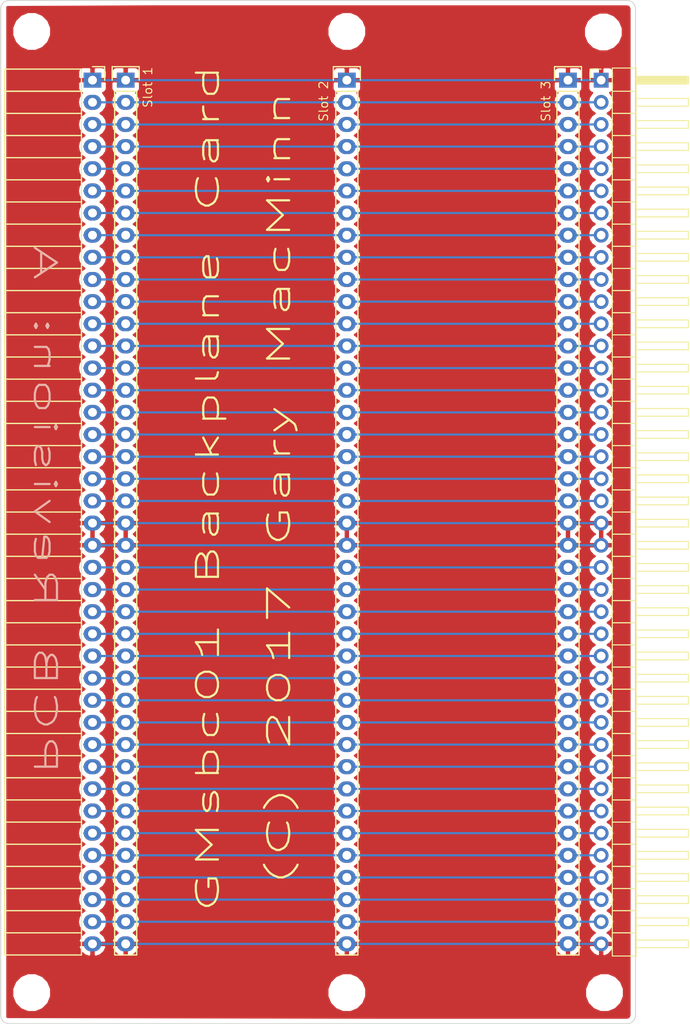
<source format=kicad_pcb>
(kicad_pcb (version 20170123) (host pcbnew no-vcs-found-758445e~59~ubuntu16.04.1)

  (general
    (thickness 1.6)
    (drawings 10)
    (tracks 161)
    (zones 0)
    (modules 11)
    (nets 38)
  )

  (page A4)
  (title_block
    (title "GMsbc01 - Backplane")
    (date "30 August 2017")
    (rev A)
  )

  (layers
    (0 F.Cu signal)
    (31 B.Cu signal)
    (32 B.Adhes user)
    (33 F.Adhes user)
    (34 B.Paste user)
    (35 F.Paste user)
    (36 B.SilkS user)
    (37 F.SilkS user)
    (38 B.Mask user)
    (39 F.Mask user)
    (40 Dwgs.User user)
    (41 Cmts.User user)
    (42 Eco1.User user)
    (43 Eco2.User user)
    (44 Edge.Cuts user)
    (45 Margin user)
    (46 B.CrtYd user)
    (47 F.CrtYd user)
    (48 B.Fab user)
    (49 F.Fab user)
  )

  (setup
    (last_trace_width 0.25)
    (trace_clearance 0.2)
    (zone_clearance 0.508)
    (zone_45_only no)
    (trace_min 0.2)
    (segment_width 0.2)
    (edge_width 0.1)
    (via_size 0.6)
    (via_drill 0.4)
    (via_min_size 0.4)
    (via_min_drill 0.3)
    (uvia_size 0.3)
    (uvia_drill 0.1)
    (uvias_allowed no)
    (uvia_min_size 0.2)
    (uvia_min_drill 0.1)
    (pcb_text_width 0.3)
    (pcb_text_size 1.5 1.5)
    (mod_edge_width 0.15)
    (mod_text_size 1 1)
    (mod_text_width 0.15)
    (pad_size 4.8006 4.8006)
    (pad_drill 2.54)
    (pad_to_mask_clearance 0)
    (aux_axis_origin 0 0)
    (visible_elements FFFFFF7F)
    (pcbplotparams
      (layerselection 0x00030_80000001)
      (usegerberextensions false)
      (excludeedgelayer true)
      (linewidth 0.100000)
      (plotframeref false)
      (viasonmask false)
      (mode 1)
      (useauxorigin false)
      (hpglpennumber 1)
      (hpglpenspeed 20)
      (hpglpendiameter 15)
      (psnegative false)
      (psa4output false)
      (plotreference true)
      (plotvalue true)
      (plotinvisibletext false)
      (padsonsilk false)
      (subtractmaskfromsilk false)
      (outputformat 1)
      (mirror false)
      (drillshape 1)
      (scaleselection 1)
      (outputdirectory ""))
  )

  (net 0 "")
  (net 1 GND)
  (net 2 +5v)
  (net 3 A15)
  (net 4 A14)
  (net 5 A13)
  (net 6 A12)
  (net 7 A11)
  (net 8 A10)
  (net 9 A9)
  (net 10 A8)
  (net 11 A7)
  (net 12 A6)
  (net 13 A5)
  (net 14 A4)
  (net 15 A3)
  (net 16 A2)
  (net 17 A1)
  (net 18 A0)
  (net 19 Spare1)
  (net 20 Spare2)
  (net 21 /NMI)
  (net 22 /IRQ)
  (net 23 Spare3)
  (net 24 Spare4)
  (net 25 Spare5)
  (net 26 Spare6)
  (net 27 D7)
  (net 28 D6)
  (net 29 D5)
  (net 30 D4)
  (net 31 D3)
  (net 32 D2)
  (net 33 D1)
  (net 34 D0)
  (net 35 R/-W)
  (net 36 Phi2)
  (net 37 /Reset)

  (net_class Default "This is the default net class."
    (clearance 0.2)
    (trace_width 0.25)
    (via_dia 0.6)
    (via_drill 0.4)
    (uvia_dia 0.3)
    (uvia_drill 0.1)
    (add_net +5v)
    (add_net /IRQ)
    (add_net /NMI)
    (add_net /Reset)
    (add_net A0)
    (add_net A1)
    (add_net A10)
    (add_net A11)
    (add_net A12)
    (add_net A13)
    (add_net A14)
    (add_net A15)
    (add_net A2)
    (add_net A3)
    (add_net A4)
    (add_net A5)
    (add_net A6)
    (add_net A7)
    (add_net A8)
    (add_net A9)
    (add_net D0)
    (add_net D1)
    (add_net D2)
    (add_net D3)
    (add_net D4)
    (add_net D5)
    (add_net D6)
    (add_net D7)
    (add_net GND)
    (add_net Phi2)
    (add_net R/-W)
    (add_net Spare1)
    (add_net Spare2)
    (add_net Spare3)
    (add_net Spare4)
    (add_net Spare5)
    (add_net Spare6)
  )

  (module Socket_Strips:Socket_Strip_Straight_1x40 (layer F.Cu) (tedit 59941BEE) (tstamp 5993C6DD)
    (at 69.85 31.75 270)
    (descr "Through hole socket strip")
    (tags "socket strip")
    (path /5992462B)
    (fp_text reference J2 (at 0 -5.1 270) (layer F.SilkS) hide
      (effects (font (size 1 1) (thickness 0.15)))
    )
    (fp_text value "Slot 1" (at 0.8255 -2.54 270) (layer F.SilkS)
      (effects (font (size 1 1) (thickness 0.127)))
    )
    (fp_line (start -1.75 -1.75) (end -1.75 1.75) (layer F.CrtYd) (width 0.05))
    (fp_line (start 100.85 -1.75) (end 100.85 1.75) (layer F.CrtYd) (width 0.05))
    (fp_line (start -1.75 -1.75) (end 100.85 -1.75) (layer F.CrtYd) (width 0.05))
    (fp_line (start -1.75 1.75) (end 100.85 1.75) (layer F.CrtYd) (width 0.05))
    (fp_line (start 1.27 -1.27) (end 100.33 -1.27) (layer F.SilkS) (width 0.15))
    (fp_line (start 100.33 -1.27) (end 100.33 1.27) (layer F.SilkS) (width 0.15))
    (fp_line (start 100.33 1.27) (end 1.27 1.27) (layer F.SilkS) (width 0.15))
    (fp_line (start -1.55 1.55) (end 0 1.55) (layer F.SilkS) (width 0.15))
    (fp_line (start 1.27 1.27) (end 1.27 -1.27) (layer F.SilkS) (width 0.15))
    (fp_line (start 0 -1.55) (end -1.55 -1.55) (layer F.SilkS) (width 0.15))
    (fp_line (start -1.55 -1.55) (end -1.55 1.55) (layer F.SilkS) (width 0.15))
    (pad 1 thru_hole rect (at 0 0 270) (size 1.7272 2.032) (drill 1.016) (layers *.Cu *.Mask)
      (net 1 GND))
    (pad 2 thru_hole oval (at 2.54 0 270) (size 1.7272 2.032) (drill 1.016) (layers *.Cu *.Mask)
      (net 3 A15))
    (pad 3 thru_hole oval (at 5.08 0 270) (size 1.7272 2.032) (drill 1.016) (layers *.Cu *.Mask)
      (net 4 A14))
    (pad 4 thru_hole oval (at 7.62 0 270) (size 1.7272 2.032) (drill 1.016) (layers *.Cu *.Mask)
      (net 5 A13))
    (pad 5 thru_hole oval (at 10.16 0 270) (size 1.7272 2.032) (drill 1.016) (layers *.Cu *.Mask)
      (net 6 A12))
    (pad 6 thru_hole oval (at 12.7 0 270) (size 1.7272 2.032) (drill 1.016) (layers *.Cu *.Mask)
      (net 7 A11))
    (pad 7 thru_hole oval (at 15.24 0 270) (size 1.7272 2.032) (drill 1.016) (layers *.Cu *.Mask)
      (net 8 A10))
    (pad 8 thru_hole oval (at 17.78 0 270) (size 1.7272 2.032) (drill 1.016) (layers *.Cu *.Mask)
      (net 9 A9))
    (pad 9 thru_hole oval (at 20.32 0 270) (size 1.7272 2.032) (drill 1.016) (layers *.Cu *.Mask)
      (net 10 A8))
    (pad 10 thru_hole oval (at 22.86 0 270) (size 1.7272 2.032) (drill 1.016) (layers *.Cu *.Mask)
      (net 11 A7))
    (pad 11 thru_hole oval (at 25.4 0 270) (size 1.7272 2.032) (drill 1.016) (layers *.Cu *.Mask)
      (net 12 A6))
    (pad 12 thru_hole oval (at 27.94 0 270) (size 1.7272 2.032) (drill 1.016) (layers *.Cu *.Mask)
      (net 13 A5))
    (pad 13 thru_hole oval (at 30.48 0 270) (size 1.7272 2.032) (drill 1.016) (layers *.Cu *.Mask)
      (net 14 A4))
    (pad 14 thru_hole oval (at 33.02 0 270) (size 1.7272 2.032) (drill 1.016) (layers *.Cu *.Mask)
      (net 15 A3))
    (pad 15 thru_hole oval (at 35.56 0 270) (size 1.7272 2.032) (drill 1.016) (layers *.Cu *.Mask)
      (net 16 A2))
    (pad 16 thru_hole oval (at 38.1 0 270) (size 1.7272 2.032) (drill 1.016) (layers *.Cu *.Mask)
      (net 17 A1))
    (pad 17 thru_hole oval (at 40.64 0 270) (size 1.7272 2.032) (drill 1.016) (layers *.Cu *.Mask)
      (net 18 A0))
    (pad 18 thru_hole oval (at 43.18 0 270) (size 1.7272 2.032) (drill 1.016) (layers *.Cu *.Mask)
      (net 19 Spare1))
    (pad 19 thru_hole oval (at 45.72 0 270) (size 1.7272 2.032) (drill 1.016) (layers *.Cu *.Mask)
      (net 21 /NMI))
    (pad 20 thru_hole oval (at 48.26 0 270) (size 1.7272 2.032) (drill 1.016) (layers *.Cu *.Mask)
      (net 22 /IRQ))
    (pad 21 thru_hole oval (at 50.8 0 270) (size 1.7272 2.032) (drill 1.016) (layers *.Cu *.Mask)
      (net 1 GND))
    (pad 22 thru_hole oval (at 53.34 0 270) (size 1.7272 2.032) (drill 1.016) (layers *.Cu *.Mask)
      (net 1 GND))
    (pad 23 thru_hole oval (at 55.88 0 270) (size 1.7272 2.032) (drill 1.016) (layers *.Cu *.Mask)
      (net 20 Spare2))
    (pad 24 thru_hole oval (at 58.42 0 270) (size 1.7272 2.032) (drill 1.016) (layers *.Cu *.Mask)
      (net 23 Spare3))
    (pad 25 thru_hole oval (at 60.96 0 270) (size 1.7272 2.032) (drill 1.016) (layers *.Cu *.Mask)
      (net 24 Spare4))
    (pad 26 thru_hole oval (at 63.5 0 270) (size 1.7272 2.032) (drill 1.016) (layers *.Cu *.Mask)
      (net 27 D7))
    (pad 27 thru_hole oval (at 66.04 0 270) (size 1.7272 2.032) (drill 1.016) (layers *.Cu *.Mask)
      (net 28 D6))
    (pad 28 thru_hole oval (at 68.58 0 270) (size 1.7272 2.032) (drill 1.016) (layers *.Cu *.Mask)
      (net 29 D5))
    (pad 29 thru_hole oval (at 71.12 0 270) (size 1.7272 2.032) (drill 1.016) (layers *.Cu *.Mask)
      (net 30 D4))
    (pad 30 thru_hole oval (at 73.66 0 270) (size 1.7272 2.032) (drill 1.016) (layers *.Cu *.Mask)
      (net 31 D3))
    (pad 31 thru_hole oval (at 76.2 0 270) (size 1.7272 2.032) (drill 1.016) (layers *.Cu *.Mask)
      (net 32 D2))
    (pad 32 thru_hole oval (at 78.74 0 270) (size 1.7272 2.032) (drill 1.016) (layers *.Cu *.Mask)
      (net 33 D1))
    (pad 33 thru_hole oval (at 81.28 0 270) (size 1.7272 2.032) (drill 1.016) (layers *.Cu *.Mask)
      (net 34 D0))
    (pad 34 thru_hole oval (at 83.82 0 270) (size 1.7272 2.032) (drill 1.016) (layers *.Cu *.Mask)
      (net 35 R/-W))
    (pad 35 thru_hole oval (at 86.36 0 270) (size 1.7272 2.032) (drill 1.016) (layers *.Cu *.Mask)
      (net 36 Phi2))
    (pad 36 thru_hole oval (at 88.9 0 270) (size 1.7272 2.032) (drill 1.016) (layers *.Cu *.Mask)
      (net 37 /Reset))
    (pad 37 thru_hole oval (at 91.44 0 270) (size 1.7272 2.032) (drill 1.016) (layers *.Cu *.Mask)
      (net 25 Spare5))
    (pad 38 thru_hole oval (at 93.98 0 270) (size 1.7272 2.032) (drill 1.016) (layers *.Cu *.Mask)
      (net 26 Spare6))
    (pad 39 thru_hole oval (at 96.52 0 270) (size 1.7272 2.032) (drill 1.016) (layers *.Cu *.Mask)
      (net 2 +5v))
    (pad 40 thru_hole oval (at 99.06 0 270) (size 1.7272 2.032) (drill 1.016) (layers *.Cu *.Mask)
      (net 1 GND))
    (model Socket_Strips.3dshapes/Socket_Strip_Straight_1x40.wrl
      (at (xyz 1.95 0 0))
      (scale (xyz 1 1 1))
      (rotate (xyz 0 0 180))
    )
  )

  (module Socket_Strips:Socket_Strip_Straight_1x40 (layer F.Cu) (tedit 5993D90C) (tstamp 5993C714)
    (at 95.25 31.75 270)
    (descr "Through hole socket strip")
    (tags "socket strip")
    (path /5993D413)
    (fp_text reference J3 (at 0 -5.1 270) (layer F.SilkS) hide
      (effects (font (size 1 1) (thickness 0.15)))
    )
    (fp_text value "Slot 2" (at 2.413 2.667 270) (layer F.SilkS)
      (effects (font (size 1 1) (thickness 0.127)))
    )
    (fp_line (start -1.75 -1.75) (end -1.75 1.75) (layer F.CrtYd) (width 0.05))
    (fp_line (start 100.85 -1.75) (end 100.85 1.75) (layer F.CrtYd) (width 0.05))
    (fp_line (start -1.75 -1.75) (end 100.85 -1.75) (layer F.CrtYd) (width 0.05))
    (fp_line (start -1.75 1.75) (end 100.85 1.75) (layer F.CrtYd) (width 0.05))
    (fp_line (start 1.27 -1.27) (end 100.33 -1.27) (layer F.SilkS) (width 0.15))
    (fp_line (start 100.33 -1.27) (end 100.33 1.27) (layer F.SilkS) (width 0.15))
    (fp_line (start 100.33 1.27) (end 1.27 1.27) (layer F.SilkS) (width 0.15))
    (fp_line (start -1.55 1.55) (end 0 1.55) (layer F.SilkS) (width 0.15))
    (fp_line (start 1.27 1.27) (end 1.27 -1.27) (layer F.SilkS) (width 0.15))
    (fp_line (start 0 -1.55) (end -1.55 -1.55) (layer F.SilkS) (width 0.15))
    (fp_line (start -1.55 -1.55) (end -1.55 1.55) (layer F.SilkS) (width 0.15))
    (pad 1 thru_hole rect (at 0 0 270) (size 1.7272 2.032) (drill 1.016) (layers *.Cu *.Mask)
      (net 1 GND))
    (pad 2 thru_hole oval (at 2.54 0 270) (size 1.7272 2.032) (drill 1.016) (layers *.Cu *.Mask)
      (net 3 A15))
    (pad 3 thru_hole oval (at 5.08 0 270) (size 1.7272 2.032) (drill 1.016) (layers *.Cu *.Mask)
      (net 4 A14))
    (pad 4 thru_hole oval (at 7.62 0 270) (size 1.7272 2.032) (drill 1.016) (layers *.Cu *.Mask)
      (net 5 A13))
    (pad 5 thru_hole oval (at 10.16 0 270) (size 1.7272 2.032) (drill 1.016) (layers *.Cu *.Mask)
      (net 6 A12))
    (pad 6 thru_hole oval (at 12.7 0 270) (size 1.7272 2.032) (drill 1.016) (layers *.Cu *.Mask)
      (net 7 A11))
    (pad 7 thru_hole oval (at 15.24 0 270) (size 1.7272 2.032) (drill 1.016) (layers *.Cu *.Mask)
      (net 8 A10))
    (pad 8 thru_hole oval (at 17.78 0 270) (size 1.7272 2.032) (drill 1.016) (layers *.Cu *.Mask)
      (net 9 A9))
    (pad 9 thru_hole oval (at 20.32 0 270) (size 1.7272 2.032) (drill 1.016) (layers *.Cu *.Mask)
      (net 10 A8))
    (pad 10 thru_hole oval (at 22.86 0 270) (size 1.7272 2.032) (drill 1.016) (layers *.Cu *.Mask)
      (net 11 A7))
    (pad 11 thru_hole oval (at 25.4 0 270) (size 1.7272 2.032) (drill 1.016) (layers *.Cu *.Mask)
      (net 12 A6))
    (pad 12 thru_hole oval (at 27.94 0 270) (size 1.7272 2.032) (drill 1.016) (layers *.Cu *.Mask)
      (net 13 A5))
    (pad 13 thru_hole oval (at 30.48 0 270) (size 1.7272 2.032) (drill 1.016) (layers *.Cu *.Mask)
      (net 14 A4))
    (pad 14 thru_hole oval (at 33.02 0 270) (size 1.7272 2.032) (drill 1.016) (layers *.Cu *.Mask)
      (net 15 A3))
    (pad 15 thru_hole oval (at 35.56 0 270) (size 1.7272 2.032) (drill 1.016) (layers *.Cu *.Mask)
      (net 16 A2))
    (pad 16 thru_hole oval (at 38.1 0 270) (size 1.7272 2.032) (drill 1.016) (layers *.Cu *.Mask)
      (net 17 A1))
    (pad 17 thru_hole oval (at 40.64 0 270) (size 1.7272 2.032) (drill 1.016) (layers *.Cu *.Mask)
      (net 18 A0))
    (pad 18 thru_hole oval (at 43.18 0 270) (size 1.7272 2.032) (drill 1.016) (layers *.Cu *.Mask)
      (net 19 Spare1))
    (pad 19 thru_hole oval (at 45.72 0 270) (size 1.7272 2.032) (drill 1.016) (layers *.Cu *.Mask)
      (net 21 /NMI))
    (pad 20 thru_hole oval (at 48.26 0 270) (size 1.7272 2.032) (drill 1.016) (layers *.Cu *.Mask)
      (net 22 /IRQ))
    (pad 21 thru_hole oval (at 50.8 0 270) (size 1.7272 2.032) (drill 1.016) (layers *.Cu *.Mask)
      (net 1 GND))
    (pad 22 thru_hole oval (at 53.34 0 270) (size 1.7272 2.032) (drill 1.016) (layers *.Cu *.Mask)
      (net 1 GND))
    (pad 23 thru_hole oval (at 55.88 0 270) (size 1.7272 2.032) (drill 1.016) (layers *.Cu *.Mask)
      (net 20 Spare2))
    (pad 24 thru_hole oval (at 58.42 0 270) (size 1.7272 2.032) (drill 1.016) (layers *.Cu *.Mask)
      (net 23 Spare3))
    (pad 25 thru_hole oval (at 60.96 0 270) (size 1.7272 2.032) (drill 1.016) (layers *.Cu *.Mask)
      (net 24 Spare4))
    (pad 26 thru_hole oval (at 63.5 0 270) (size 1.7272 2.032) (drill 1.016) (layers *.Cu *.Mask)
      (net 27 D7))
    (pad 27 thru_hole oval (at 66.04 0 270) (size 1.7272 2.032) (drill 1.016) (layers *.Cu *.Mask)
      (net 28 D6))
    (pad 28 thru_hole oval (at 68.58 0 270) (size 1.7272 2.032) (drill 1.016) (layers *.Cu *.Mask)
      (net 29 D5))
    (pad 29 thru_hole oval (at 71.12 0 270) (size 1.7272 2.032) (drill 1.016) (layers *.Cu *.Mask)
      (net 30 D4))
    (pad 30 thru_hole oval (at 73.66 0 270) (size 1.7272 2.032) (drill 1.016) (layers *.Cu *.Mask)
      (net 31 D3))
    (pad 31 thru_hole oval (at 76.2 0 270) (size 1.7272 2.032) (drill 1.016) (layers *.Cu *.Mask)
      (net 32 D2))
    (pad 32 thru_hole oval (at 78.74 0 270) (size 1.7272 2.032) (drill 1.016) (layers *.Cu *.Mask)
      (net 33 D1))
    (pad 33 thru_hole oval (at 81.28 0 270) (size 1.7272 2.032) (drill 1.016) (layers *.Cu *.Mask)
      (net 34 D0))
    (pad 34 thru_hole oval (at 83.82 0 270) (size 1.7272 2.032) (drill 1.016) (layers *.Cu *.Mask)
      (net 35 R/-W))
    (pad 35 thru_hole oval (at 86.36 0 270) (size 1.7272 2.032) (drill 1.016) (layers *.Cu *.Mask)
      (net 36 Phi2))
    (pad 36 thru_hole oval (at 88.9 0 270) (size 1.7272 2.032) (drill 1.016) (layers *.Cu *.Mask)
      (net 37 /Reset))
    (pad 37 thru_hole oval (at 91.44 0 270) (size 1.7272 2.032) (drill 1.016) (layers *.Cu *.Mask)
      (net 25 Spare5))
    (pad 38 thru_hole oval (at 93.98 0 270) (size 1.7272 2.032) (drill 1.016) (layers *.Cu *.Mask)
      (net 26 Spare6))
    (pad 39 thru_hole oval (at 96.52 0 270) (size 1.7272 2.032) (drill 1.016) (layers *.Cu *.Mask)
      (net 2 +5v))
    (pad 40 thru_hole oval (at 99.06 0 270) (size 1.7272 2.032) (drill 1.016) (layers *.Cu *.Mask)
      (net 1 GND))
    (model Socket_Strips.3dshapes/Socket_Strip_Straight_1x40.wrl
      (at (xyz 1.95 0 0))
      (scale (xyz 1 1 1))
      (rotate (xyz 0 0 180))
    )
  )

  (module Socket_Strips:Socket_Strip_Straight_1x40 (layer F.Cu) (tedit 5993D912) (tstamp 5993C74B)
    (at 120.65 31.75 270)
    (descr "Through hole socket strip")
    (tags "socket strip")
    (path /5993D4A5)
    (fp_text reference J4 (at 0 -5.1 270) (layer F.SilkS) hide
      (effects (font (size 1 1) (thickness 0.15)))
    )
    (fp_text value "Slot 3" (at 2.413 2.54 270) (layer F.SilkS)
      (effects (font (size 1 1) (thickness 0.127)))
    )
    (fp_line (start -1.75 -1.75) (end -1.75 1.75) (layer F.CrtYd) (width 0.05))
    (fp_line (start 100.85 -1.75) (end 100.85 1.75) (layer F.CrtYd) (width 0.05))
    (fp_line (start -1.75 -1.75) (end 100.85 -1.75) (layer F.CrtYd) (width 0.05))
    (fp_line (start -1.75 1.75) (end 100.85 1.75) (layer F.CrtYd) (width 0.05))
    (fp_line (start 1.27 -1.27) (end 100.33 -1.27) (layer F.SilkS) (width 0.15))
    (fp_line (start 100.33 -1.27) (end 100.33 1.27) (layer F.SilkS) (width 0.15))
    (fp_line (start 100.33 1.27) (end 1.27 1.27) (layer F.SilkS) (width 0.15))
    (fp_line (start -1.55 1.55) (end 0 1.55) (layer F.SilkS) (width 0.15))
    (fp_line (start 1.27 1.27) (end 1.27 -1.27) (layer F.SilkS) (width 0.15))
    (fp_line (start 0 -1.55) (end -1.55 -1.55) (layer F.SilkS) (width 0.15))
    (fp_line (start -1.55 -1.55) (end -1.55 1.55) (layer F.SilkS) (width 0.15))
    (pad 1 thru_hole rect (at 0 0 270) (size 1.7272 2.032) (drill 1.016) (layers *.Cu *.Mask)
      (net 1 GND))
    (pad 2 thru_hole oval (at 2.54 0 270) (size 1.7272 2.032) (drill 1.016) (layers *.Cu *.Mask)
      (net 3 A15))
    (pad 3 thru_hole oval (at 5.08 0 270) (size 1.7272 2.032) (drill 1.016) (layers *.Cu *.Mask)
      (net 4 A14))
    (pad 4 thru_hole oval (at 7.62 0 270) (size 1.7272 2.032) (drill 1.016) (layers *.Cu *.Mask)
      (net 5 A13))
    (pad 5 thru_hole oval (at 10.16 0 270) (size 1.7272 2.032) (drill 1.016) (layers *.Cu *.Mask)
      (net 6 A12))
    (pad 6 thru_hole oval (at 12.7 0 270) (size 1.7272 2.032) (drill 1.016) (layers *.Cu *.Mask)
      (net 7 A11))
    (pad 7 thru_hole oval (at 15.24 0 270) (size 1.7272 2.032) (drill 1.016) (layers *.Cu *.Mask)
      (net 8 A10))
    (pad 8 thru_hole oval (at 17.78 0 270) (size 1.7272 2.032) (drill 1.016) (layers *.Cu *.Mask)
      (net 9 A9))
    (pad 9 thru_hole oval (at 20.32 0 270) (size 1.7272 2.032) (drill 1.016) (layers *.Cu *.Mask)
      (net 10 A8))
    (pad 10 thru_hole oval (at 22.86 0 270) (size 1.7272 2.032) (drill 1.016) (layers *.Cu *.Mask)
      (net 11 A7))
    (pad 11 thru_hole oval (at 25.4 0 270) (size 1.7272 2.032) (drill 1.016) (layers *.Cu *.Mask)
      (net 12 A6))
    (pad 12 thru_hole oval (at 27.94 0 270) (size 1.7272 2.032) (drill 1.016) (layers *.Cu *.Mask)
      (net 13 A5))
    (pad 13 thru_hole oval (at 30.48 0 270) (size 1.7272 2.032) (drill 1.016) (layers *.Cu *.Mask)
      (net 14 A4))
    (pad 14 thru_hole oval (at 33.02 0 270) (size 1.7272 2.032) (drill 1.016) (layers *.Cu *.Mask)
      (net 15 A3))
    (pad 15 thru_hole oval (at 35.56 0 270) (size 1.7272 2.032) (drill 1.016) (layers *.Cu *.Mask)
      (net 16 A2))
    (pad 16 thru_hole oval (at 38.1 0 270) (size 1.7272 2.032) (drill 1.016) (layers *.Cu *.Mask)
      (net 17 A1))
    (pad 17 thru_hole oval (at 40.64 0 270) (size 1.7272 2.032) (drill 1.016) (layers *.Cu *.Mask)
      (net 18 A0))
    (pad 18 thru_hole oval (at 43.18 0 270) (size 1.7272 2.032) (drill 1.016) (layers *.Cu *.Mask)
      (net 19 Spare1))
    (pad 19 thru_hole oval (at 45.72 0 270) (size 1.7272 2.032) (drill 1.016) (layers *.Cu *.Mask)
      (net 21 /NMI))
    (pad 20 thru_hole oval (at 48.26 0 270) (size 1.7272 2.032) (drill 1.016) (layers *.Cu *.Mask)
      (net 22 /IRQ))
    (pad 21 thru_hole oval (at 50.8 0 270) (size 1.7272 2.032) (drill 1.016) (layers *.Cu *.Mask)
      (net 1 GND))
    (pad 22 thru_hole oval (at 53.34 0 270) (size 1.7272 2.032) (drill 1.016) (layers *.Cu *.Mask)
      (net 1 GND))
    (pad 23 thru_hole oval (at 55.88 0 270) (size 1.7272 2.032) (drill 1.016) (layers *.Cu *.Mask)
      (net 20 Spare2))
    (pad 24 thru_hole oval (at 58.42 0 270) (size 1.7272 2.032) (drill 1.016) (layers *.Cu *.Mask)
      (net 23 Spare3))
    (pad 25 thru_hole oval (at 60.96 0 270) (size 1.7272 2.032) (drill 1.016) (layers *.Cu *.Mask)
      (net 24 Spare4))
    (pad 26 thru_hole oval (at 63.5 0 270) (size 1.7272 2.032) (drill 1.016) (layers *.Cu *.Mask)
      (net 27 D7))
    (pad 27 thru_hole oval (at 66.04 0 270) (size 1.7272 2.032) (drill 1.016) (layers *.Cu *.Mask)
      (net 28 D6))
    (pad 28 thru_hole oval (at 68.58 0 270) (size 1.7272 2.032) (drill 1.016) (layers *.Cu *.Mask)
      (net 29 D5))
    (pad 29 thru_hole oval (at 71.12 0 270) (size 1.7272 2.032) (drill 1.016) (layers *.Cu *.Mask)
      (net 30 D4))
    (pad 30 thru_hole oval (at 73.66 0 270) (size 1.7272 2.032) (drill 1.016) (layers *.Cu *.Mask)
      (net 31 D3))
    (pad 31 thru_hole oval (at 76.2 0 270) (size 1.7272 2.032) (drill 1.016) (layers *.Cu *.Mask)
      (net 32 D2))
    (pad 32 thru_hole oval (at 78.74 0 270) (size 1.7272 2.032) (drill 1.016) (layers *.Cu *.Mask)
      (net 33 D1))
    (pad 33 thru_hole oval (at 81.28 0 270) (size 1.7272 2.032) (drill 1.016) (layers *.Cu *.Mask)
      (net 34 D0))
    (pad 34 thru_hole oval (at 83.82 0 270) (size 1.7272 2.032) (drill 1.016) (layers *.Cu *.Mask)
      (net 35 R/-W))
    (pad 35 thru_hole oval (at 86.36 0 270) (size 1.7272 2.032) (drill 1.016) (layers *.Cu *.Mask)
      (net 36 Phi2))
    (pad 36 thru_hole oval (at 88.9 0 270) (size 1.7272 2.032) (drill 1.016) (layers *.Cu *.Mask)
      (net 37 /Reset))
    (pad 37 thru_hole oval (at 91.44 0 270) (size 1.7272 2.032) (drill 1.016) (layers *.Cu *.Mask)
      (net 25 Spare5))
    (pad 38 thru_hole oval (at 93.98 0 270) (size 1.7272 2.032) (drill 1.016) (layers *.Cu *.Mask)
      (net 26 Spare6))
    (pad 39 thru_hole oval (at 96.52 0 270) (size 1.7272 2.032) (drill 1.016) (layers *.Cu *.Mask)
      (net 2 +5v))
    (pad 40 thru_hole oval (at 99.06 0 270) (size 1.7272 2.032) (drill 1.016) (layers *.Cu *.Mask)
      (net 1 GND))
    (model Socket_Strips.3dshapes/Socket_Strip_Straight_1x40.wrl
      (at (xyz 1.95 0 0))
      (scale (xyz 1 1 1))
      (rotate (xyz 0 0 180))
    )
  )

  (module Mounting_Holes:MountingHole_3.2mm_M3 (layer F.Cu) (tedit 5993CE5A) (tstamp 5993D397)
    (at 59.055 26.162)
    (descr "Mounting Hole 3.2mm, no annular, M3")
    (tags "mounting hole 3.2mm no annular m3")
    (fp_text reference 1 (at 0 -4.2) (layer F.SilkS) hide
      (effects (font (size 1 1) (thickness 0.15)))
    )
    (fp_text value MountingHole_3.2mm_M3 (at 0 4.2) (layer F.Fab) hide
      (effects (font (size 1 1) (thickness 0.15)))
    )
    (fp_circle (center 0 0) (end 3.2 0) (layer Cmts.User) (width 0.15))
    (fp_circle (center 0 0) (end 3.45 0) (layer F.CrtYd) (width 0.05))
    (pad 1 np_thru_hole circle (at 0 0) (size 3.2 3.2) (drill 3.2) (layers *.Cu *.Mask))
  )

  (module Mounting_Holes:MountingHole_3.2mm_M3 (layer F.Cu) (tedit 5993CEB2) (tstamp 5993D3B2)
    (at 59.055 136.398)
    (descr "Mounting Hole 3.2mm, no annular, M3")
    (tags "mounting hole 3.2mm no annular m3")
    (fp_text reference 7 (at 0 -4.2) (layer F.SilkS) hide
      (effects (font (size 1 1) (thickness 0.15)))
    )
    (fp_text value MountingHole_3.2mm_M3 (at 0 4.2) (layer F.Fab) hide
      (effects (font (size 1 1) (thickness 0.15)))
    )
    (fp_circle (center 0 0) (end 3.2 0) (layer Cmts.User) (width 0.15))
    (fp_circle (center 0 0) (end 3.45 0) (layer F.CrtYd) (width 0.05))
    (pad 1 np_thru_hole circle (at 0 0) (size 3.2 3.2) (drill 3.2) (layers *.Cu *.Mask))
  )

  (module Mounting_Holes:MountingHole_3.2mm_M3 (layer F.Cu) (tedit 5993CE74) (tstamp 5993D3E8)
    (at 124.714 26.2255)
    (descr "Mounting Hole 3.2mm, no annular, M3")
    (tags "mounting hole 3.2mm no annular m3")
    (fp_text reference 3 (at 0 -4.2) (layer F.SilkS) hide
      (effects (font (size 1 1) (thickness 0.15)))
    )
    (fp_text value MountingHole_3.2mm_M3 (at 0 4.2) (layer F.Fab) hide
      (effects (font (size 1 1) (thickness 0.15)))
    )
    (fp_circle (center 0 0) (end 3.2 0) (layer Cmts.User) (width 0.15))
    (fp_circle (center 0 0) (end 3.45 0) (layer F.CrtYd) (width 0.05))
    (pad 1 np_thru_hole circle (at 0 0) (size 3.2 3.2) (drill 3.2) (layers *.Cu *.Mask))
  )

  (module Mounting_Holes:MountingHole_3.2mm_M3 (layer F.Cu) (tedit 5993CECA) (tstamp 5993D400)
    (at 124.841 136.398)
    (descr "Mounting Hole 3.2mm, no annular, M3")
    (tags "mounting hole 3.2mm no annular m3")
    (fp_text reference 9 (at 0 -4.2) (layer F.SilkS) hide
      (effects (font (size 1 1) (thickness 0.15)))
    )
    (fp_text value MountingHole_3.2mm_M3 (at 0 4.2) (layer F.Fab) hide
      (effects (font (size 1 1) (thickness 0.15)))
    )
    (fp_circle (center 0 0) (end 3.2 0) (layer Cmts.User) (width 0.15))
    (fp_circle (center 0 0) (end 3.45 0) (layer F.CrtYd) (width 0.05))
    (pad 1 np_thru_hole circle (at 0 0) (size 3.2 3.2) (drill 3.2) (layers *.Cu *.Mask))
  )

  (module Mounting_Holes:MountingHole_3.2mm_M3 (layer F.Cu) (tedit 5993CE68) (tstamp 5993D41A)
    (at 95.25 26.162)
    (descr "Mounting Hole 3.2mm, no annular, M3")
    (tags "mounting hole 3.2mm no annular m3")
    (fp_text reference 2 (at 0 -4.2) (layer F.SilkS) hide
      (effects (font (size 1 1) (thickness 0.15)))
    )
    (fp_text value MountingHole_3.2mm_M3 (at 0 4.2) (layer F.Fab) hide
      (effects (font (size 1 1) (thickness 0.15)))
    )
    (fp_circle (center 0 0) (end 3.2 0) (layer Cmts.User) (width 0.15))
    (fp_circle (center 0 0) (end 3.45 0) (layer F.CrtYd) (width 0.05))
    (pad 1 np_thru_hole circle (at 0 0) (size 3.2 3.2) (drill 3.2) (layers *.Cu *.Mask))
  )

  (module Mounting_Holes:MountingHole_3.2mm_M3 (layer F.Cu) (tedit 5993CEBF) (tstamp 5993D42E)
    (at 95.25 136.398)
    (descr "Mounting Hole 3.2mm, no annular, M3")
    (tags "mounting hole 3.2mm no annular m3")
    (fp_text reference 8 (at 0 -4.2) (layer F.SilkS) hide
      (effects (font (size 1 1) (thickness 0.15)))
    )
    (fp_text value MountingHole_3.2mm_M3 (at 0 4.2) (layer F.Fab) hide
      (effects (font (size 1 1) (thickness 0.15)))
    )
    (fp_circle (center 0 0) (end 3.2 0) (layer Cmts.User) (width 0.15))
    (fp_circle (center 0 0) (end 3.45 0) (layer F.CrtYd) (width 0.05))
    (pad 1 np_thru_hole circle (at 0 0) (size 3.2 3.2) (drill 3.2) (layers *.Cu *.Mask))
  )

  (module Socket_Strips:Socket_Strip_Angled_1x40 (layer F.Cu) (tedit 59941BE3) (tstamp 59941CDF)
    (at 66.04 31.75 270)
    (descr "Through hole socket strip")
    (tags "socket strip")
    (path /5993D53D)
    (fp_text reference J1 (at 0 -4.75 270) (layer F.SilkS) hide
      (effects (font (size 1 1) (thickness 0.15)))
    )
    (fp_text value "Slot 4" (at 0 -2.75 270) (layer F.Fab)
      (effects (font (size 1 1) (thickness 0.15)))
    )
    (fp_line (start -1.75 -1.5) (end -1.75 10.6) (layer F.CrtYd) (width 0.05))
    (fp_line (start 100.85 -1.5) (end 100.85 10.6) (layer F.CrtYd) (width 0.05))
    (fp_line (start -1.75 -1.5) (end 100.85 -1.5) (layer F.CrtYd) (width 0.05))
    (fp_line (start -1.75 10.6) (end 100.85 10.6) (layer F.CrtYd) (width 0.05))
    (fp_line (start 57.15 10.1) (end 57.15 1.27) (layer F.SilkS) (width 0.15))
    (fp_line (start 54.61 10.1) (end 57.15 10.1) (layer F.SilkS) (width 0.15))
    (fp_line (start 54.61 1.27) (end 57.15 1.27) (layer F.SilkS) (width 0.15))
    (fp_line (start 57.15 1.27) (end 59.69 1.27) (layer F.SilkS) (width 0.15))
    (fp_line (start 57.15 10.1) (end 59.69 10.1) (layer F.SilkS) (width 0.15))
    (fp_line (start 59.69 10.1) (end 59.69 1.27) (layer F.SilkS) (width 0.15))
    (fp_line (start 97.79 10.1) (end 97.79 1.27) (layer F.SilkS) (width 0.15))
    (fp_line (start 95.25 10.1) (end 97.79 10.1) (layer F.SilkS) (width 0.15))
    (fp_line (start 95.25 1.27) (end 97.79 1.27) (layer F.SilkS) (width 0.15))
    (fp_line (start 92.71 1.27) (end 95.25 1.27) (layer F.SilkS) (width 0.15))
    (fp_line (start 92.71 10.1) (end 95.25 10.1) (layer F.SilkS) (width 0.15))
    (fp_line (start 95.25 10.1) (end 95.25 1.27) (layer F.SilkS) (width 0.15))
    (fp_line (start 92.71 10.1) (end 92.71 1.27) (layer F.SilkS) (width 0.15))
    (fp_line (start 90.17 10.1) (end 92.71 10.1) (layer F.SilkS) (width 0.15))
    (fp_line (start 90.17 1.27) (end 92.71 1.27) (layer F.SilkS) (width 0.15))
    (fp_line (start 87.63 1.27) (end 90.17 1.27) (layer F.SilkS) (width 0.15))
    (fp_line (start 87.63 10.1) (end 90.17 10.1) (layer F.SilkS) (width 0.15))
    (fp_line (start 90.17 10.1) (end 90.17 1.27) (layer F.SilkS) (width 0.15))
    (fp_line (start 87.63 10.1) (end 87.63 1.27) (layer F.SilkS) (width 0.15))
    (fp_line (start 85.09 10.1) (end 87.63 10.1) (layer F.SilkS) (width 0.15))
    (fp_line (start 85.09 1.27) (end 87.63 1.27) (layer F.SilkS) (width 0.15))
    (fp_line (start 72.39 1.27) (end 74.93 1.27) (layer F.SilkS) (width 0.15))
    (fp_line (start 72.39 10.1) (end 74.93 10.1) (layer F.SilkS) (width 0.15))
    (fp_line (start 74.93 10.1) (end 74.93 1.27) (layer F.SilkS) (width 0.15))
    (fp_line (start 77.47 10.1) (end 77.47 1.27) (layer F.SilkS) (width 0.15))
    (fp_line (start 74.93 10.1) (end 77.47 10.1) (layer F.SilkS) (width 0.15))
    (fp_line (start 74.93 1.27) (end 77.47 1.27) (layer F.SilkS) (width 0.15))
    (fp_line (start 77.47 1.27) (end 80.01 1.27) (layer F.SilkS) (width 0.15))
    (fp_line (start 77.47 10.1) (end 80.01 10.1) (layer F.SilkS) (width 0.15))
    (fp_line (start 80.01 10.1) (end 80.01 1.27) (layer F.SilkS) (width 0.15))
    (fp_line (start 82.55 10.1) (end 82.55 1.27) (layer F.SilkS) (width 0.15))
    (fp_line (start 80.01 10.1) (end 82.55 10.1) (layer F.SilkS) (width 0.15))
    (fp_line (start 80.01 1.27) (end 82.55 1.27) (layer F.SilkS) (width 0.15))
    (fp_line (start 82.55 1.27) (end 85.09 1.27) (layer F.SilkS) (width 0.15))
    (fp_line (start 82.55 10.1) (end 85.09 10.1) (layer F.SilkS) (width 0.15))
    (fp_line (start 85.09 10.1) (end 85.09 1.27) (layer F.SilkS) (width 0.15))
    (fp_line (start 72.39 10.1) (end 72.39 1.27) (layer F.SilkS) (width 0.15))
    (fp_line (start 69.85 10.1) (end 72.39 10.1) (layer F.SilkS) (width 0.15))
    (fp_line (start 69.85 1.27) (end 72.39 1.27) (layer F.SilkS) (width 0.15))
    (fp_line (start 67.31 1.27) (end 69.85 1.27) (layer F.SilkS) (width 0.15))
    (fp_line (start 67.31 10.1) (end 69.85 10.1) (layer F.SilkS) (width 0.15))
    (fp_line (start 69.85 10.1) (end 69.85 1.27) (layer F.SilkS) (width 0.15))
    (fp_line (start 67.31 10.1) (end 67.31 1.27) (layer F.SilkS) (width 0.15))
    (fp_line (start 64.77 10.1) (end 67.31 10.1) (layer F.SilkS) (width 0.15))
    (fp_line (start 64.77 1.27) (end 67.31 1.27) (layer F.SilkS) (width 0.15))
    (fp_line (start 62.23 1.27) (end 64.77 1.27) (layer F.SilkS) (width 0.15))
    (fp_line (start 62.23 10.1) (end 64.77 10.1) (layer F.SilkS) (width 0.15))
    (fp_line (start 64.77 10.1) (end 64.77 1.27) (layer F.SilkS) (width 0.15))
    (fp_line (start 62.23 10.1) (end 62.23 1.27) (layer F.SilkS) (width 0.15))
    (fp_line (start 59.69 10.1) (end 62.23 10.1) (layer F.SilkS) (width 0.15))
    (fp_line (start 59.69 1.27) (end 62.23 1.27) (layer F.SilkS) (width 0.15))
    (fp_line (start 97.79 1.27) (end 100.33 1.27) (layer F.SilkS) (width 0.15))
    (fp_line (start 97.79 10.1) (end 100.33 10.1) (layer F.SilkS) (width 0.15))
    (fp_line (start 100.33 10.1) (end 100.33 1.27) (layer F.SilkS) (width 0.15))
    (fp_line (start 54.61 10.1) (end 54.61 1.27) (layer F.SilkS) (width 0.15))
    (fp_line (start 52.07 10.1) (end 54.61 10.1) (layer F.SilkS) (width 0.15))
    (fp_line (start 52.07 1.27) (end 54.61 1.27) (layer F.SilkS) (width 0.15))
    (fp_line (start 13.97 1.27) (end 16.51 1.27) (layer F.SilkS) (width 0.15))
    (fp_line (start 13.97 10.1) (end 16.51 10.1) (layer F.SilkS) (width 0.15))
    (fp_line (start 16.51 10.1) (end 16.51 1.27) (layer F.SilkS) (width 0.15))
    (fp_line (start 19.05 10.1) (end 19.05 1.27) (layer F.SilkS) (width 0.15))
    (fp_line (start 16.51 10.1) (end 19.05 10.1) (layer F.SilkS) (width 0.15))
    (fp_line (start 16.51 1.27) (end 19.05 1.27) (layer F.SilkS) (width 0.15))
    (fp_line (start 19.05 1.27) (end 21.59 1.27) (layer F.SilkS) (width 0.15))
    (fp_line (start 19.05 10.1) (end 21.59 10.1) (layer F.SilkS) (width 0.15))
    (fp_line (start 21.59 10.1) (end 21.59 1.27) (layer F.SilkS) (width 0.15))
    (fp_line (start 24.13 10.1) (end 24.13 1.27) (layer F.SilkS) (width 0.15))
    (fp_line (start 21.59 10.1) (end 24.13 10.1) (layer F.SilkS) (width 0.15))
    (fp_line (start 21.59 1.27) (end 24.13 1.27) (layer F.SilkS) (width 0.15))
    (fp_line (start 24.13 1.27) (end 26.67 1.27) (layer F.SilkS) (width 0.15))
    (fp_line (start 24.13 10.1) (end 26.67 10.1) (layer F.SilkS) (width 0.15))
    (fp_line (start 26.67 10.1) (end 26.67 1.27) (layer F.SilkS) (width 0.15))
    (fp_line (start 39.37 10.1) (end 39.37 1.27) (layer F.SilkS) (width 0.15))
    (fp_line (start 36.83 10.1) (end 39.37 10.1) (layer F.SilkS) (width 0.15))
    (fp_line (start 36.83 1.27) (end 39.37 1.27) (layer F.SilkS) (width 0.15))
    (fp_line (start 34.29 1.27) (end 36.83 1.27) (layer F.SilkS) (width 0.15))
    (fp_line (start 34.29 10.1) (end 36.83 10.1) (layer F.SilkS) (width 0.15))
    (fp_line (start 36.83 10.1) (end 36.83 1.27) (layer F.SilkS) (width 0.15))
    (fp_line (start 34.29 10.1) (end 34.29 1.27) (layer F.SilkS) (width 0.15))
    (fp_line (start 31.75 10.1) (end 34.29 10.1) (layer F.SilkS) (width 0.15))
    (fp_line (start 31.75 1.27) (end 34.29 1.27) (layer F.SilkS) (width 0.15))
    (fp_line (start 29.21 1.27) (end 31.75 1.27) (layer F.SilkS) (width 0.15))
    (fp_line (start 29.21 10.1) (end 31.75 10.1) (layer F.SilkS) (width 0.15))
    (fp_line (start 31.75 10.1) (end 31.75 1.27) (layer F.SilkS) (width 0.15))
    (fp_line (start 29.21 10.1) (end 29.21 1.27) (layer F.SilkS) (width 0.15))
    (fp_line (start 26.67 10.1) (end 29.21 10.1) (layer F.SilkS) (width 0.15))
    (fp_line (start 26.67 1.27) (end 29.21 1.27) (layer F.SilkS) (width 0.15))
    (fp_line (start 39.37 1.27) (end 41.91 1.27) (layer F.SilkS) (width 0.15))
    (fp_line (start 39.37 10.1) (end 41.91 10.1) (layer F.SilkS) (width 0.15))
    (fp_line (start 41.91 10.1) (end 41.91 1.27) (layer F.SilkS) (width 0.15))
    (fp_line (start 44.45 10.1) (end 44.45 1.27) (layer F.SilkS) (width 0.15))
    (fp_line (start 41.91 10.1) (end 44.45 10.1) (layer F.SilkS) (width 0.15))
    (fp_line (start 41.91 1.27) (end 44.45 1.27) (layer F.SilkS) (width 0.15))
    (fp_line (start 44.45 1.27) (end 46.99 1.27) (layer F.SilkS) (width 0.15))
    (fp_line (start 44.45 10.1) (end 46.99 10.1) (layer F.SilkS) (width 0.15))
    (fp_line (start 46.99 10.1) (end 46.99 1.27) (layer F.SilkS) (width 0.15))
    (fp_line (start 49.53 10.1) (end 49.53 1.27) (layer F.SilkS) (width 0.15))
    (fp_line (start 46.99 10.1) (end 49.53 10.1) (layer F.SilkS) (width 0.15))
    (fp_line (start 46.99 1.27) (end 49.53 1.27) (layer F.SilkS) (width 0.15))
    (fp_line (start 49.53 1.27) (end 52.07 1.27) (layer F.SilkS) (width 0.15))
    (fp_line (start 49.53 10.1) (end 52.07 10.1) (layer F.SilkS) (width 0.15))
    (fp_line (start 52.07 10.1) (end 52.07 1.27) (layer F.SilkS) (width 0.15))
    (fp_line (start 13.97 10.1) (end 13.97 1.27) (layer F.SilkS) (width 0.15))
    (fp_line (start 11.43 10.1) (end 13.97 10.1) (layer F.SilkS) (width 0.15))
    (fp_line (start 11.43 1.27) (end 13.97 1.27) (layer F.SilkS) (width 0.15))
    (fp_line (start 8.89 1.27) (end 11.43 1.27) (layer F.SilkS) (width 0.15))
    (fp_line (start 8.89 10.1) (end 11.43 10.1) (layer F.SilkS) (width 0.15))
    (fp_line (start 11.43 10.1) (end 11.43 1.27) (layer F.SilkS) (width 0.15))
    (fp_line (start 8.89 10.1) (end 8.89 1.27) (layer F.SilkS) (width 0.15))
    (fp_line (start 6.35 10.1) (end 8.89 10.1) (layer F.SilkS) (width 0.15))
    (fp_line (start 6.35 1.27) (end 8.89 1.27) (layer F.SilkS) (width 0.15))
    (fp_line (start 3.81 1.27) (end 6.35 1.27) (layer F.SilkS) (width 0.15))
    (fp_line (start 3.81 10.1) (end 6.35 10.1) (layer F.SilkS) (width 0.15))
    (fp_line (start 6.35 10.1) (end 6.35 1.27) (layer F.SilkS) (width 0.15))
    (fp_line (start 3.81 10.1) (end 3.81 1.27) (layer F.SilkS) (width 0.15))
    (fp_line (start 1.27 10.1) (end 3.81 10.1) (layer F.SilkS) (width 0.15))
    (fp_line (start 1.27 1.27) (end 1.27 10.1) (layer F.SilkS) (width 0.15))
    (fp_line (start 1.27 1.27) (end 3.81 1.27) (layer F.SilkS) (width 0.15))
    (fp_line (start -1.27 1.27) (end 1.27 1.27) (layer F.SilkS) (width 0.15))
    (fp_line (start 0 -1.4) (end -1.55 -1.4) (layer F.SilkS) (width 0.15))
    (fp_line (start -1.55 -1.4) (end -1.55 0) (layer F.SilkS) (width 0.15))
    (fp_line (start -1.27 1.27) (end -1.27 10.1) (layer F.SilkS) (width 0.15))
    (fp_line (start -1.27 10.1) (end 1.27 10.1) (layer F.SilkS) (width 0.15))
    (fp_line (start 1.27 10.1) (end 1.27 1.27) (layer F.SilkS) (width 0.15))
    (pad 1 thru_hole rect (at 0 0 270) (size 1.7272 2.032) (drill 1.016) (layers *.Cu *.Mask)
      (net 1 GND))
    (pad 2 thru_hole oval (at 2.54 0 270) (size 1.7272 2.032) (drill 1.016) (layers *.Cu *.Mask)
      (net 3 A15))
    (pad 3 thru_hole oval (at 5.08 0 270) (size 1.7272 2.032) (drill 1.016) (layers *.Cu *.Mask)
      (net 4 A14))
    (pad 4 thru_hole oval (at 7.62 0 270) (size 1.7272 2.032) (drill 1.016) (layers *.Cu *.Mask)
      (net 5 A13))
    (pad 5 thru_hole oval (at 10.16 0 270) (size 1.7272 2.032) (drill 1.016) (layers *.Cu *.Mask)
      (net 6 A12))
    (pad 6 thru_hole oval (at 12.7 0 270) (size 1.7272 2.032) (drill 1.016) (layers *.Cu *.Mask)
      (net 7 A11))
    (pad 7 thru_hole oval (at 15.24 0 270) (size 1.7272 2.032) (drill 1.016) (layers *.Cu *.Mask)
      (net 8 A10))
    (pad 8 thru_hole oval (at 17.78 0 270) (size 1.7272 2.032) (drill 1.016) (layers *.Cu *.Mask)
      (net 9 A9))
    (pad 9 thru_hole oval (at 20.32 0 270) (size 1.7272 2.032) (drill 1.016) (layers *.Cu *.Mask)
      (net 10 A8))
    (pad 10 thru_hole oval (at 22.86 0 270) (size 1.7272 2.032) (drill 1.016) (layers *.Cu *.Mask)
      (net 11 A7))
    (pad 11 thru_hole oval (at 25.4 0 270) (size 1.7272 2.032) (drill 1.016) (layers *.Cu *.Mask)
      (net 12 A6))
    (pad 12 thru_hole oval (at 27.94 0 270) (size 1.7272 2.032) (drill 1.016) (layers *.Cu *.Mask)
      (net 13 A5))
    (pad 13 thru_hole oval (at 30.48 0 270) (size 1.7272 2.032) (drill 1.016) (layers *.Cu *.Mask)
      (net 14 A4))
    (pad 14 thru_hole oval (at 33.02 0 270) (size 1.7272 2.032) (drill 1.016) (layers *.Cu *.Mask)
      (net 15 A3))
    (pad 15 thru_hole oval (at 35.56 0 270) (size 1.7272 2.032) (drill 1.016) (layers *.Cu *.Mask)
      (net 16 A2))
    (pad 16 thru_hole oval (at 38.1 0 270) (size 1.7272 2.032) (drill 1.016) (layers *.Cu *.Mask)
      (net 17 A1))
    (pad 17 thru_hole oval (at 40.64 0 270) (size 1.7272 2.032) (drill 1.016) (layers *.Cu *.Mask)
      (net 18 A0))
    (pad 18 thru_hole oval (at 43.18 0 270) (size 1.7272 2.032) (drill 1.016) (layers *.Cu *.Mask)
      (net 19 Spare1))
    (pad 19 thru_hole oval (at 45.72 0 270) (size 1.7272 2.032) (drill 1.016) (layers *.Cu *.Mask)
      (net 21 /NMI))
    (pad 20 thru_hole oval (at 48.26 0 270) (size 1.7272 2.032) (drill 1.016) (layers *.Cu *.Mask)
      (net 22 /IRQ))
    (pad 21 thru_hole oval (at 50.8 0 270) (size 1.7272 2.032) (drill 1.016) (layers *.Cu *.Mask)
      (net 1 GND))
    (pad 22 thru_hole oval (at 53.34 0 270) (size 1.7272 2.032) (drill 1.016) (layers *.Cu *.Mask)
      (net 1 GND))
    (pad 23 thru_hole oval (at 55.88 0 270) (size 1.7272 2.032) (drill 1.016) (layers *.Cu *.Mask)
      (net 20 Spare2))
    (pad 24 thru_hole oval (at 58.42 0 270) (size 1.7272 2.032) (drill 1.016) (layers *.Cu *.Mask)
      (net 23 Spare3))
    (pad 25 thru_hole oval (at 60.96 0 270) (size 1.7272 2.032) (drill 1.016) (layers *.Cu *.Mask)
      (net 24 Spare4))
    (pad 26 thru_hole oval (at 63.5 0 270) (size 1.7272 2.032) (drill 1.016) (layers *.Cu *.Mask)
      (net 27 D7))
    (pad 27 thru_hole oval (at 66.04 0 270) (size 1.7272 2.032) (drill 1.016) (layers *.Cu *.Mask)
      (net 28 D6))
    (pad 28 thru_hole oval (at 68.58 0 270) (size 1.7272 2.032) (drill 1.016) (layers *.Cu *.Mask)
      (net 29 D5))
    (pad 29 thru_hole oval (at 71.12 0 270) (size 1.7272 2.032) (drill 1.016) (layers *.Cu *.Mask)
      (net 30 D4))
    (pad 30 thru_hole oval (at 73.66 0 270) (size 1.7272 2.032) (drill 1.016) (layers *.Cu *.Mask)
      (net 31 D3))
    (pad 31 thru_hole oval (at 76.2 0 270) (size 1.7272 2.032) (drill 1.016) (layers *.Cu *.Mask)
      (net 32 D2))
    (pad 32 thru_hole oval (at 78.74 0 270) (size 1.7272 2.032) (drill 1.016) (layers *.Cu *.Mask)
      (net 33 D1))
    (pad 33 thru_hole oval (at 81.28 0 270) (size 1.7272 2.032) (drill 1.016) (layers *.Cu *.Mask)
      (net 34 D0))
    (pad 34 thru_hole oval (at 83.82 0 270) (size 1.7272 2.032) (drill 1.016) (layers *.Cu *.Mask)
      (net 35 R/-W))
    (pad 35 thru_hole oval (at 86.36 0 270) (size 1.7272 2.032) (drill 1.016) (layers *.Cu *.Mask)
      (net 36 Phi2))
    (pad 36 thru_hole oval (at 88.9 0 270) (size 1.7272 2.032) (drill 1.016) (layers *.Cu *.Mask)
      (net 37 /Reset))
    (pad 37 thru_hole oval (at 91.44 0 270) (size 1.7272 2.032) (drill 1.016) (layers *.Cu *.Mask)
      (net 25 Spare5))
    (pad 38 thru_hole oval (at 93.98 0 270) (size 1.7272 2.032) (drill 1.016) (layers *.Cu *.Mask)
      (net 26 Spare6))
    (pad 39 thru_hole oval (at 96.52 0 270) (size 1.7272 2.032) (drill 1.016) (layers *.Cu *.Mask)
      (net 2 +5v))
    (pad 40 thru_hole oval (at 99.06 0 270) (size 1.7272 2.032) (drill 1.016) (layers *.Cu *.Mask)
      (net 1 GND))
    (model Socket_Strips.3dshapes/Socket_Strip_Angled_1x40.wrl
      (at (xyz 1.95 0 0))
      (scale (xyz 1 1 1))
      (rotate (xyz 0 0 180))
    )
  )

  (module Pin_Headers:Pin_Header_Angled_1x40_Pitch2.54mm (layer F.Cu) (tedit 59941EB9) (tstamp 59941D8A)
    (at 124.46 31.75)
    (descr "Through hole angled pin header, 1x40, 2.54mm pitch, 6mm pin length, single row")
    (tags "Through hole angled pin header THT 1x40 2.54mm single row")
    (path /5993D5C7)
    (fp_text reference J5 (at 4.315 -2.27) (layer F.SilkS) hide
      (effects (font (size 1 1) (thickness 0.15)))
    )
    (fp_text value "Slot 5" (at 4.315 101.33) (layer F.Fab) hide
      (effects (font (size 1 1) (thickness 0.15)))
    )
    (fp_line (start 1.4 -1.27) (end 1.4 1.27) (layer F.Fab) (width 0.1))
    (fp_line (start 1.4 1.27) (end 3.9 1.27) (layer F.Fab) (width 0.1))
    (fp_line (start 3.9 1.27) (end 3.9 -1.27) (layer F.Fab) (width 0.1))
    (fp_line (start 3.9 -1.27) (end 1.4 -1.27) (layer F.Fab) (width 0.1))
    (fp_line (start 0 -0.32) (end 0 0.32) (layer F.Fab) (width 0.1))
    (fp_line (start 0 0.32) (end 9.9 0.32) (layer F.Fab) (width 0.1))
    (fp_line (start 9.9 0.32) (end 9.9 -0.32) (layer F.Fab) (width 0.1))
    (fp_line (start 9.9 -0.32) (end 0 -0.32) (layer F.Fab) (width 0.1))
    (fp_line (start 1.4 1.27) (end 1.4 3.81) (layer F.Fab) (width 0.1))
    (fp_line (start 1.4 3.81) (end 3.9 3.81) (layer F.Fab) (width 0.1))
    (fp_line (start 3.9 3.81) (end 3.9 1.27) (layer F.Fab) (width 0.1))
    (fp_line (start 3.9 1.27) (end 1.4 1.27) (layer F.Fab) (width 0.1))
    (fp_line (start 0 2.22) (end 0 2.86) (layer F.Fab) (width 0.1))
    (fp_line (start 0 2.86) (end 9.9 2.86) (layer F.Fab) (width 0.1))
    (fp_line (start 9.9 2.86) (end 9.9 2.22) (layer F.Fab) (width 0.1))
    (fp_line (start 9.9 2.22) (end 0 2.22) (layer F.Fab) (width 0.1))
    (fp_line (start 1.4 3.81) (end 1.4 6.35) (layer F.Fab) (width 0.1))
    (fp_line (start 1.4 6.35) (end 3.9 6.35) (layer F.Fab) (width 0.1))
    (fp_line (start 3.9 6.35) (end 3.9 3.81) (layer F.Fab) (width 0.1))
    (fp_line (start 3.9 3.81) (end 1.4 3.81) (layer F.Fab) (width 0.1))
    (fp_line (start 0 4.76) (end 0 5.4) (layer F.Fab) (width 0.1))
    (fp_line (start 0 5.4) (end 9.9 5.4) (layer F.Fab) (width 0.1))
    (fp_line (start 9.9 5.4) (end 9.9 4.76) (layer F.Fab) (width 0.1))
    (fp_line (start 9.9 4.76) (end 0 4.76) (layer F.Fab) (width 0.1))
    (fp_line (start 1.4 6.35) (end 1.4 8.89) (layer F.Fab) (width 0.1))
    (fp_line (start 1.4 8.89) (end 3.9 8.89) (layer F.Fab) (width 0.1))
    (fp_line (start 3.9 8.89) (end 3.9 6.35) (layer F.Fab) (width 0.1))
    (fp_line (start 3.9 6.35) (end 1.4 6.35) (layer F.Fab) (width 0.1))
    (fp_line (start 0 7.3) (end 0 7.94) (layer F.Fab) (width 0.1))
    (fp_line (start 0 7.94) (end 9.9 7.94) (layer F.Fab) (width 0.1))
    (fp_line (start 9.9 7.94) (end 9.9 7.3) (layer F.Fab) (width 0.1))
    (fp_line (start 9.9 7.3) (end 0 7.3) (layer F.Fab) (width 0.1))
    (fp_line (start 1.4 8.89) (end 1.4 11.43) (layer F.Fab) (width 0.1))
    (fp_line (start 1.4 11.43) (end 3.9 11.43) (layer F.Fab) (width 0.1))
    (fp_line (start 3.9 11.43) (end 3.9 8.89) (layer F.Fab) (width 0.1))
    (fp_line (start 3.9 8.89) (end 1.4 8.89) (layer F.Fab) (width 0.1))
    (fp_line (start 0 9.84) (end 0 10.48) (layer F.Fab) (width 0.1))
    (fp_line (start 0 10.48) (end 9.9 10.48) (layer F.Fab) (width 0.1))
    (fp_line (start 9.9 10.48) (end 9.9 9.84) (layer F.Fab) (width 0.1))
    (fp_line (start 9.9 9.84) (end 0 9.84) (layer F.Fab) (width 0.1))
    (fp_line (start 1.4 11.43) (end 1.4 13.97) (layer F.Fab) (width 0.1))
    (fp_line (start 1.4 13.97) (end 3.9 13.97) (layer F.Fab) (width 0.1))
    (fp_line (start 3.9 13.97) (end 3.9 11.43) (layer F.Fab) (width 0.1))
    (fp_line (start 3.9 11.43) (end 1.4 11.43) (layer F.Fab) (width 0.1))
    (fp_line (start 0 12.38) (end 0 13.02) (layer F.Fab) (width 0.1))
    (fp_line (start 0 13.02) (end 9.9 13.02) (layer F.Fab) (width 0.1))
    (fp_line (start 9.9 13.02) (end 9.9 12.38) (layer F.Fab) (width 0.1))
    (fp_line (start 9.9 12.38) (end 0 12.38) (layer F.Fab) (width 0.1))
    (fp_line (start 1.4 13.97) (end 1.4 16.51) (layer F.Fab) (width 0.1))
    (fp_line (start 1.4 16.51) (end 3.9 16.51) (layer F.Fab) (width 0.1))
    (fp_line (start 3.9 16.51) (end 3.9 13.97) (layer F.Fab) (width 0.1))
    (fp_line (start 3.9 13.97) (end 1.4 13.97) (layer F.Fab) (width 0.1))
    (fp_line (start 0 14.92) (end 0 15.56) (layer F.Fab) (width 0.1))
    (fp_line (start 0 15.56) (end 9.9 15.56) (layer F.Fab) (width 0.1))
    (fp_line (start 9.9 15.56) (end 9.9 14.92) (layer F.Fab) (width 0.1))
    (fp_line (start 9.9 14.92) (end 0 14.92) (layer F.Fab) (width 0.1))
    (fp_line (start 1.4 16.51) (end 1.4 19.05) (layer F.Fab) (width 0.1))
    (fp_line (start 1.4 19.05) (end 3.9 19.05) (layer F.Fab) (width 0.1))
    (fp_line (start 3.9 19.05) (end 3.9 16.51) (layer F.Fab) (width 0.1))
    (fp_line (start 3.9 16.51) (end 1.4 16.51) (layer F.Fab) (width 0.1))
    (fp_line (start 0 17.46) (end 0 18.1) (layer F.Fab) (width 0.1))
    (fp_line (start 0 18.1) (end 9.9 18.1) (layer F.Fab) (width 0.1))
    (fp_line (start 9.9 18.1) (end 9.9 17.46) (layer F.Fab) (width 0.1))
    (fp_line (start 9.9 17.46) (end 0 17.46) (layer F.Fab) (width 0.1))
    (fp_line (start 1.4 19.05) (end 1.4 21.59) (layer F.Fab) (width 0.1))
    (fp_line (start 1.4 21.59) (end 3.9 21.59) (layer F.Fab) (width 0.1))
    (fp_line (start 3.9 21.59) (end 3.9 19.05) (layer F.Fab) (width 0.1))
    (fp_line (start 3.9 19.05) (end 1.4 19.05) (layer F.Fab) (width 0.1))
    (fp_line (start 0 20) (end 0 20.64) (layer F.Fab) (width 0.1))
    (fp_line (start 0 20.64) (end 9.9 20.64) (layer F.Fab) (width 0.1))
    (fp_line (start 9.9 20.64) (end 9.9 20) (layer F.Fab) (width 0.1))
    (fp_line (start 9.9 20) (end 0 20) (layer F.Fab) (width 0.1))
    (fp_line (start 1.4 21.59) (end 1.4 24.13) (layer F.Fab) (width 0.1))
    (fp_line (start 1.4 24.13) (end 3.9 24.13) (layer F.Fab) (width 0.1))
    (fp_line (start 3.9 24.13) (end 3.9 21.59) (layer F.Fab) (width 0.1))
    (fp_line (start 3.9 21.59) (end 1.4 21.59) (layer F.Fab) (width 0.1))
    (fp_line (start 0 22.54) (end 0 23.18) (layer F.Fab) (width 0.1))
    (fp_line (start 0 23.18) (end 9.9 23.18) (layer F.Fab) (width 0.1))
    (fp_line (start 9.9 23.18) (end 9.9 22.54) (layer F.Fab) (width 0.1))
    (fp_line (start 9.9 22.54) (end 0 22.54) (layer F.Fab) (width 0.1))
    (fp_line (start 1.4 24.13) (end 1.4 26.67) (layer F.Fab) (width 0.1))
    (fp_line (start 1.4 26.67) (end 3.9 26.67) (layer F.Fab) (width 0.1))
    (fp_line (start 3.9 26.67) (end 3.9 24.13) (layer F.Fab) (width 0.1))
    (fp_line (start 3.9 24.13) (end 1.4 24.13) (layer F.Fab) (width 0.1))
    (fp_line (start 0 25.08) (end 0 25.72) (layer F.Fab) (width 0.1))
    (fp_line (start 0 25.72) (end 9.9 25.72) (layer F.Fab) (width 0.1))
    (fp_line (start 9.9 25.72) (end 9.9 25.08) (layer F.Fab) (width 0.1))
    (fp_line (start 9.9 25.08) (end 0 25.08) (layer F.Fab) (width 0.1))
    (fp_line (start 1.4 26.67) (end 1.4 29.21) (layer F.Fab) (width 0.1))
    (fp_line (start 1.4 29.21) (end 3.9 29.21) (layer F.Fab) (width 0.1))
    (fp_line (start 3.9 29.21) (end 3.9 26.67) (layer F.Fab) (width 0.1))
    (fp_line (start 3.9 26.67) (end 1.4 26.67) (layer F.Fab) (width 0.1))
    (fp_line (start 0 27.62) (end 0 28.26) (layer F.Fab) (width 0.1))
    (fp_line (start 0 28.26) (end 9.9 28.26) (layer F.Fab) (width 0.1))
    (fp_line (start 9.9 28.26) (end 9.9 27.62) (layer F.Fab) (width 0.1))
    (fp_line (start 9.9 27.62) (end 0 27.62) (layer F.Fab) (width 0.1))
    (fp_line (start 1.4 29.21) (end 1.4 31.75) (layer F.Fab) (width 0.1))
    (fp_line (start 1.4 31.75) (end 3.9 31.75) (layer F.Fab) (width 0.1))
    (fp_line (start 3.9 31.75) (end 3.9 29.21) (layer F.Fab) (width 0.1))
    (fp_line (start 3.9 29.21) (end 1.4 29.21) (layer F.Fab) (width 0.1))
    (fp_line (start 0 30.16) (end 0 30.8) (layer F.Fab) (width 0.1))
    (fp_line (start 0 30.8) (end 9.9 30.8) (layer F.Fab) (width 0.1))
    (fp_line (start 9.9 30.8) (end 9.9 30.16) (layer F.Fab) (width 0.1))
    (fp_line (start 9.9 30.16) (end 0 30.16) (layer F.Fab) (width 0.1))
    (fp_line (start 1.4 31.75) (end 1.4 34.29) (layer F.Fab) (width 0.1))
    (fp_line (start 1.4 34.29) (end 3.9 34.29) (layer F.Fab) (width 0.1))
    (fp_line (start 3.9 34.29) (end 3.9 31.75) (layer F.Fab) (width 0.1))
    (fp_line (start 3.9 31.75) (end 1.4 31.75) (layer F.Fab) (width 0.1))
    (fp_line (start 0 32.7) (end 0 33.34) (layer F.Fab) (width 0.1))
    (fp_line (start 0 33.34) (end 9.9 33.34) (layer F.Fab) (width 0.1))
    (fp_line (start 9.9 33.34) (end 9.9 32.7) (layer F.Fab) (width 0.1))
    (fp_line (start 9.9 32.7) (end 0 32.7) (layer F.Fab) (width 0.1))
    (fp_line (start 1.4 34.29) (end 1.4 36.83) (layer F.Fab) (width 0.1))
    (fp_line (start 1.4 36.83) (end 3.9 36.83) (layer F.Fab) (width 0.1))
    (fp_line (start 3.9 36.83) (end 3.9 34.29) (layer F.Fab) (width 0.1))
    (fp_line (start 3.9 34.29) (end 1.4 34.29) (layer F.Fab) (width 0.1))
    (fp_line (start 0 35.24) (end 0 35.88) (layer F.Fab) (width 0.1))
    (fp_line (start 0 35.88) (end 9.9 35.88) (layer F.Fab) (width 0.1))
    (fp_line (start 9.9 35.88) (end 9.9 35.24) (layer F.Fab) (width 0.1))
    (fp_line (start 9.9 35.24) (end 0 35.24) (layer F.Fab) (width 0.1))
    (fp_line (start 1.4 36.83) (end 1.4 39.37) (layer F.Fab) (width 0.1))
    (fp_line (start 1.4 39.37) (end 3.9 39.37) (layer F.Fab) (width 0.1))
    (fp_line (start 3.9 39.37) (end 3.9 36.83) (layer F.Fab) (width 0.1))
    (fp_line (start 3.9 36.83) (end 1.4 36.83) (layer F.Fab) (width 0.1))
    (fp_line (start 0 37.78) (end 0 38.42) (layer F.Fab) (width 0.1))
    (fp_line (start 0 38.42) (end 9.9 38.42) (layer F.Fab) (width 0.1))
    (fp_line (start 9.9 38.42) (end 9.9 37.78) (layer F.Fab) (width 0.1))
    (fp_line (start 9.9 37.78) (end 0 37.78) (layer F.Fab) (width 0.1))
    (fp_line (start 1.4 39.37) (end 1.4 41.91) (layer F.Fab) (width 0.1))
    (fp_line (start 1.4 41.91) (end 3.9 41.91) (layer F.Fab) (width 0.1))
    (fp_line (start 3.9 41.91) (end 3.9 39.37) (layer F.Fab) (width 0.1))
    (fp_line (start 3.9 39.37) (end 1.4 39.37) (layer F.Fab) (width 0.1))
    (fp_line (start 0 40.32) (end 0 40.96) (layer F.Fab) (width 0.1))
    (fp_line (start 0 40.96) (end 9.9 40.96) (layer F.Fab) (width 0.1))
    (fp_line (start 9.9 40.96) (end 9.9 40.32) (layer F.Fab) (width 0.1))
    (fp_line (start 9.9 40.32) (end 0 40.32) (layer F.Fab) (width 0.1))
    (fp_line (start 1.4 41.91) (end 1.4 44.45) (layer F.Fab) (width 0.1))
    (fp_line (start 1.4 44.45) (end 3.9 44.45) (layer F.Fab) (width 0.1))
    (fp_line (start 3.9 44.45) (end 3.9 41.91) (layer F.Fab) (width 0.1))
    (fp_line (start 3.9 41.91) (end 1.4 41.91) (layer F.Fab) (width 0.1))
    (fp_line (start 0 42.86) (end 0 43.5) (layer F.Fab) (width 0.1))
    (fp_line (start 0 43.5) (end 9.9 43.5) (layer F.Fab) (width 0.1))
    (fp_line (start 9.9 43.5) (end 9.9 42.86) (layer F.Fab) (width 0.1))
    (fp_line (start 9.9 42.86) (end 0 42.86) (layer F.Fab) (width 0.1))
    (fp_line (start 1.4 44.45) (end 1.4 46.99) (layer F.Fab) (width 0.1))
    (fp_line (start 1.4 46.99) (end 3.9 46.99) (layer F.Fab) (width 0.1))
    (fp_line (start 3.9 46.99) (end 3.9 44.45) (layer F.Fab) (width 0.1))
    (fp_line (start 3.9 44.45) (end 1.4 44.45) (layer F.Fab) (width 0.1))
    (fp_line (start 0 45.4) (end 0 46.04) (layer F.Fab) (width 0.1))
    (fp_line (start 0 46.04) (end 9.9 46.04) (layer F.Fab) (width 0.1))
    (fp_line (start 9.9 46.04) (end 9.9 45.4) (layer F.Fab) (width 0.1))
    (fp_line (start 9.9 45.4) (end 0 45.4) (layer F.Fab) (width 0.1))
    (fp_line (start 1.4 46.99) (end 1.4 49.53) (layer F.Fab) (width 0.1))
    (fp_line (start 1.4 49.53) (end 3.9 49.53) (layer F.Fab) (width 0.1))
    (fp_line (start 3.9 49.53) (end 3.9 46.99) (layer F.Fab) (width 0.1))
    (fp_line (start 3.9 46.99) (end 1.4 46.99) (layer F.Fab) (width 0.1))
    (fp_line (start 0 47.94) (end 0 48.58) (layer F.Fab) (width 0.1))
    (fp_line (start 0 48.58) (end 9.9 48.58) (layer F.Fab) (width 0.1))
    (fp_line (start 9.9 48.58) (end 9.9 47.94) (layer F.Fab) (width 0.1))
    (fp_line (start 9.9 47.94) (end 0 47.94) (layer F.Fab) (width 0.1))
    (fp_line (start 1.4 49.53) (end 1.4 52.07) (layer F.Fab) (width 0.1))
    (fp_line (start 1.4 52.07) (end 3.9 52.07) (layer F.Fab) (width 0.1))
    (fp_line (start 3.9 52.07) (end 3.9 49.53) (layer F.Fab) (width 0.1))
    (fp_line (start 3.9 49.53) (end 1.4 49.53) (layer F.Fab) (width 0.1))
    (fp_line (start 0 50.48) (end 0 51.12) (layer F.Fab) (width 0.1))
    (fp_line (start 0 51.12) (end 9.9 51.12) (layer F.Fab) (width 0.1))
    (fp_line (start 9.9 51.12) (end 9.9 50.48) (layer F.Fab) (width 0.1))
    (fp_line (start 9.9 50.48) (end 0 50.48) (layer F.Fab) (width 0.1))
    (fp_line (start 1.4 52.07) (end 1.4 54.61) (layer F.Fab) (width 0.1))
    (fp_line (start 1.4 54.61) (end 3.9 54.61) (layer F.Fab) (width 0.1))
    (fp_line (start 3.9 54.61) (end 3.9 52.07) (layer F.Fab) (width 0.1))
    (fp_line (start 3.9 52.07) (end 1.4 52.07) (layer F.Fab) (width 0.1))
    (fp_line (start 0 53.02) (end 0 53.66) (layer F.Fab) (width 0.1))
    (fp_line (start 0 53.66) (end 9.9 53.66) (layer F.Fab) (width 0.1))
    (fp_line (start 9.9 53.66) (end 9.9 53.02) (layer F.Fab) (width 0.1))
    (fp_line (start 9.9 53.02) (end 0 53.02) (layer F.Fab) (width 0.1))
    (fp_line (start 1.4 54.61) (end 1.4 57.15) (layer F.Fab) (width 0.1))
    (fp_line (start 1.4 57.15) (end 3.9 57.15) (layer F.Fab) (width 0.1))
    (fp_line (start 3.9 57.15) (end 3.9 54.61) (layer F.Fab) (width 0.1))
    (fp_line (start 3.9 54.61) (end 1.4 54.61) (layer F.Fab) (width 0.1))
    (fp_line (start 0 55.56) (end 0 56.2) (layer F.Fab) (width 0.1))
    (fp_line (start 0 56.2) (end 9.9 56.2) (layer F.Fab) (width 0.1))
    (fp_line (start 9.9 56.2) (end 9.9 55.56) (layer F.Fab) (width 0.1))
    (fp_line (start 9.9 55.56) (end 0 55.56) (layer F.Fab) (width 0.1))
    (fp_line (start 1.4 57.15) (end 1.4 59.69) (layer F.Fab) (width 0.1))
    (fp_line (start 1.4 59.69) (end 3.9 59.69) (layer F.Fab) (width 0.1))
    (fp_line (start 3.9 59.69) (end 3.9 57.15) (layer F.Fab) (width 0.1))
    (fp_line (start 3.9 57.15) (end 1.4 57.15) (layer F.Fab) (width 0.1))
    (fp_line (start 0 58.1) (end 0 58.74) (layer F.Fab) (width 0.1))
    (fp_line (start 0 58.74) (end 9.9 58.74) (layer F.Fab) (width 0.1))
    (fp_line (start 9.9 58.74) (end 9.9 58.1) (layer F.Fab) (width 0.1))
    (fp_line (start 9.9 58.1) (end 0 58.1) (layer F.Fab) (width 0.1))
    (fp_line (start 1.4 59.69) (end 1.4 62.23) (layer F.Fab) (width 0.1))
    (fp_line (start 1.4 62.23) (end 3.9 62.23) (layer F.Fab) (width 0.1))
    (fp_line (start 3.9 62.23) (end 3.9 59.69) (layer F.Fab) (width 0.1))
    (fp_line (start 3.9 59.69) (end 1.4 59.69) (layer F.Fab) (width 0.1))
    (fp_line (start 0 60.64) (end 0 61.28) (layer F.Fab) (width 0.1))
    (fp_line (start 0 61.28) (end 9.9 61.28) (layer F.Fab) (width 0.1))
    (fp_line (start 9.9 61.28) (end 9.9 60.64) (layer F.Fab) (width 0.1))
    (fp_line (start 9.9 60.64) (end 0 60.64) (layer F.Fab) (width 0.1))
    (fp_line (start 1.4 62.23) (end 1.4 64.77) (layer F.Fab) (width 0.1))
    (fp_line (start 1.4 64.77) (end 3.9 64.77) (layer F.Fab) (width 0.1))
    (fp_line (start 3.9 64.77) (end 3.9 62.23) (layer F.Fab) (width 0.1))
    (fp_line (start 3.9 62.23) (end 1.4 62.23) (layer F.Fab) (width 0.1))
    (fp_line (start 0 63.18) (end 0 63.82) (layer F.Fab) (width 0.1))
    (fp_line (start 0 63.82) (end 9.9 63.82) (layer F.Fab) (width 0.1))
    (fp_line (start 9.9 63.82) (end 9.9 63.18) (layer F.Fab) (width 0.1))
    (fp_line (start 9.9 63.18) (end 0 63.18) (layer F.Fab) (width 0.1))
    (fp_line (start 1.4 64.77) (end 1.4 67.31) (layer F.Fab) (width 0.1))
    (fp_line (start 1.4 67.31) (end 3.9 67.31) (layer F.Fab) (width 0.1))
    (fp_line (start 3.9 67.31) (end 3.9 64.77) (layer F.Fab) (width 0.1))
    (fp_line (start 3.9 64.77) (end 1.4 64.77) (layer F.Fab) (width 0.1))
    (fp_line (start 0 65.72) (end 0 66.36) (layer F.Fab) (width 0.1))
    (fp_line (start 0 66.36) (end 9.9 66.36) (layer F.Fab) (width 0.1))
    (fp_line (start 9.9 66.36) (end 9.9 65.72) (layer F.Fab) (width 0.1))
    (fp_line (start 9.9 65.72) (end 0 65.72) (layer F.Fab) (width 0.1))
    (fp_line (start 1.4 67.31) (end 1.4 69.85) (layer F.Fab) (width 0.1))
    (fp_line (start 1.4 69.85) (end 3.9 69.85) (layer F.Fab) (width 0.1))
    (fp_line (start 3.9 69.85) (end 3.9 67.31) (layer F.Fab) (width 0.1))
    (fp_line (start 3.9 67.31) (end 1.4 67.31) (layer F.Fab) (width 0.1))
    (fp_line (start 0 68.26) (end 0 68.9) (layer F.Fab) (width 0.1))
    (fp_line (start 0 68.9) (end 9.9 68.9) (layer F.Fab) (width 0.1))
    (fp_line (start 9.9 68.9) (end 9.9 68.26) (layer F.Fab) (width 0.1))
    (fp_line (start 9.9 68.26) (end 0 68.26) (layer F.Fab) (width 0.1))
    (fp_line (start 1.4 69.85) (end 1.4 72.39) (layer F.Fab) (width 0.1))
    (fp_line (start 1.4 72.39) (end 3.9 72.39) (layer F.Fab) (width 0.1))
    (fp_line (start 3.9 72.39) (end 3.9 69.85) (layer F.Fab) (width 0.1))
    (fp_line (start 3.9 69.85) (end 1.4 69.85) (layer F.Fab) (width 0.1))
    (fp_line (start 0 70.8) (end 0 71.44) (layer F.Fab) (width 0.1))
    (fp_line (start 0 71.44) (end 9.9 71.44) (layer F.Fab) (width 0.1))
    (fp_line (start 9.9 71.44) (end 9.9 70.8) (layer F.Fab) (width 0.1))
    (fp_line (start 9.9 70.8) (end 0 70.8) (layer F.Fab) (width 0.1))
    (fp_line (start 1.4 72.39) (end 1.4 74.93) (layer F.Fab) (width 0.1))
    (fp_line (start 1.4 74.93) (end 3.9 74.93) (layer F.Fab) (width 0.1))
    (fp_line (start 3.9 74.93) (end 3.9 72.39) (layer F.Fab) (width 0.1))
    (fp_line (start 3.9 72.39) (end 1.4 72.39) (layer F.Fab) (width 0.1))
    (fp_line (start 0 73.34) (end 0 73.98) (layer F.Fab) (width 0.1))
    (fp_line (start 0 73.98) (end 9.9 73.98) (layer F.Fab) (width 0.1))
    (fp_line (start 9.9 73.98) (end 9.9 73.34) (layer F.Fab) (width 0.1))
    (fp_line (start 9.9 73.34) (end 0 73.34) (layer F.Fab) (width 0.1))
    (fp_line (start 1.4 74.93) (end 1.4 77.47) (layer F.Fab) (width 0.1))
    (fp_line (start 1.4 77.47) (end 3.9 77.47) (layer F.Fab) (width 0.1))
    (fp_line (start 3.9 77.47) (end 3.9 74.93) (layer F.Fab) (width 0.1))
    (fp_line (start 3.9 74.93) (end 1.4 74.93) (layer F.Fab) (width 0.1))
    (fp_line (start 0 75.88) (end 0 76.52) (layer F.Fab) (width 0.1))
    (fp_line (start 0 76.52) (end 9.9 76.52) (layer F.Fab) (width 0.1))
    (fp_line (start 9.9 76.52) (end 9.9 75.88) (layer F.Fab) (width 0.1))
    (fp_line (start 9.9 75.88) (end 0 75.88) (layer F.Fab) (width 0.1))
    (fp_line (start 1.4 77.47) (end 1.4 80.01) (layer F.Fab) (width 0.1))
    (fp_line (start 1.4 80.01) (end 3.9 80.01) (layer F.Fab) (width 0.1))
    (fp_line (start 3.9 80.01) (end 3.9 77.47) (layer F.Fab) (width 0.1))
    (fp_line (start 3.9 77.47) (end 1.4 77.47) (layer F.Fab) (width 0.1))
    (fp_line (start 0 78.42) (end 0 79.06) (layer F.Fab) (width 0.1))
    (fp_line (start 0 79.06) (end 9.9 79.06) (layer F.Fab) (width 0.1))
    (fp_line (start 9.9 79.06) (end 9.9 78.42) (layer F.Fab) (width 0.1))
    (fp_line (start 9.9 78.42) (end 0 78.42) (layer F.Fab) (width 0.1))
    (fp_line (start 1.4 80.01) (end 1.4 82.55) (layer F.Fab) (width 0.1))
    (fp_line (start 1.4 82.55) (end 3.9 82.55) (layer F.Fab) (width 0.1))
    (fp_line (start 3.9 82.55) (end 3.9 80.01) (layer F.Fab) (width 0.1))
    (fp_line (start 3.9 80.01) (end 1.4 80.01) (layer F.Fab) (width 0.1))
    (fp_line (start 0 80.96) (end 0 81.6) (layer F.Fab) (width 0.1))
    (fp_line (start 0 81.6) (end 9.9 81.6) (layer F.Fab) (width 0.1))
    (fp_line (start 9.9 81.6) (end 9.9 80.96) (layer F.Fab) (width 0.1))
    (fp_line (start 9.9 80.96) (end 0 80.96) (layer F.Fab) (width 0.1))
    (fp_line (start 1.4 82.55) (end 1.4 85.09) (layer F.Fab) (width 0.1))
    (fp_line (start 1.4 85.09) (end 3.9 85.09) (layer F.Fab) (width 0.1))
    (fp_line (start 3.9 85.09) (end 3.9 82.55) (layer F.Fab) (width 0.1))
    (fp_line (start 3.9 82.55) (end 1.4 82.55) (layer F.Fab) (width 0.1))
    (fp_line (start 0 83.5) (end 0 84.14) (layer F.Fab) (width 0.1))
    (fp_line (start 0 84.14) (end 9.9 84.14) (layer F.Fab) (width 0.1))
    (fp_line (start 9.9 84.14) (end 9.9 83.5) (layer F.Fab) (width 0.1))
    (fp_line (start 9.9 83.5) (end 0 83.5) (layer F.Fab) (width 0.1))
    (fp_line (start 1.4 85.09) (end 1.4 87.63) (layer F.Fab) (width 0.1))
    (fp_line (start 1.4 87.63) (end 3.9 87.63) (layer F.Fab) (width 0.1))
    (fp_line (start 3.9 87.63) (end 3.9 85.09) (layer F.Fab) (width 0.1))
    (fp_line (start 3.9 85.09) (end 1.4 85.09) (layer F.Fab) (width 0.1))
    (fp_line (start 0 86.04) (end 0 86.68) (layer F.Fab) (width 0.1))
    (fp_line (start 0 86.68) (end 9.9 86.68) (layer F.Fab) (width 0.1))
    (fp_line (start 9.9 86.68) (end 9.9 86.04) (layer F.Fab) (width 0.1))
    (fp_line (start 9.9 86.04) (end 0 86.04) (layer F.Fab) (width 0.1))
    (fp_line (start 1.4 87.63) (end 1.4 90.17) (layer F.Fab) (width 0.1))
    (fp_line (start 1.4 90.17) (end 3.9 90.17) (layer F.Fab) (width 0.1))
    (fp_line (start 3.9 90.17) (end 3.9 87.63) (layer F.Fab) (width 0.1))
    (fp_line (start 3.9 87.63) (end 1.4 87.63) (layer F.Fab) (width 0.1))
    (fp_line (start 0 88.58) (end 0 89.22) (layer F.Fab) (width 0.1))
    (fp_line (start 0 89.22) (end 9.9 89.22) (layer F.Fab) (width 0.1))
    (fp_line (start 9.9 89.22) (end 9.9 88.58) (layer F.Fab) (width 0.1))
    (fp_line (start 9.9 88.58) (end 0 88.58) (layer F.Fab) (width 0.1))
    (fp_line (start 1.4 90.17) (end 1.4 92.71) (layer F.Fab) (width 0.1))
    (fp_line (start 1.4 92.71) (end 3.9 92.71) (layer F.Fab) (width 0.1))
    (fp_line (start 3.9 92.71) (end 3.9 90.17) (layer F.Fab) (width 0.1))
    (fp_line (start 3.9 90.17) (end 1.4 90.17) (layer F.Fab) (width 0.1))
    (fp_line (start 0 91.12) (end 0 91.76) (layer F.Fab) (width 0.1))
    (fp_line (start 0 91.76) (end 9.9 91.76) (layer F.Fab) (width 0.1))
    (fp_line (start 9.9 91.76) (end 9.9 91.12) (layer F.Fab) (width 0.1))
    (fp_line (start 9.9 91.12) (end 0 91.12) (layer F.Fab) (width 0.1))
    (fp_line (start 1.4 92.71) (end 1.4 95.25) (layer F.Fab) (width 0.1))
    (fp_line (start 1.4 95.25) (end 3.9 95.25) (layer F.Fab) (width 0.1))
    (fp_line (start 3.9 95.25) (end 3.9 92.71) (layer F.Fab) (width 0.1))
    (fp_line (start 3.9 92.71) (end 1.4 92.71) (layer F.Fab) (width 0.1))
    (fp_line (start 0 93.66) (end 0 94.3) (layer F.Fab) (width 0.1))
    (fp_line (start 0 94.3) (end 9.9 94.3) (layer F.Fab) (width 0.1))
    (fp_line (start 9.9 94.3) (end 9.9 93.66) (layer F.Fab) (width 0.1))
    (fp_line (start 9.9 93.66) (end 0 93.66) (layer F.Fab) (width 0.1))
    (fp_line (start 1.4 95.25) (end 1.4 97.79) (layer F.Fab) (width 0.1))
    (fp_line (start 1.4 97.79) (end 3.9 97.79) (layer F.Fab) (width 0.1))
    (fp_line (start 3.9 97.79) (end 3.9 95.25) (layer F.Fab) (width 0.1))
    (fp_line (start 3.9 95.25) (end 1.4 95.25) (layer F.Fab) (width 0.1))
    (fp_line (start 0 96.2) (end 0 96.84) (layer F.Fab) (width 0.1))
    (fp_line (start 0 96.84) (end 9.9 96.84) (layer F.Fab) (width 0.1))
    (fp_line (start 9.9 96.84) (end 9.9 96.2) (layer F.Fab) (width 0.1))
    (fp_line (start 9.9 96.2) (end 0 96.2) (layer F.Fab) (width 0.1))
    (fp_line (start 1.4 97.79) (end 1.4 100.33) (layer F.Fab) (width 0.1))
    (fp_line (start 1.4 100.33) (end 3.9 100.33) (layer F.Fab) (width 0.1))
    (fp_line (start 3.9 100.33) (end 3.9 97.79) (layer F.Fab) (width 0.1))
    (fp_line (start 3.9 97.79) (end 1.4 97.79) (layer F.Fab) (width 0.1))
    (fp_line (start 0 98.74) (end 0 99.38) (layer F.Fab) (width 0.1))
    (fp_line (start 0 99.38) (end 9.9 99.38) (layer F.Fab) (width 0.1))
    (fp_line (start 9.9 99.38) (end 9.9 98.74) (layer F.Fab) (width 0.1))
    (fp_line (start 9.9 98.74) (end 0 98.74) (layer F.Fab) (width 0.1))
    (fp_line (start 1.28 -1.39) (end 1.28 1.27) (layer F.SilkS) (width 0.12))
    (fp_line (start 1.28 1.27) (end 4.02 1.27) (layer F.SilkS) (width 0.12))
    (fp_line (start 4.02 1.27) (end 4.02 -1.39) (layer F.SilkS) (width 0.12))
    (fp_line (start 4.02 -1.39) (end 1.28 -1.39) (layer F.SilkS) (width 0.12))
    (fp_line (start 4.02 -0.44) (end 4.02 0.44) (layer F.SilkS) (width 0.12))
    (fp_line (start 4.02 0.44) (end 10.02 0.44) (layer F.SilkS) (width 0.12))
    (fp_line (start 10.02 0.44) (end 10.02 -0.44) (layer F.SilkS) (width 0.12))
    (fp_line (start 10.02 -0.44) (end 4.02 -0.44) (layer F.SilkS) (width 0.12))
    (fp_line (start 0.97 -0.44) (end 1.28 -0.44) (layer F.SilkS) (width 0.12))
    (fp_line (start 0.97 0.44) (end 1.28 0.44) (layer F.SilkS) (width 0.12))
    (fp_line (start 4.02 -0.32) (end 10.02 -0.32) (layer F.SilkS) (width 0.12))
    (fp_line (start 4.02 -0.2) (end 10.02 -0.2) (layer F.SilkS) (width 0.12))
    (fp_line (start 4.02 -0.08) (end 10.02 -0.08) (layer F.SilkS) (width 0.12))
    (fp_line (start 4.02 0.04) (end 10.02 0.04) (layer F.SilkS) (width 0.12))
    (fp_line (start 4.02 0.16) (end 10.02 0.16) (layer F.SilkS) (width 0.12))
    (fp_line (start 4.02 0.28) (end 10.02 0.28) (layer F.SilkS) (width 0.12))
    (fp_line (start 4.02 0.4) (end 10.02 0.4) (layer F.SilkS) (width 0.12))
    (fp_line (start 1.28 1.27) (end 1.28 3.81) (layer F.SilkS) (width 0.12))
    (fp_line (start 1.28 3.81) (end 4.02 3.81) (layer F.SilkS) (width 0.12))
    (fp_line (start 4.02 3.81) (end 4.02 1.27) (layer F.SilkS) (width 0.12))
    (fp_line (start 4.02 1.27) (end 1.28 1.27) (layer F.SilkS) (width 0.12))
    (fp_line (start 4.02 2.1) (end 4.02 2.98) (layer F.SilkS) (width 0.12))
    (fp_line (start 4.02 2.98) (end 10.02 2.98) (layer F.SilkS) (width 0.12))
    (fp_line (start 10.02 2.98) (end 10.02 2.1) (layer F.SilkS) (width 0.12))
    (fp_line (start 10.02 2.1) (end 4.02 2.1) (layer F.SilkS) (width 0.12))
    (fp_line (start 0.97 2.1) (end 1.28 2.1) (layer F.SilkS) (width 0.12))
    (fp_line (start 0.97 2.98) (end 1.28 2.98) (layer F.SilkS) (width 0.12))
    (fp_line (start 1.28 3.81) (end 1.28 6.35) (layer F.SilkS) (width 0.12))
    (fp_line (start 1.28 6.35) (end 4.02 6.35) (layer F.SilkS) (width 0.12))
    (fp_line (start 4.02 6.35) (end 4.02 3.81) (layer F.SilkS) (width 0.12))
    (fp_line (start 4.02 3.81) (end 1.28 3.81) (layer F.SilkS) (width 0.12))
    (fp_line (start 4.02 4.64) (end 4.02 5.52) (layer F.SilkS) (width 0.12))
    (fp_line (start 4.02 5.52) (end 10.02 5.52) (layer F.SilkS) (width 0.12))
    (fp_line (start 10.02 5.52) (end 10.02 4.64) (layer F.SilkS) (width 0.12))
    (fp_line (start 10.02 4.64) (end 4.02 4.64) (layer F.SilkS) (width 0.12))
    (fp_line (start 0.97 4.64) (end 1.28 4.64) (layer F.SilkS) (width 0.12))
    (fp_line (start 0.97 5.52) (end 1.28 5.52) (layer F.SilkS) (width 0.12))
    (fp_line (start 1.28 6.35) (end 1.28 8.89) (layer F.SilkS) (width 0.12))
    (fp_line (start 1.28 8.89) (end 4.02 8.89) (layer F.SilkS) (width 0.12))
    (fp_line (start 4.02 8.89) (end 4.02 6.35) (layer F.SilkS) (width 0.12))
    (fp_line (start 4.02 6.35) (end 1.28 6.35) (layer F.SilkS) (width 0.12))
    (fp_line (start 4.02 7.18) (end 4.02 8.06) (layer F.SilkS) (width 0.12))
    (fp_line (start 4.02 8.06) (end 10.02 8.06) (layer F.SilkS) (width 0.12))
    (fp_line (start 10.02 8.06) (end 10.02 7.18) (layer F.SilkS) (width 0.12))
    (fp_line (start 10.02 7.18) (end 4.02 7.18) (layer F.SilkS) (width 0.12))
    (fp_line (start 0.97 7.18) (end 1.28 7.18) (layer F.SilkS) (width 0.12))
    (fp_line (start 0.97 8.06) (end 1.28 8.06) (layer F.SilkS) (width 0.12))
    (fp_line (start 1.28 8.89) (end 1.28 11.43) (layer F.SilkS) (width 0.12))
    (fp_line (start 1.28 11.43) (end 4.02 11.43) (layer F.SilkS) (width 0.12))
    (fp_line (start 4.02 11.43) (end 4.02 8.89) (layer F.SilkS) (width 0.12))
    (fp_line (start 4.02 8.89) (end 1.28 8.89) (layer F.SilkS) (width 0.12))
    (fp_line (start 4.02 9.72) (end 4.02 10.6) (layer F.SilkS) (width 0.12))
    (fp_line (start 4.02 10.6) (end 10.02 10.6) (layer F.SilkS) (width 0.12))
    (fp_line (start 10.02 10.6) (end 10.02 9.72) (layer F.SilkS) (width 0.12))
    (fp_line (start 10.02 9.72) (end 4.02 9.72) (layer F.SilkS) (width 0.12))
    (fp_line (start 0.97 9.72) (end 1.28 9.72) (layer F.SilkS) (width 0.12))
    (fp_line (start 0.97 10.6) (end 1.28 10.6) (layer F.SilkS) (width 0.12))
    (fp_line (start 1.28 11.43) (end 1.28 13.97) (layer F.SilkS) (width 0.12))
    (fp_line (start 1.28 13.97) (end 4.02 13.97) (layer F.SilkS) (width 0.12))
    (fp_line (start 4.02 13.97) (end 4.02 11.43) (layer F.SilkS) (width 0.12))
    (fp_line (start 4.02 11.43) (end 1.28 11.43) (layer F.SilkS) (width 0.12))
    (fp_line (start 4.02 12.26) (end 4.02 13.14) (layer F.SilkS) (width 0.12))
    (fp_line (start 4.02 13.14) (end 10.02 13.14) (layer F.SilkS) (width 0.12))
    (fp_line (start 10.02 13.14) (end 10.02 12.26) (layer F.SilkS) (width 0.12))
    (fp_line (start 10.02 12.26) (end 4.02 12.26) (layer F.SilkS) (width 0.12))
    (fp_line (start 0.97 12.26) (end 1.28 12.26) (layer F.SilkS) (width 0.12))
    (fp_line (start 0.97 13.14) (end 1.28 13.14) (layer F.SilkS) (width 0.12))
    (fp_line (start 1.28 13.97) (end 1.28 16.51) (layer F.SilkS) (width 0.12))
    (fp_line (start 1.28 16.51) (end 4.02 16.51) (layer F.SilkS) (width 0.12))
    (fp_line (start 4.02 16.51) (end 4.02 13.97) (layer F.SilkS) (width 0.12))
    (fp_line (start 4.02 13.97) (end 1.28 13.97) (layer F.SilkS) (width 0.12))
    (fp_line (start 4.02 14.8) (end 4.02 15.68) (layer F.SilkS) (width 0.12))
    (fp_line (start 4.02 15.68) (end 10.02 15.68) (layer F.SilkS) (width 0.12))
    (fp_line (start 10.02 15.68) (end 10.02 14.8) (layer F.SilkS) (width 0.12))
    (fp_line (start 10.02 14.8) (end 4.02 14.8) (layer F.SilkS) (width 0.12))
    (fp_line (start 0.97 14.8) (end 1.28 14.8) (layer F.SilkS) (width 0.12))
    (fp_line (start 0.97 15.68) (end 1.28 15.68) (layer F.SilkS) (width 0.12))
    (fp_line (start 1.28 16.51) (end 1.28 19.05) (layer F.SilkS) (width 0.12))
    (fp_line (start 1.28 19.05) (end 4.02 19.05) (layer F.SilkS) (width 0.12))
    (fp_line (start 4.02 19.05) (end 4.02 16.51) (layer F.SilkS) (width 0.12))
    (fp_line (start 4.02 16.51) (end 1.28 16.51) (layer F.SilkS) (width 0.12))
    (fp_line (start 4.02 17.34) (end 4.02 18.22) (layer F.SilkS) (width 0.12))
    (fp_line (start 4.02 18.22) (end 10.02 18.22) (layer F.SilkS) (width 0.12))
    (fp_line (start 10.02 18.22) (end 10.02 17.34) (layer F.SilkS) (width 0.12))
    (fp_line (start 10.02 17.34) (end 4.02 17.34) (layer F.SilkS) (width 0.12))
    (fp_line (start 0.97 17.34) (end 1.28 17.34) (layer F.SilkS) (width 0.12))
    (fp_line (start 0.97 18.22) (end 1.28 18.22) (layer F.SilkS) (width 0.12))
    (fp_line (start 1.28 19.05) (end 1.28 21.59) (layer F.SilkS) (width 0.12))
    (fp_line (start 1.28 21.59) (end 4.02 21.59) (layer F.SilkS) (width 0.12))
    (fp_line (start 4.02 21.59) (end 4.02 19.05) (layer F.SilkS) (width 0.12))
    (fp_line (start 4.02 19.05) (end 1.28 19.05) (layer F.SilkS) (width 0.12))
    (fp_line (start 4.02 19.88) (end 4.02 20.76) (layer F.SilkS) (width 0.12))
    (fp_line (start 4.02 20.76) (end 10.02 20.76) (layer F.SilkS) (width 0.12))
    (fp_line (start 10.02 20.76) (end 10.02 19.88) (layer F.SilkS) (width 0.12))
    (fp_line (start 10.02 19.88) (end 4.02 19.88) (layer F.SilkS) (width 0.12))
    (fp_line (start 0.97 19.88) (end 1.28 19.88) (layer F.SilkS) (width 0.12))
    (fp_line (start 0.97 20.76) (end 1.28 20.76) (layer F.SilkS) (width 0.12))
    (fp_line (start 1.28 21.59) (end 1.28 24.13) (layer F.SilkS) (width 0.12))
    (fp_line (start 1.28 24.13) (end 4.02 24.13) (layer F.SilkS) (width 0.12))
    (fp_line (start 4.02 24.13) (end 4.02 21.59) (layer F.SilkS) (width 0.12))
    (fp_line (start 4.02 21.59) (end 1.28 21.59) (layer F.SilkS) (width 0.12))
    (fp_line (start 4.02 22.42) (end 4.02 23.3) (layer F.SilkS) (width 0.12))
    (fp_line (start 4.02 23.3) (end 10.02 23.3) (layer F.SilkS) (width 0.12))
    (fp_line (start 10.02 23.3) (end 10.02 22.42) (layer F.SilkS) (width 0.12))
    (fp_line (start 10.02 22.42) (end 4.02 22.42) (layer F.SilkS) (width 0.12))
    (fp_line (start 0.97 22.42) (end 1.28 22.42) (layer F.SilkS) (width 0.12))
    (fp_line (start 0.97 23.3) (end 1.28 23.3) (layer F.SilkS) (width 0.12))
    (fp_line (start 1.28 24.13) (end 1.28 26.67) (layer F.SilkS) (width 0.12))
    (fp_line (start 1.28 26.67) (end 4.02 26.67) (layer F.SilkS) (width 0.12))
    (fp_line (start 4.02 26.67) (end 4.02 24.13) (layer F.SilkS) (width 0.12))
    (fp_line (start 4.02 24.13) (end 1.28 24.13) (layer F.SilkS) (width 0.12))
    (fp_line (start 4.02 24.96) (end 4.02 25.84) (layer F.SilkS) (width 0.12))
    (fp_line (start 4.02 25.84) (end 10.02 25.84) (layer F.SilkS) (width 0.12))
    (fp_line (start 10.02 25.84) (end 10.02 24.96) (layer F.SilkS) (width 0.12))
    (fp_line (start 10.02 24.96) (end 4.02 24.96) (layer F.SilkS) (width 0.12))
    (fp_line (start 0.97 24.96) (end 1.28 24.96) (layer F.SilkS) (width 0.12))
    (fp_line (start 0.97 25.84) (end 1.28 25.84) (layer F.SilkS) (width 0.12))
    (fp_line (start 1.28 26.67) (end 1.28 29.21) (layer F.SilkS) (width 0.12))
    (fp_line (start 1.28 29.21) (end 4.02 29.21) (layer F.SilkS) (width 0.12))
    (fp_line (start 4.02 29.21) (end 4.02 26.67) (layer F.SilkS) (width 0.12))
    (fp_line (start 4.02 26.67) (end 1.28 26.67) (layer F.SilkS) (width 0.12))
    (fp_line (start 4.02 27.5) (end 4.02 28.38) (layer F.SilkS) (width 0.12))
    (fp_line (start 4.02 28.38) (end 10.02 28.38) (layer F.SilkS) (width 0.12))
    (fp_line (start 10.02 28.38) (end 10.02 27.5) (layer F.SilkS) (width 0.12))
    (fp_line (start 10.02 27.5) (end 4.02 27.5) (layer F.SilkS) (width 0.12))
    (fp_line (start 0.97 27.5) (end 1.28 27.5) (layer F.SilkS) (width 0.12))
    (fp_line (start 0.97 28.38) (end 1.28 28.38) (layer F.SilkS) (width 0.12))
    (fp_line (start 1.28 29.21) (end 1.28 31.75) (layer F.SilkS) (width 0.12))
    (fp_line (start 1.28 31.75) (end 4.02 31.75) (layer F.SilkS) (width 0.12))
    (fp_line (start 4.02 31.75) (end 4.02 29.21) (layer F.SilkS) (width 0.12))
    (fp_line (start 4.02 29.21) (end 1.28 29.21) (layer F.SilkS) (width 0.12))
    (fp_line (start 4.02 30.04) (end 4.02 30.92) (layer F.SilkS) (width 0.12))
    (fp_line (start 4.02 30.92) (end 10.02 30.92) (layer F.SilkS) (width 0.12))
    (fp_line (start 10.02 30.92) (end 10.02 30.04) (layer F.SilkS) (width 0.12))
    (fp_line (start 10.02 30.04) (end 4.02 30.04) (layer F.SilkS) (width 0.12))
    (fp_line (start 0.97 30.04) (end 1.28 30.04) (layer F.SilkS) (width 0.12))
    (fp_line (start 0.97 30.92) (end 1.28 30.92) (layer F.SilkS) (width 0.12))
    (fp_line (start 1.28 31.75) (end 1.28 34.29) (layer F.SilkS) (width 0.12))
    (fp_line (start 1.28 34.29) (end 4.02 34.29) (layer F.SilkS) (width 0.12))
    (fp_line (start 4.02 34.29) (end 4.02 31.75) (layer F.SilkS) (width 0.12))
    (fp_line (start 4.02 31.75) (end 1.28 31.75) (layer F.SilkS) (width 0.12))
    (fp_line (start 4.02 32.58) (end 4.02 33.46) (layer F.SilkS) (width 0.12))
    (fp_line (start 4.02 33.46) (end 10.02 33.46) (layer F.SilkS) (width 0.12))
    (fp_line (start 10.02 33.46) (end 10.02 32.58) (layer F.SilkS) (width 0.12))
    (fp_line (start 10.02 32.58) (end 4.02 32.58) (layer F.SilkS) (width 0.12))
    (fp_line (start 0.97 32.58) (end 1.28 32.58) (layer F.SilkS) (width 0.12))
    (fp_line (start 0.97 33.46) (end 1.28 33.46) (layer F.SilkS) (width 0.12))
    (fp_line (start 1.28 34.29) (end 1.28 36.83) (layer F.SilkS) (width 0.12))
    (fp_line (start 1.28 36.83) (end 4.02 36.83) (layer F.SilkS) (width 0.12))
    (fp_line (start 4.02 36.83) (end 4.02 34.29) (layer F.SilkS) (width 0.12))
    (fp_line (start 4.02 34.29) (end 1.28 34.29) (layer F.SilkS) (width 0.12))
    (fp_line (start 4.02 35.12) (end 4.02 36) (layer F.SilkS) (width 0.12))
    (fp_line (start 4.02 36) (end 10.02 36) (layer F.SilkS) (width 0.12))
    (fp_line (start 10.02 36) (end 10.02 35.12) (layer F.SilkS) (width 0.12))
    (fp_line (start 10.02 35.12) (end 4.02 35.12) (layer F.SilkS) (width 0.12))
    (fp_line (start 0.97 35.12) (end 1.28 35.12) (layer F.SilkS) (width 0.12))
    (fp_line (start 0.97 36) (end 1.28 36) (layer F.SilkS) (width 0.12))
    (fp_line (start 1.28 36.83) (end 1.28 39.37) (layer F.SilkS) (width 0.12))
    (fp_line (start 1.28 39.37) (end 4.02 39.37) (layer F.SilkS) (width 0.12))
    (fp_line (start 4.02 39.37) (end 4.02 36.83) (layer F.SilkS) (width 0.12))
    (fp_line (start 4.02 36.83) (end 1.28 36.83) (layer F.SilkS) (width 0.12))
    (fp_line (start 4.02 37.66) (end 4.02 38.54) (layer F.SilkS) (width 0.12))
    (fp_line (start 4.02 38.54) (end 10.02 38.54) (layer F.SilkS) (width 0.12))
    (fp_line (start 10.02 38.54) (end 10.02 37.66) (layer F.SilkS) (width 0.12))
    (fp_line (start 10.02 37.66) (end 4.02 37.66) (layer F.SilkS) (width 0.12))
    (fp_line (start 0.97 37.66) (end 1.28 37.66) (layer F.SilkS) (width 0.12))
    (fp_line (start 0.97 38.54) (end 1.28 38.54) (layer F.SilkS) (width 0.12))
    (fp_line (start 1.28 39.37) (end 1.28 41.91) (layer F.SilkS) (width 0.12))
    (fp_line (start 1.28 41.91) (end 4.02 41.91) (layer F.SilkS) (width 0.12))
    (fp_line (start 4.02 41.91) (end 4.02 39.37) (layer F.SilkS) (width 0.12))
    (fp_line (start 4.02 39.37) (end 1.28 39.37) (layer F.SilkS) (width 0.12))
    (fp_line (start 4.02 40.2) (end 4.02 41.08) (layer F.SilkS) (width 0.12))
    (fp_line (start 4.02 41.08) (end 10.02 41.08) (layer F.SilkS) (width 0.12))
    (fp_line (start 10.02 41.08) (end 10.02 40.2) (layer F.SilkS) (width 0.12))
    (fp_line (start 10.02 40.2) (end 4.02 40.2) (layer F.SilkS) (width 0.12))
    (fp_line (start 0.97 40.2) (end 1.28 40.2) (layer F.SilkS) (width 0.12))
    (fp_line (start 0.97 41.08) (end 1.28 41.08) (layer F.SilkS) (width 0.12))
    (fp_line (start 1.28 41.91) (end 1.28 44.45) (layer F.SilkS) (width 0.12))
    (fp_line (start 1.28 44.45) (end 4.02 44.45) (layer F.SilkS) (width 0.12))
    (fp_line (start 4.02 44.45) (end 4.02 41.91) (layer F.SilkS) (width 0.12))
    (fp_line (start 4.02 41.91) (end 1.28 41.91) (layer F.SilkS) (width 0.12))
    (fp_line (start 4.02 42.74) (end 4.02 43.62) (layer F.SilkS) (width 0.12))
    (fp_line (start 4.02 43.62) (end 10.02 43.62) (layer F.SilkS) (width 0.12))
    (fp_line (start 10.02 43.62) (end 10.02 42.74) (layer F.SilkS) (width 0.12))
    (fp_line (start 10.02 42.74) (end 4.02 42.74) (layer F.SilkS) (width 0.12))
    (fp_line (start 0.97 42.74) (end 1.28 42.74) (layer F.SilkS) (width 0.12))
    (fp_line (start 0.97 43.62) (end 1.28 43.62) (layer F.SilkS) (width 0.12))
    (fp_line (start 1.28 44.45) (end 1.28 46.99) (layer F.SilkS) (width 0.12))
    (fp_line (start 1.28 46.99) (end 4.02 46.99) (layer F.SilkS) (width 0.12))
    (fp_line (start 4.02 46.99) (end 4.02 44.45) (layer F.SilkS) (width 0.12))
    (fp_line (start 4.02 44.45) (end 1.28 44.45) (layer F.SilkS) (width 0.12))
    (fp_line (start 4.02 45.28) (end 4.02 46.16) (layer F.SilkS) (width 0.12))
    (fp_line (start 4.02 46.16) (end 10.02 46.16) (layer F.SilkS) (width 0.12))
    (fp_line (start 10.02 46.16) (end 10.02 45.28) (layer F.SilkS) (width 0.12))
    (fp_line (start 10.02 45.28) (end 4.02 45.28) (layer F.SilkS) (width 0.12))
    (fp_line (start 0.97 45.28) (end 1.28 45.28) (layer F.SilkS) (width 0.12))
    (fp_line (start 0.97 46.16) (end 1.28 46.16) (layer F.SilkS) (width 0.12))
    (fp_line (start 1.28 46.99) (end 1.28 49.53) (layer F.SilkS) (width 0.12))
    (fp_line (start 1.28 49.53) (end 4.02 49.53) (layer F.SilkS) (width 0.12))
    (fp_line (start 4.02 49.53) (end 4.02 46.99) (layer F.SilkS) (width 0.12))
    (fp_line (start 4.02 46.99) (end 1.28 46.99) (layer F.SilkS) (width 0.12))
    (fp_line (start 4.02 47.82) (end 4.02 48.7) (layer F.SilkS) (width 0.12))
    (fp_line (start 4.02 48.7) (end 10.02 48.7) (layer F.SilkS) (width 0.12))
    (fp_line (start 10.02 48.7) (end 10.02 47.82) (layer F.SilkS) (width 0.12))
    (fp_line (start 10.02 47.82) (end 4.02 47.82) (layer F.SilkS) (width 0.12))
    (fp_line (start 0.97 47.82) (end 1.28 47.82) (layer F.SilkS) (width 0.12))
    (fp_line (start 0.97 48.7) (end 1.28 48.7) (layer F.SilkS) (width 0.12))
    (fp_line (start 1.28 49.53) (end 1.28 52.07) (layer F.SilkS) (width 0.12))
    (fp_line (start 1.28 52.07) (end 4.02 52.07) (layer F.SilkS) (width 0.12))
    (fp_line (start 4.02 52.07) (end 4.02 49.53) (layer F.SilkS) (width 0.12))
    (fp_line (start 4.02 49.53) (end 1.28 49.53) (layer F.SilkS) (width 0.12))
    (fp_line (start 4.02 50.36) (end 4.02 51.24) (layer F.SilkS) (width 0.12))
    (fp_line (start 4.02 51.24) (end 10.02 51.24) (layer F.SilkS) (width 0.12))
    (fp_line (start 10.02 51.24) (end 10.02 50.36) (layer F.SilkS) (width 0.12))
    (fp_line (start 10.02 50.36) (end 4.02 50.36) (layer F.SilkS) (width 0.12))
    (fp_line (start 0.97 50.36) (end 1.28 50.36) (layer F.SilkS) (width 0.12))
    (fp_line (start 0.97 51.24) (end 1.28 51.24) (layer F.SilkS) (width 0.12))
    (fp_line (start 1.28 52.07) (end 1.28 54.61) (layer F.SilkS) (width 0.12))
    (fp_line (start 1.28 54.61) (end 4.02 54.61) (layer F.SilkS) (width 0.12))
    (fp_line (start 4.02 54.61) (end 4.02 52.07) (layer F.SilkS) (width 0.12))
    (fp_line (start 4.02 52.07) (end 1.28 52.07) (layer F.SilkS) (width 0.12))
    (fp_line (start 4.02 52.9) (end 4.02 53.78) (layer F.SilkS) (width 0.12))
    (fp_line (start 4.02 53.78) (end 10.02 53.78) (layer F.SilkS) (width 0.12))
    (fp_line (start 10.02 53.78) (end 10.02 52.9) (layer F.SilkS) (width 0.12))
    (fp_line (start 10.02 52.9) (end 4.02 52.9) (layer F.SilkS) (width 0.12))
    (fp_line (start 0.97 52.9) (end 1.28 52.9) (layer F.SilkS) (width 0.12))
    (fp_line (start 0.97 53.78) (end 1.28 53.78) (layer F.SilkS) (width 0.12))
    (fp_line (start 1.28 54.61) (end 1.28 57.15) (layer F.SilkS) (width 0.12))
    (fp_line (start 1.28 57.15) (end 4.02 57.15) (layer F.SilkS) (width 0.12))
    (fp_line (start 4.02 57.15) (end 4.02 54.61) (layer F.SilkS) (width 0.12))
    (fp_line (start 4.02 54.61) (end 1.28 54.61) (layer F.SilkS) (width 0.12))
    (fp_line (start 4.02 55.44) (end 4.02 56.32) (layer F.SilkS) (width 0.12))
    (fp_line (start 4.02 56.32) (end 10.02 56.32) (layer F.SilkS) (width 0.12))
    (fp_line (start 10.02 56.32) (end 10.02 55.44) (layer F.SilkS) (width 0.12))
    (fp_line (start 10.02 55.44) (end 4.02 55.44) (layer F.SilkS) (width 0.12))
    (fp_line (start 0.97 55.44) (end 1.28 55.44) (layer F.SilkS) (width 0.12))
    (fp_line (start 0.97 56.32) (end 1.28 56.32) (layer F.SilkS) (width 0.12))
    (fp_line (start 1.28 57.15) (end 1.28 59.69) (layer F.SilkS) (width 0.12))
    (fp_line (start 1.28 59.69) (end 4.02 59.69) (layer F.SilkS) (width 0.12))
    (fp_line (start 4.02 59.69) (end 4.02 57.15) (layer F.SilkS) (width 0.12))
    (fp_line (start 4.02 57.15) (end 1.28 57.15) (layer F.SilkS) (width 0.12))
    (fp_line (start 4.02 57.98) (end 4.02 58.86) (layer F.SilkS) (width 0.12))
    (fp_line (start 4.02 58.86) (end 10.02 58.86) (layer F.SilkS) (width 0.12))
    (fp_line (start 10.02 58.86) (end 10.02 57.98) (layer F.SilkS) (width 0.12))
    (fp_line (start 10.02 57.98) (end 4.02 57.98) (layer F.SilkS) (width 0.12))
    (fp_line (start 0.97 57.98) (end 1.28 57.98) (layer F.SilkS) (width 0.12))
    (fp_line (start 0.97 58.86) (end 1.28 58.86) (layer F.SilkS) (width 0.12))
    (fp_line (start 1.28 59.69) (end 1.28 62.23) (layer F.SilkS) (width 0.12))
    (fp_line (start 1.28 62.23) (end 4.02 62.23) (layer F.SilkS) (width 0.12))
    (fp_line (start 4.02 62.23) (end 4.02 59.69) (layer F.SilkS) (width 0.12))
    (fp_line (start 4.02 59.69) (end 1.28 59.69) (layer F.SilkS) (width 0.12))
    (fp_line (start 4.02 60.52) (end 4.02 61.4) (layer F.SilkS) (width 0.12))
    (fp_line (start 4.02 61.4) (end 10.02 61.4) (layer F.SilkS) (width 0.12))
    (fp_line (start 10.02 61.4) (end 10.02 60.52) (layer F.SilkS) (width 0.12))
    (fp_line (start 10.02 60.52) (end 4.02 60.52) (layer F.SilkS) (width 0.12))
    (fp_line (start 0.97 60.52) (end 1.28 60.52) (layer F.SilkS) (width 0.12))
    (fp_line (start 0.97 61.4) (end 1.28 61.4) (layer F.SilkS) (width 0.12))
    (fp_line (start 1.28 62.23) (end 1.28 64.77) (layer F.SilkS) (width 0.12))
    (fp_line (start 1.28 64.77) (end 4.02 64.77) (layer F.SilkS) (width 0.12))
    (fp_line (start 4.02 64.77) (end 4.02 62.23) (layer F.SilkS) (width 0.12))
    (fp_line (start 4.02 62.23) (end 1.28 62.23) (layer F.SilkS) (width 0.12))
    (fp_line (start 4.02 63.06) (end 4.02 63.94) (layer F.SilkS) (width 0.12))
    (fp_line (start 4.02 63.94) (end 10.02 63.94) (layer F.SilkS) (width 0.12))
    (fp_line (start 10.02 63.94) (end 10.02 63.06) (layer F.SilkS) (width 0.12))
    (fp_line (start 10.02 63.06) (end 4.02 63.06) (layer F.SilkS) (width 0.12))
    (fp_line (start 0.97 63.06) (end 1.28 63.06) (layer F.SilkS) (width 0.12))
    (fp_line (start 0.97 63.94) (end 1.28 63.94) (layer F.SilkS) (width 0.12))
    (fp_line (start 1.28 64.77) (end 1.28 67.31) (layer F.SilkS) (width 0.12))
    (fp_line (start 1.28 67.31) (end 4.02 67.31) (layer F.SilkS) (width 0.12))
    (fp_line (start 4.02 67.31) (end 4.02 64.77) (layer F.SilkS) (width 0.12))
    (fp_line (start 4.02 64.77) (end 1.28 64.77) (layer F.SilkS) (width 0.12))
    (fp_line (start 4.02 65.6) (end 4.02 66.48) (layer F.SilkS) (width 0.12))
    (fp_line (start 4.02 66.48) (end 10.02 66.48) (layer F.SilkS) (width 0.12))
    (fp_line (start 10.02 66.48) (end 10.02 65.6) (layer F.SilkS) (width 0.12))
    (fp_line (start 10.02 65.6) (end 4.02 65.6) (layer F.SilkS) (width 0.12))
    (fp_line (start 0.97 65.6) (end 1.28 65.6) (layer F.SilkS) (width 0.12))
    (fp_line (start 0.97 66.48) (end 1.28 66.48) (layer F.SilkS) (width 0.12))
    (fp_line (start 1.28 67.31) (end 1.28 69.85) (layer F.SilkS) (width 0.12))
    (fp_line (start 1.28 69.85) (end 4.02 69.85) (layer F.SilkS) (width 0.12))
    (fp_line (start 4.02 69.85) (end 4.02 67.31) (layer F.SilkS) (width 0.12))
    (fp_line (start 4.02 67.31) (end 1.28 67.31) (layer F.SilkS) (width 0.12))
    (fp_line (start 4.02 68.14) (end 4.02 69.02) (layer F.SilkS) (width 0.12))
    (fp_line (start 4.02 69.02) (end 10.02 69.02) (layer F.SilkS) (width 0.12))
    (fp_line (start 10.02 69.02) (end 10.02 68.14) (layer F.SilkS) (width 0.12))
    (fp_line (start 10.02 68.14) (end 4.02 68.14) (layer F.SilkS) (width 0.12))
    (fp_line (start 0.97 68.14) (end 1.28 68.14) (layer F.SilkS) (width 0.12))
    (fp_line (start 0.97 69.02) (end 1.28 69.02) (layer F.SilkS) (width 0.12))
    (fp_line (start 1.28 69.85) (end 1.28 72.39) (layer F.SilkS) (width 0.12))
    (fp_line (start 1.28 72.39) (end 4.02 72.39) (layer F.SilkS) (width 0.12))
    (fp_line (start 4.02 72.39) (end 4.02 69.85) (layer F.SilkS) (width 0.12))
    (fp_line (start 4.02 69.85) (end 1.28 69.85) (layer F.SilkS) (width 0.12))
    (fp_line (start 4.02 70.68) (end 4.02 71.56) (layer F.SilkS) (width 0.12))
    (fp_line (start 4.02 71.56) (end 10.02 71.56) (layer F.SilkS) (width 0.12))
    (fp_line (start 10.02 71.56) (end 10.02 70.68) (layer F.SilkS) (width 0.12))
    (fp_line (start 10.02 70.68) (end 4.02 70.68) (layer F.SilkS) (width 0.12))
    (fp_line (start 0.97 70.68) (end 1.28 70.68) (layer F.SilkS) (width 0.12))
    (fp_line (start 0.97 71.56) (end 1.28 71.56) (layer F.SilkS) (width 0.12))
    (fp_line (start 1.28 72.39) (end 1.28 74.93) (layer F.SilkS) (width 0.12))
    (fp_line (start 1.28 74.93) (end 4.02 74.93) (layer F.SilkS) (width 0.12))
    (fp_line (start 4.02 74.93) (end 4.02 72.39) (layer F.SilkS) (width 0.12))
    (fp_line (start 4.02 72.39) (end 1.28 72.39) (layer F.SilkS) (width 0.12))
    (fp_line (start 4.02 73.22) (end 4.02 74.1) (layer F.SilkS) (width 0.12))
    (fp_line (start 4.02 74.1) (end 10.02 74.1) (layer F.SilkS) (width 0.12))
    (fp_line (start 10.02 74.1) (end 10.02 73.22) (layer F.SilkS) (width 0.12))
    (fp_line (start 10.02 73.22) (end 4.02 73.22) (layer F.SilkS) (width 0.12))
    (fp_line (start 0.97 73.22) (end 1.28 73.22) (layer F.SilkS) (width 0.12))
    (fp_line (start 0.97 74.1) (end 1.28 74.1) (layer F.SilkS) (width 0.12))
    (fp_line (start 1.28 74.93) (end 1.28 77.47) (layer F.SilkS) (width 0.12))
    (fp_line (start 1.28 77.47) (end 4.02 77.47) (layer F.SilkS) (width 0.12))
    (fp_line (start 4.02 77.47) (end 4.02 74.93) (layer F.SilkS) (width 0.12))
    (fp_line (start 4.02 74.93) (end 1.28 74.93) (layer F.SilkS) (width 0.12))
    (fp_line (start 4.02 75.76) (end 4.02 76.64) (layer F.SilkS) (width 0.12))
    (fp_line (start 4.02 76.64) (end 10.02 76.64) (layer F.SilkS) (width 0.12))
    (fp_line (start 10.02 76.64) (end 10.02 75.76) (layer F.SilkS) (width 0.12))
    (fp_line (start 10.02 75.76) (end 4.02 75.76) (layer F.SilkS) (width 0.12))
    (fp_line (start 0.97 75.76) (end 1.28 75.76) (layer F.SilkS) (width 0.12))
    (fp_line (start 0.97 76.64) (end 1.28 76.64) (layer F.SilkS) (width 0.12))
    (fp_line (start 1.28 77.47) (end 1.28 80.01) (layer F.SilkS) (width 0.12))
    (fp_line (start 1.28 80.01) (end 4.02 80.01) (layer F.SilkS) (width 0.12))
    (fp_line (start 4.02 80.01) (end 4.02 77.47) (layer F.SilkS) (width 0.12))
    (fp_line (start 4.02 77.47) (end 1.28 77.47) (layer F.SilkS) (width 0.12))
    (fp_line (start 4.02 78.3) (end 4.02 79.18) (layer F.SilkS) (width 0.12))
    (fp_line (start 4.02 79.18) (end 10.02 79.18) (layer F.SilkS) (width 0.12))
    (fp_line (start 10.02 79.18) (end 10.02 78.3) (layer F.SilkS) (width 0.12))
    (fp_line (start 10.02 78.3) (end 4.02 78.3) (layer F.SilkS) (width 0.12))
    (fp_line (start 0.97 78.3) (end 1.28 78.3) (layer F.SilkS) (width 0.12))
    (fp_line (start 0.97 79.18) (end 1.28 79.18) (layer F.SilkS) (width 0.12))
    (fp_line (start 1.28 80.01) (end 1.28 82.55) (layer F.SilkS) (width 0.12))
    (fp_line (start 1.28 82.55) (end 4.02 82.55) (layer F.SilkS) (width 0.12))
    (fp_line (start 4.02 82.55) (end 4.02 80.01) (layer F.SilkS) (width 0.12))
    (fp_line (start 4.02 80.01) (end 1.28 80.01) (layer F.SilkS) (width 0.12))
    (fp_line (start 4.02 80.84) (end 4.02 81.72) (layer F.SilkS) (width 0.12))
    (fp_line (start 4.02 81.72) (end 10.02 81.72) (layer F.SilkS) (width 0.12))
    (fp_line (start 10.02 81.72) (end 10.02 80.84) (layer F.SilkS) (width 0.12))
    (fp_line (start 10.02 80.84) (end 4.02 80.84) (layer F.SilkS) (width 0.12))
    (fp_line (start 0.97 80.84) (end 1.28 80.84) (layer F.SilkS) (width 0.12))
    (fp_line (start 0.97 81.72) (end 1.28 81.72) (layer F.SilkS) (width 0.12))
    (fp_line (start 1.28 82.55) (end 1.28 85.09) (layer F.SilkS) (width 0.12))
    (fp_line (start 1.28 85.09) (end 4.02 85.09) (layer F.SilkS) (width 0.12))
    (fp_line (start 4.02 85.09) (end 4.02 82.55) (layer F.SilkS) (width 0.12))
    (fp_line (start 4.02 82.55) (end 1.28 82.55) (layer F.SilkS) (width 0.12))
    (fp_line (start 4.02 83.38) (end 4.02 84.26) (layer F.SilkS) (width 0.12))
    (fp_line (start 4.02 84.26) (end 10.02 84.26) (layer F.SilkS) (width 0.12))
    (fp_line (start 10.02 84.26) (end 10.02 83.38) (layer F.SilkS) (width 0.12))
    (fp_line (start 10.02 83.38) (end 4.02 83.38) (layer F.SilkS) (width 0.12))
    (fp_line (start 0.97 83.38) (end 1.28 83.38) (layer F.SilkS) (width 0.12))
    (fp_line (start 0.97 84.26) (end 1.28 84.26) (layer F.SilkS) (width 0.12))
    (fp_line (start 1.28 85.09) (end 1.28 87.63) (layer F.SilkS) (width 0.12))
    (fp_line (start 1.28 87.63) (end 4.02 87.63) (layer F.SilkS) (width 0.12))
    (fp_line (start 4.02 87.63) (end 4.02 85.09) (layer F.SilkS) (width 0.12))
    (fp_line (start 4.02 85.09) (end 1.28 85.09) (layer F.SilkS) (width 0.12))
    (fp_line (start 4.02 85.92) (end 4.02 86.8) (layer F.SilkS) (width 0.12))
    (fp_line (start 4.02 86.8) (end 10.02 86.8) (layer F.SilkS) (width 0.12))
    (fp_line (start 10.02 86.8) (end 10.02 85.92) (layer F.SilkS) (width 0.12))
    (fp_line (start 10.02 85.92) (end 4.02 85.92) (layer F.SilkS) (width 0.12))
    (fp_line (start 0.97 85.92) (end 1.28 85.92) (layer F.SilkS) (width 0.12))
    (fp_line (start 0.97 86.8) (end 1.28 86.8) (layer F.SilkS) (width 0.12))
    (fp_line (start 1.28 87.63) (end 1.28 90.17) (layer F.SilkS) (width 0.12))
    (fp_line (start 1.28 90.17) (end 4.02 90.17) (layer F.SilkS) (width 0.12))
    (fp_line (start 4.02 90.17) (end 4.02 87.63) (layer F.SilkS) (width 0.12))
    (fp_line (start 4.02 87.63) (end 1.28 87.63) (layer F.SilkS) (width 0.12))
    (fp_line (start 4.02 88.46) (end 4.02 89.34) (layer F.SilkS) (width 0.12))
    (fp_line (start 4.02 89.34) (end 10.02 89.34) (layer F.SilkS) (width 0.12))
    (fp_line (start 10.02 89.34) (end 10.02 88.46) (layer F.SilkS) (width 0.12))
    (fp_line (start 10.02 88.46) (end 4.02 88.46) (layer F.SilkS) (width 0.12))
    (fp_line (start 0.97 88.46) (end 1.28 88.46) (layer F.SilkS) (width 0.12))
    (fp_line (start 0.97 89.34) (end 1.28 89.34) (layer F.SilkS) (width 0.12))
    (fp_line (start 1.28 90.17) (end 1.28 92.71) (layer F.SilkS) (width 0.12))
    (fp_line (start 1.28 92.71) (end 4.02 92.71) (layer F.SilkS) (width 0.12))
    (fp_line (start 4.02 92.71) (end 4.02 90.17) (layer F.SilkS) (width 0.12))
    (fp_line (start 4.02 90.17) (end 1.28 90.17) (layer F.SilkS) (width 0.12))
    (fp_line (start 4.02 91) (end 4.02 91.88) (layer F.SilkS) (width 0.12))
    (fp_line (start 4.02 91.88) (end 10.02 91.88) (layer F.SilkS) (width 0.12))
    (fp_line (start 10.02 91.88) (end 10.02 91) (layer F.SilkS) (width 0.12))
    (fp_line (start 10.02 91) (end 4.02 91) (layer F.SilkS) (width 0.12))
    (fp_line (start 0.97 91) (end 1.28 91) (layer F.SilkS) (width 0.12))
    (fp_line (start 0.97 91.88) (end 1.28 91.88) (layer F.SilkS) (width 0.12))
    (fp_line (start 1.28 92.71) (end 1.28 95.25) (layer F.SilkS) (width 0.12))
    (fp_line (start 1.28 95.25) (end 4.02 95.25) (layer F.SilkS) (width 0.12))
    (fp_line (start 4.02 95.25) (end 4.02 92.71) (layer F.SilkS) (width 0.12))
    (fp_line (start 4.02 92.71) (end 1.28 92.71) (layer F.SilkS) (width 0.12))
    (fp_line (start 4.02 93.54) (end 4.02 94.42) (layer F.SilkS) (width 0.12))
    (fp_line (start 4.02 94.42) (end 10.02 94.42) (layer F.SilkS) (width 0.12))
    (fp_line (start 10.02 94.42) (end 10.02 93.54) (layer F.SilkS) (width 0.12))
    (fp_line (start 10.02 93.54) (end 4.02 93.54) (layer F.SilkS) (width 0.12))
    (fp_line (start 0.97 93.54) (end 1.28 93.54) (layer F.SilkS) (width 0.12))
    (fp_line (start 0.97 94.42) (end 1.28 94.42) (layer F.SilkS) (width 0.12))
    (fp_line (start 1.28 95.25) (end 1.28 97.79) (layer F.SilkS) (width 0.12))
    (fp_line (start 1.28 97.79) (end 4.02 97.79) (layer F.SilkS) (width 0.12))
    (fp_line (start 4.02 97.79) (end 4.02 95.25) (layer F.SilkS) (width 0.12))
    (fp_line (start 4.02 95.25) (end 1.28 95.25) (layer F.SilkS) (width 0.12))
    (fp_line (start 4.02 96.08) (end 4.02 96.96) (layer F.SilkS) (width 0.12))
    (fp_line (start 4.02 96.96) (end 10.02 96.96) (layer F.SilkS) (width 0.12))
    (fp_line (start 10.02 96.96) (end 10.02 96.08) (layer F.SilkS) (width 0.12))
    (fp_line (start 10.02 96.08) (end 4.02 96.08) (layer F.SilkS) (width 0.12))
    (fp_line (start 0.97 96.08) (end 1.28 96.08) (layer F.SilkS) (width 0.12))
    (fp_line (start 0.97 96.96) (end 1.28 96.96) (layer F.SilkS) (width 0.12))
    (fp_line (start 1.28 97.79) (end 1.28 100.45) (layer F.SilkS) (width 0.12))
    (fp_line (start 1.28 100.45) (end 4.02 100.45) (layer F.SilkS) (width 0.12))
    (fp_line (start 4.02 100.45) (end 4.02 97.79) (layer F.SilkS) (width 0.12))
    (fp_line (start 4.02 97.79) (end 1.28 97.79) (layer F.SilkS) (width 0.12))
    (fp_line (start 4.02 98.62) (end 4.02 99.5) (layer F.SilkS) (width 0.12))
    (fp_line (start 4.02 99.5) (end 10.02 99.5) (layer F.SilkS) (width 0.12))
    (fp_line (start 10.02 99.5) (end 10.02 98.62) (layer F.SilkS) (width 0.12))
    (fp_line (start 10.02 98.62) (end 4.02 98.62) (layer F.SilkS) (width 0.12))
    (fp_line (start 0.97 98.62) (end 1.28 98.62) (layer F.SilkS) (width 0.12))
    (fp_line (start 0.97 99.5) (end 1.28 99.5) (layer F.SilkS) (width 0.12))
    (fp_line (start -1.27 0) (end -1.27 -1.27) (layer F.SilkS) (width 0.12))
    (fp_line (start -1.27 -1.27) (end 0 -1.27) (layer F.SilkS) (width 0.12))
    (fp_line (start -1.6 -1.6) (end -1.6 100.6) (layer F.CrtYd) (width 0.05))
    (fp_line (start -1.6 100.6) (end 10.2 100.6) (layer F.CrtYd) (width 0.05))
    (fp_line (start 10.2 100.6) (end 10.2 -1.6) (layer F.CrtYd) (width 0.05))
    (fp_line (start 10.2 -1.6) (end -1.6 -1.6) (layer F.CrtYd) (width 0.05))
    (pad 1 thru_hole rect (at 0 0) (size 1.7 1.7) (drill 1) (layers *.Cu *.Mask)
      (net 1 GND))
    (pad 2 thru_hole oval (at 0 2.54) (size 1.7 1.7) (drill 1) (layers *.Cu *.Mask)
      (net 3 A15))
    (pad 3 thru_hole oval (at 0 5.08) (size 1.7 1.7) (drill 1) (layers *.Cu *.Mask)
      (net 4 A14))
    (pad 4 thru_hole oval (at 0 7.62) (size 1.7 1.7) (drill 1) (layers *.Cu *.Mask)
      (net 5 A13))
    (pad 5 thru_hole oval (at 0 10.16) (size 1.7 1.7) (drill 1) (layers *.Cu *.Mask)
      (net 6 A12))
    (pad 6 thru_hole oval (at 0 12.7) (size 1.7 1.7) (drill 1) (layers *.Cu *.Mask)
      (net 7 A11))
    (pad 7 thru_hole oval (at 0 15.24) (size 1.7 1.7) (drill 1) (layers *.Cu *.Mask)
      (net 8 A10))
    (pad 8 thru_hole oval (at 0 17.78) (size 1.7 1.7) (drill 1) (layers *.Cu *.Mask)
      (net 9 A9))
    (pad 9 thru_hole oval (at 0 20.32) (size 1.7 1.7) (drill 1) (layers *.Cu *.Mask)
      (net 10 A8))
    (pad 10 thru_hole oval (at 0 22.86) (size 1.7 1.7) (drill 1) (layers *.Cu *.Mask)
      (net 11 A7))
    (pad 11 thru_hole oval (at 0 25.4) (size 1.7 1.7) (drill 1) (layers *.Cu *.Mask)
      (net 12 A6))
    (pad 12 thru_hole oval (at 0 27.94) (size 1.7 1.7) (drill 1) (layers *.Cu *.Mask)
      (net 13 A5))
    (pad 13 thru_hole oval (at 0 30.48) (size 1.7 1.7) (drill 1) (layers *.Cu *.Mask)
      (net 14 A4))
    (pad 14 thru_hole oval (at 0 33.02) (size 1.7 1.7) (drill 1) (layers *.Cu *.Mask)
      (net 15 A3))
    (pad 15 thru_hole oval (at 0 35.56) (size 1.7 1.7) (drill 1) (layers *.Cu *.Mask)
      (net 16 A2))
    (pad 16 thru_hole oval (at 0 38.1) (size 1.7 1.7) (drill 1) (layers *.Cu *.Mask)
      (net 17 A1))
    (pad 17 thru_hole oval (at 0 40.64) (size 1.7 1.7) (drill 1) (layers *.Cu *.Mask)
      (net 18 A0))
    (pad 18 thru_hole oval (at 0 43.18) (size 1.7 1.7) (drill 1) (layers *.Cu *.Mask)
      (net 19 Spare1))
    (pad 19 thru_hole oval (at 0 45.72) (size 1.7 1.7) (drill 1) (layers *.Cu *.Mask)
      (net 21 /NMI))
    (pad 20 thru_hole oval (at 0 48.26) (size 1.7 1.7) (drill 1) (layers *.Cu *.Mask)
      (net 22 /IRQ))
    (pad 21 thru_hole oval (at 0 50.8) (size 1.7 1.7) (drill 1) (layers *.Cu *.Mask)
      (net 1 GND))
    (pad 22 thru_hole oval (at 0 53.34) (size 1.7 1.7) (drill 1) (layers *.Cu *.Mask)
      (net 1 GND))
    (pad 23 thru_hole oval (at 0 55.88) (size 1.7 1.7) (drill 1) (layers *.Cu *.Mask)
      (net 20 Spare2))
    (pad 24 thru_hole oval (at 0 58.42) (size 1.7 1.7) (drill 1) (layers *.Cu *.Mask)
      (net 23 Spare3))
    (pad 25 thru_hole oval (at 0 60.96) (size 1.7 1.7) (drill 1) (layers *.Cu *.Mask)
      (net 24 Spare4))
    (pad 26 thru_hole oval (at 0 63.5) (size 1.7 1.7) (drill 1) (layers *.Cu *.Mask)
      (net 27 D7))
    (pad 27 thru_hole oval (at 0 66.04) (size 1.7 1.7) (drill 1) (layers *.Cu *.Mask)
      (net 28 D6))
    (pad 28 thru_hole oval (at 0 68.58) (size 1.7 1.7) (drill 1) (layers *.Cu *.Mask)
      (net 29 D5))
    (pad 29 thru_hole oval (at 0 71.12) (size 1.7 1.7) (drill 1) (layers *.Cu *.Mask)
      (net 30 D4))
    (pad 30 thru_hole oval (at 0 73.66) (size 1.7 1.7) (drill 1) (layers *.Cu *.Mask)
      (net 31 D3))
    (pad 31 thru_hole oval (at 0 76.2) (size 1.7 1.7) (drill 1) (layers *.Cu *.Mask)
      (net 32 D2))
    (pad 32 thru_hole oval (at 0 78.74) (size 1.7 1.7) (drill 1) (layers *.Cu *.Mask)
      (net 33 D1))
    (pad 33 thru_hole oval (at 0 81.28) (size 1.7 1.7) (drill 1) (layers *.Cu *.Mask)
      (net 34 D0))
    (pad 34 thru_hole oval (at 0 83.82) (size 1.7 1.7) (drill 1) (layers *.Cu *.Mask)
      (net 35 R/-W))
    (pad 35 thru_hole oval (at 0 86.36) (size 1.7 1.7) (drill 1) (layers *.Cu *.Mask)
      (net 36 Phi2))
    (pad 36 thru_hole oval (at 0 88.9) (size 1.7 1.7) (drill 1) (layers *.Cu *.Mask)
      (net 37 /Reset))
    (pad 37 thru_hole oval (at 0 91.44) (size 1.7 1.7) (drill 1) (layers *.Cu *.Mask)
      (net 25 Spare5))
    (pad 38 thru_hole oval (at 0 93.98) (size 1.7 1.7) (drill 1) (layers *.Cu *.Mask)
      (net 26 Spare6))
    (pad 39 thru_hole oval (at 0 96.52) (size 1.7 1.7) (drill 1) (layers *.Cu *.Mask)
      (net 2 +5v))
    (pad 40 thru_hole oval (at 0 99.06) (size 1.7 1.7) (drill 1) (layers *.Cu *.Mask)
      (net 1 GND))
    (model Pin_Headers.3dshapes/Pin_Header_Angled_1x40_Pitch2.54mm.wrl
      (at (xyz 0 0 0))
      (scale (xyz 1 1 1))
      (rotate (xyz 0 0 0))
    )
  )

  (gr_text "PCB Revision: A" (at 60.579 81.0895 270) (layer B.SilkS)
    (effects (font (size 2.54 5.08) (thickness 0.254)) (justify mirror))
  )
  (gr_text "GMsbc01 Backplane Card\n\n(C) 2017 Gary MacMinn" (at 83.3755 78.5495 90) (layer F.SilkS)
    (effects (font (size 2.54 5.08) (thickness 0.254)))
  )
  (gr_arc (start 56.4515 23.5585) (end 55.499 23.5585) (angle 90) (layer Edge.Cuts) (width 0.1))
  (gr_line (start 55.499 139.0015) (end 55.499 23.5585) (angle 90) (layer Edge.Cuts) (width 0.1))
  (gr_line (start 56.4515 22.606) (end 127.4445 22.606) (angle 90) (layer Edge.Cuts) (width 0.1))
  (gr_arc (start 127.4445 23.5585) (end 127.4445 22.606) (angle 90) (layer Edge.Cuts) (width 0.1))
  (gr_arc (start 127.4445 139.0015) (end 128.397 139.0015) (angle 90) (layer Edge.Cuts) (width 0.1))
  (gr_arc (start 56.4515 139.0015) (end 56.4515 139.954) (angle 90) (layer Edge.Cuts) (width 0.1))
  (gr_line (start 127.4445 139.954) (end 56.4515 139.954) (angle 90) (layer Edge.Cuts) (width 0.1))
  (gr_line (start 128.397 23.5585) (end 128.397 139.0015) (angle 90) (layer Edge.Cuts) (width 0.1))

  (segment (start 120.65 130.81) (end 124.46 130.81) (width 0.25) (layer B.Cu) (net 1) (status 20))
  (segment (start 95.25 130.81) (end 120.65 130.81) (width 0.25) (layer B.Cu) (net 1))
  (segment (start 69.85 130.81) (end 95.25 130.81) (width 0.25) (layer B.Cu) (net 1))
  (segment (start 65.0875 130.81) (end 69.85 130.81) (width 0.25) (layer B.Cu) (net 1) (status 10))
  (segment (start 65.0875 128.27) (end 69.85 128.27) (width 0.25) (layer B.Cu) (net 2) (status 10))
  (segment (start 95.25 128.27) (end 95.758 128.27) (width 0.25) (layer B.Cu) (net 2))
  (segment (start 120.65 128.27) (end 124.46 128.27) (width 0.25) (layer B.Cu) (net 2) (status 20))
  (segment (start 95.25 128.27) (end 120.65 128.27) (width 0.25) (layer B.Cu) (net 2))
  (segment (start 69.85 128.27) (end 95.25 128.27) (width 0.25) (layer B.Cu) (net 2))
  (segment (start 120.65 31.75) (end 124.46 31.75) (width 0.25) (layer B.Cu) (net 1) (status 20))
  (segment (start 95.25 31.75) (end 120.65 31.75) (width 0.25) (layer B.Cu) (net 1))
  (segment (start 65.0875 31.75) (end 69.85 31.75) (width 0.25) (layer B.Cu) (net 1) (status 10))
  (segment (start 69.85 31.75) (end 95.25 31.75) (width 0.25) (layer B.Cu) (net 1))
  (segment (start 120.65 34.29) (end 124.46 34.29) (width 0.25) (layer B.Cu) (net 3) (status 20))
  (segment (start 95.25 34.29) (end 120.65 34.29) (width 0.25) (layer B.Cu) (net 3))
  (segment (start 69.85 34.29) (end 95.25 34.29) (width 0.25) (layer B.Cu) (net 3))
  (segment (start 65.0875 34.29) (end 69.85 34.29) (width 0.25) (layer B.Cu) (net 3) (status 10))
  (segment (start 120.65 36.83) (end 124.46 36.83) (width 0.25) (layer B.Cu) (net 4) (status 20))
  (segment (start 95.25 36.83) (end 120.65 36.83) (width 0.25) (layer B.Cu) (net 4))
  (segment (start 69.85 36.83) (end 95.25 36.83) (width 0.25) (layer B.Cu) (net 4))
  (segment (start 65.0875 36.83) (end 69.85 36.83) (width 0.25) (layer B.Cu) (net 4) (status 10))
  (segment (start 120.65 39.37) (end 124.46 39.37) (width 0.25) (layer B.Cu) (net 5) (status 20))
  (segment (start 95.25 39.37) (end 120.65 39.37) (width 0.25) (layer B.Cu) (net 5))
  (segment (start 69.85 39.37) (end 95.25 39.37) (width 0.25) (layer B.Cu) (net 5))
  (segment (start 65.0875 39.37) (end 69.85 39.37) (width 0.25) (layer B.Cu) (net 5) (status 10))
  (segment (start 120.65 41.91) (end 124.46 41.91) (width 0.25) (layer B.Cu) (net 6) (status 20))
  (segment (start 95.25 41.91) (end 120.65 41.91) (width 0.25) (layer B.Cu) (net 6))
  (segment (start 69.85 41.91) (end 95.25 41.91) (width 0.25) (layer B.Cu) (net 6))
  (segment (start 65.0875 41.91) (end 69.85 41.91) (width 0.25) (layer B.Cu) (net 6) (status 10))
  (segment (start 120.65 44.45) (end 124.46 44.45) (width 0.25) (layer B.Cu) (net 7) (status 20))
  (segment (start 95.25 44.45) (end 120.65 44.45) (width 0.25) (layer B.Cu) (net 7))
  (segment (start 69.85 44.45) (end 95.25 44.45) (width 0.25) (layer B.Cu) (net 7))
  (segment (start 65.0875 44.45) (end 69.85 44.45) (width 0.25) (layer B.Cu) (net 7) (status 10))
  (segment (start 120.65 46.99) (end 124.46 46.99) (width 0.25) (layer B.Cu) (net 8) (status 20))
  (segment (start 95.25 46.99) (end 120.65 46.99) (width 0.25) (layer B.Cu) (net 8))
  (segment (start 69.85 46.99) (end 95.25 46.99) (width 0.25) (layer B.Cu) (net 8))
  (segment (start 65.0875 46.99) (end 69.85 46.99) (width 0.25) (layer B.Cu) (net 8) (status 10))
  (segment (start 120.65 49.53) (end 124.46 49.53) (width 0.25) (layer B.Cu) (net 9) (status 20))
  (segment (start 95.25 49.53) (end 120.65 49.53) (width 0.25) (layer B.Cu) (net 9))
  (segment (start 69.85 49.53) (end 95.25 49.53) (width 0.25) (layer B.Cu) (net 9))
  (segment (start 65.0875 49.53) (end 69.85 49.53) (width 0.25) (layer B.Cu) (net 9) (status 10))
  (segment (start 120.65 52.07) (end 124.46 52.07) (width 0.25) (layer B.Cu) (net 10) (status 20))
  (segment (start 95.25 52.07) (end 120.65 52.07) (width 0.25) (layer B.Cu) (net 10))
  (segment (start 69.85 52.07) (end 95.25 52.07) (width 0.25) (layer B.Cu) (net 10))
  (segment (start 65.0875 52.07) (end 69.85 52.07) (width 0.25) (layer B.Cu) (net 10) (status 10))
  (segment (start 120.65 54.61) (end 124.46 54.61) (width 0.25) (layer B.Cu) (net 11) (status 20))
  (segment (start 95.25 54.61) (end 120.65 54.61) (width 0.25) (layer B.Cu) (net 11))
  (segment (start 69.85 54.61) (end 95.25 54.61) (width 0.25) (layer B.Cu) (net 11))
  (segment (start 65.0875 54.61) (end 69.85 54.61) (width 0.25) (layer B.Cu) (net 11) (status 10))
  (segment (start 120.65 57.15) (end 124.46 57.15) (width 0.25) (layer B.Cu) (net 12) (status 20))
  (segment (start 95.25 57.15) (end 120.65 57.15) (width 0.25) (layer B.Cu) (net 12))
  (segment (start 69.85 57.15) (end 95.25 57.15) (width 0.25) (layer B.Cu) (net 12))
  (segment (start 65.0875 57.15) (end 69.85 57.15) (width 0.25) (layer B.Cu) (net 12) (status 10))
  (segment (start 120.65 59.69) (end 124.46 59.69) (width 0.25) (layer B.Cu) (net 13) (status 20))
  (segment (start 95.25 59.69) (end 120.65 59.69) (width 0.25) (layer B.Cu) (net 13))
  (segment (start 69.85 59.69) (end 95.25 59.69) (width 0.25) (layer B.Cu) (net 13))
  (segment (start 65.0875 59.69) (end 69.85 59.69) (width 0.25) (layer B.Cu) (net 13) (status 10))
  (segment (start 120.65 62.23) (end 124.46 62.23) (width 0.25) (layer B.Cu) (net 14) (status 20))
  (segment (start 95.25 62.23) (end 120.65 62.23) (width 0.25) (layer B.Cu) (net 14))
  (segment (start 69.85 62.23) (end 95.25 62.23) (width 0.25) (layer B.Cu) (net 14))
  (segment (start 65.0875 62.23) (end 69.85 62.23) (width 0.25) (layer B.Cu) (net 14) (status 10))
  (segment (start 120.65 64.77) (end 124.46 64.77) (width 0.25) (layer B.Cu) (net 15) (status 20))
  (segment (start 95.25 64.77) (end 120.65 64.77) (width 0.25) (layer B.Cu) (net 15))
  (segment (start 69.85 64.77) (end 95.25 64.77) (width 0.25) (layer B.Cu) (net 15))
  (segment (start 65.0875 64.77) (end 69.85 64.77) (width 0.25) (layer B.Cu) (net 15) (status 10))
  (segment (start 120.65 67.31) (end 124.46 67.31) (width 0.25) (layer B.Cu) (net 16) (status 20))
  (segment (start 95.25 67.31) (end 120.65 67.31) (width 0.25) (layer B.Cu) (net 16))
  (segment (start 69.85 67.31) (end 95.25 67.31) (width 0.25) (layer B.Cu) (net 16))
  (segment (start 65.0875 67.31) (end 69.85 67.31) (width 0.25) (layer B.Cu) (net 16) (status 10))
  (segment (start 120.65 69.85) (end 124.46 69.85) (width 0.25) (layer B.Cu) (net 17) (status 20))
  (segment (start 95.25 69.85) (end 120.65 69.85) (width 0.25) (layer B.Cu) (net 17))
  (segment (start 69.85 69.85) (end 95.25 69.85) (width 0.25) (layer B.Cu) (net 17))
  (segment (start 65.0875 69.85) (end 69.85 69.85) (width 0.25) (layer B.Cu) (net 17) (status 10))
  (segment (start 120.65 72.39) (end 124.46 72.39) (width 0.25) (layer B.Cu) (net 18) (status 20))
  (segment (start 95.25 72.39) (end 120.65 72.39) (width 0.25) (layer B.Cu) (net 18))
  (segment (start 69.85 72.39) (end 95.25 72.39) (width 0.25) (layer B.Cu) (net 18))
  (segment (start 65.0875 72.39) (end 69.85 72.39) (width 0.25) (layer B.Cu) (net 18) (status 10))
  (segment (start 69.85 74.93) (end 65.0875 74.93) (width 0.25) (layer B.Cu) (net 19) (status 20))
  (segment (start 95.25 74.93) (end 69.85 74.93) (width 0.25) (layer B.Cu) (net 19))
  (segment (start 120.65 74.93) (end 124.46 74.93) (width 0.25) (layer B.Cu) (net 19) (status 20))
  (segment (start 95.25 74.93) (end 120.65 74.93) (width 0.25) (layer B.Cu) (net 19))
  (segment (start 95.25 77.47) (end 120.65 77.47) (width 0.25) (layer B.Cu) (net 21))
  (segment (start 69.85 77.47) (end 65.0875 77.47) (width 0.25) (layer B.Cu) (net 21) (status 20))
  (segment (start 95.25 77.47) (end 69.85 77.47) (width 0.25) (layer B.Cu) (net 21))
  (segment (start 120.65 77.47) (end 124.46 77.47) (width 0.25) (layer B.Cu) (net 21) (status 20))
  (segment (start 95.25 80.01) (end 120.65 80.01) (width 0.25) (layer B.Cu) (net 22))
  (segment (start 69.85 80.01) (end 65.0875 80.01) (width 0.25) (layer B.Cu) (net 22) (status 20))
  (segment (start 95.25 80.01) (end 69.85 80.01) (width 0.25) (layer B.Cu) (net 22))
  (segment (start 120.65 80.01) (end 124.46 80.01) (width 0.25) (layer B.Cu) (net 22) (status 20))
  (segment (start 95.25 82.55) (end 120.65 82.55) (width 0.25) (layer B.Cu) (net 1))
  (segment (start 69.85 82.55) (end 65.0875 82.55) (width 0.25) (layer B.Cu) (net 1) (status 20))
  (segment (start 95.25 82.55) (end 69.85 82.55) (width 0.25) (layer B.Cu) (net 1))
  (segment (start 120.65 82.55) (end 124.46 82.55) (width 0.25) (layer B.Cu) (net 1) (status 20))
  (segment (start 95.25 85.09) (end 120.65 85.09) (width 0.25) (layer B.Cu) (net 1))
  (segment (start 69.85 85.09) (end 65.0875 85.09) (width 0.25) (layer B.Cu) (net 1) (status 20))
  (segment (start 95.25 85.09) (end 69.85 85.09) (width 0.25) (layer B.Cu) (net 1))
  (segment (start 120.65 85.09) (end 124.46 85.09) (width 0.25) (layer B.Cu) (net 1) (status 20))
  (segment (start 69.85 87.63) (end 65.0875 87.63) (width 0.25) (layer B.Cu) (net 20) (status 20))
  (segment (start 95.25 87.63) (end 69.85 87.63) (width 0.25) (layer B.Cu) (net 20))
  (segment (start 120.65 87.63) (end 124.46 87.63) (width 0.25) (layer B.Cu) (net 20) (status 20))
  (segment (start 95.25 87.63) (end 120.65 87.63) (width 0.25) (layer B.Cu) (net 20))
  (segment (start 120.65 90.17) (end 124.46 90.17) (width 0.25) (layer B.Cu) (net 23) (status 20))
  (segment (start 95.25 90.17) (end 120.65 90.17) (width 0.25) (layer B.Cu) (net 23))
  (segment (start 69.85 90.17) (end 95.25 90.17) (width 0.25) (layer B.Cu) (net 23))
  (segment (start 65.0875 90.17) (end 69.85 90.17) (width 0.25) (layer B.Cu) (net 23) (status 10))
  (segment (start 120.65 92.71) (end 124.46 92.71) (width 0.25) (layer B.Cu) (net 24) (status 20))
  (segment (start 95.25 92.71) (end 120.65 92.71) (width 0.25) (layer B.Cu) (net 24))
  (segment (start 69.85 92.71) (end 95.25 92.71) (width 0.25) (layer B.Cu) (net 24))
  (segment (start 65.0875 92.71) (end 69.85 92.71) (width 0.25) (layer B.Cu) (net 24) (status 10))
  (segment (start 120.65 95.25) (end 124.46 95.25) (width 0.25) (layer B.Cu) (net 27) (status 20))
  (segment (start 95.25 95.25) (end 120.65 95.25) (width 0.25) (layer B.Cu) (net 27))
  (segment (start 69.85 95.25) (end 95.25 95.25) (width 0.25) (layer B.Cu) (net 27))
  (segment (start 65.0875 95.25) (end 69.85 95.25) (width 0.25) (layer B.Cu) (net 27) (status 10))
  (segment (start 120.65 97.79) (end 124.46 97.79) (width 0.25) (layer B.Cu) (net 28) (status 20))
  (segment (start 95.25 97.79) (end 120.65 97.79) (width 0.25) (layer B.Cu) (net 28))
  (segment (start 69.85 97.79) (end 95.25 97.79) (width 0.25) (layer B.Cu) (net 28))
  (segment (start 65.0875 97.79) (end 69.85 97.79) (width 0.25) (layer B.Cu) (net 28) (status 10))
  (segment (start 120.65 100.33) (end 124.46 100.33) (width 0.25) (layer B.Cu) (net 29) (status 20))
  (segment (start 95.25 100.33) (end 120.65 100.33) (width 0.25) (layer B.Cu) (net 29))
  (segment (start 69.85 100.33) (end 95.25 100.33) (width 0.25) (layer B.Cu) (net 29))
  (segment (start 65.0875 100.33) (end 69.85 100.33) (width 0.25) (layer B.Cu) (net 29) (status 10))
  (segment (start 120.65 102.87) (end 124.46 102.87) (width 0.25) (layer B.Cu) (net 30) (status 20))
  (segment (start 95.25 102.87) (end 120.65 102.87) (width 0.25) (layer B.Cu) (net 30))
  (segment (start 69.85 102.87) (end 95.25 102.87) (width 0.25) (layer B.Cu) (net 30))
  (segment (start 65.0875 102.87) (end 69.85 102.87) (width 0.25) (layer B.Cu) (net 30) (status 10))
  (segment (start 120.65 105.41) (end 124.46 105.41) (width 0.25) (layer B.Cu) (net 31) (status 20))
  (segment (start 95.25 105.41) (end 120.65 105.41) (width 0.25) (layer B.Cu) (net 31))
  (segment (start 69.85 105.41) (end 95.25 105.41) (width 0.25) (layer B.Cu) (net 31))
  (segment (start 65.0875 105.41) (end 69.85 105.41) (width 0.25) (layer B.Cu) (net 31) (status 10))
  (segment (start 120.65 107.95) (end 124.46 107.95) (width 0.25) (layer B.Cu) (net 32) (status 20))
  (segment (start 95.25 107.95) (end 120.65 107.95) (width 0.25) (layer B.Cu) (net 32))
  (segment (start 69.85 107.95) (end 95.25 107.95) (width 0.25) (layer B.Cu) (net 32))
  (segment (start 65.0875 107.95) (end 69.85 107.95) (width 0.25) (layer B.Cu) (net 32) (status 10))
  (segment (start 120.65 110.49) (end 124.46 110.49) (width 0.25) (layer B.Cu) (net 33) (status 20))
  (segment (start 95.25 110.49) (end 120.65 110.49) (width 0.25) (layer B.Cu) (net 33))
  (segment (start 69.85 110.49) (end 95.25 110.49) (width 0.25) (layer B.Cu) (net 33))
  (segment (start 65.0875 110.49) (end 69.85 110.49) (width 0.25) (layer B.Cu) (net 33) (status 10))
  (segment (start 120.65 113.03) (end 124.46 113.03) (width 0.25) (layer B.Cu) (net 34) (status 20))
  (segment (start 95.25 113.03) (end 120.65 113.03) (width 0.25) (layer B.Cu) (net 34))
  (segment (start 69.85 113.03) (end 95.25 113.03) (width 0.25) (layer B.Cu) (net 34))
  (segment (start 65.0875 113.03) (end 69.85 113.03) (width 0.25) (layer B.Cu) (net 34) (status 10))
  (segment (start 120.65 115.57) (end 124.46 115.57) (width 0.25) (layer B.Cu) (net 35) (status 20))
  (segment (start 95.25 115.57) (end 120.65 115.57) (width 0.25) (layer B.Cu) (net 35))
  (segment (start 69.85 115.57) (end 95.25 115.57) (width 0.25) (layer B.Cu) (net 35))
  (segment (start 65.0875 115.57) (end 69.85 115.57) (width 0.25) (layer B.Cu) (net 35) (status 10))
  (segment (start 120.65 118.11) (end 124.46 118.11) (width 0.25) (layer B.Cu) (net 36) (status 20))
  (segment (start 95.25 118.11) (end 120.65 118.11) (width 0.25) (layer B.Cu) (net 36))
  (segment (start 69.85 118.11) (end 95.25 118.11) (width 0.25) (layer B.Cu) (net 36))
  (segment (start 65.0875 118.11) (end 69.85 118.11) (width 0.25) (layer B.Cu) (net 36) (status 10))
  (segment (start 120.65 120.65) (end 124.46 120.65) (width 0.25) (layer B.Cu) (net 37) (status 20))
  (segment (start 95.25 120.65) (end 120.65 120.65) (width 0.25) (layer B.Cu) (net 37))
  (segment (start 69.85 120.65) (end 95.25 120.65) (width 0.25) (layer B.Cu) (net 37))
  (segment (start 65.0875 120.65) (end 69.85 120.65) (width 0.25) (layer B.Cu) (net 37) (status 10))
  (segment (start 120.65 123.19) (end 124.46 123.19) (width 0.25) (layer B.Cu) (net 25) (status 20))
  (segment (start 95.25 123.19) (end 120.65 123.19) (width 0.25) (layer B.Cu) (net 25))
  (segment (start 69.85 123.19) (end 95.25 123.19) (width 0.25) (layer B.Cu) (net 25))
  (segment (start 65.0875 123.19) (end 69.85 123.19) (width 0.25) (layer B.Cu) (net 25) (status 10))
  (segment (start 120.65 125.73) (end 124.46 125.73) (width 0.25) (layer B.Cu) (net 26) (status 20))
  (segment (start 95.25 125.73) (end 120.65 125.73) (width 0.25) (layer B.Cu) (net 26))
  (segment (start 69.85 125.73) (end 95.25 125.73) (width 0.25) (layer B.Cu) (net 26))
  (segment (start 65.0875 125.73) (end 69.85 125.73) (width 0.25) (layer B.Cu) (net 26) (status 10))

  (zone (net 1) (net_name GND) (layer F.Cu) (tstamp 5993D872) (hatch edge 0.508)
    (connect_pads (clearance 0.508))
    (min_thickness 0.254)
    (fill yes (arc_segments 16) (thermal_gap 0.508) (thermal_bridge_width 0.508))
    (polygon
      (pts
        (xy 128.016 22.9235) (xy 128.016 139.446) (xy 56.134 139.319) (xy 56.134 23.241)
      )
    )
    (filled_polygon
      (pts
        (xy 127.541731 23.323761) (xy 127.624162 23.378839) (xy 127.679239 23.461268) (xy 127.712 23.625967) (xy 127.712 138.934033)
        (xy 127.679239 139.098732) (xy 127.624162 139.181161) (xy 127.541731 139.236239) (xy 127.377033 139.269) (xy 99.716297 139.269)
        (xy 56.288467 139.192273) (xy 56.271839 139.181162) (xy 56.261 139.16494) (xy 56.261 136.840619) (xy 56.819613 136.840619)
        (xy 57.159155 137.662372) (xy 57.787321 138.291636) (xy 58.608481 138.632611) (xy 59.497619 138.633387) (xy 60.319372 138.293845)
        (xy 60.948636 137.665679) (xy 61.289611 136.844519) (xy 61.289614 136.840619) (xy 93.014613 136.840619) (xy 93.354155 137.662372)
        (xy 93.982321 138.291636) (xy 94.803481 138.632611) (xy 95.692619 138.633387) (xy 96.514372 138.293845) (xy 97.143636 137.665679)
        (xy 97.484611 136.844519) (xy 97.484614 136.840619) (xy 122.605613 136.840619) (xy 122.945155 137.662372) (xy 123.573321 138.291636)
        (xy 124.394481 138.632611) (xy 125.283619 138.633387) (xy 126.105372 138.293845) (xy 126.734636 137.665679) (xy 127.075611 136.844519)
        (xy 127.076387 135.955381) (xy 126.736845 135.133628) (xy 126.108679 134.504364) (xy 125.287519 134.163389) (xy 124.398381 134.162613)
        (xy 123.576628 134.502155) (xy 122.947364 135.130321) (xy 122.606389 135.951481) (xy 122.605613 136.840619) (xy 97.484614 136.840619)
        (xy 97.485387 135.955381) (xy 97.145845 135.133628) (xy 96.517679 134.504364) (xy 95.696519 134.163389) (xy 94.807381 134.162613)
        (xy 93.985628 134.502155) (xy 93.356364 135.130321) (xy 93.015389 135.951481) (xy 93.014613 136.840619) (xy 61.289614 136.840619)
        (xy 61.290387 135.955381) (xy 60.950845 135.133628) (xy 60.322679 134.504364) (xy 59.501519 134.163389) (xy 58.612381 134.162613)
        (xy 57.790628 134.502155) (xy 57.161364 135.130321) (xy 56.820389 135.951481) (xy 56.819613 136.840619) (xy 56.261 136.840619)
        (xy 56.261 131.169026) (xy 64.432642 131.169026) (xy 64.435291 131.184791) (xy 64.689268 131.712036) (xy 65.12568 132.101954)
        (xy 65.678087 132.295184) (xy 65.913 132.150924) (xy 65.913 130.937) (xy 66.167 130.937) (xy 66.167 132.150924)
        (xy 66.401913 132.295184) (xy 66.95432 132.101954) (xy 67.390732 131.712036) (xy 67.644709 131.184791) (xy 67.647358 131.169026)
        (xy 68.242642 131.169026) (xy 68.245291 131.184791) (xy 68.499268 131.712036) (xy 68.93568 132.101954) (xy 69.488087 132.295184)
        (xy 69.723 132.150924) (xy 69.723 130.937) (xy 69.977 130.937) (xy 69.977 132.150924) (xy 70.211913 132.295184)
        (xy 70.76432 132.101954) (xy 71.200732 131.712036) (xy 71.454709 131.184791) (xy 71.457358 131.169026) (xy 93.642642 131.169026)
        (xy 93.645291 131.184791) (xy 93.899268 131.712036) (xy 94.33568 132.101954) (xy 94.888087 132.295184) (xy 95.123 132.150924)
        (xy 95.123 130.937) (xy 95.377 130.937) (xy 95.377 132.150924) (xy 95.611913 132.295184) (xy 96.16432 132.101954)
        (xy 96.600732 131.712036) (xy 96.854709 131.184791) (xy 96.857358 131.169026) (xy 119.042642 131.169026) (xy 119.045291 131.184791)
        (xy 119.299268 131.712036) (xy 119.73568 132.101954) (xy 120.288087 132.295184) (xy 120.523 132.150924) (xy 120.523 130.937)
        (xy 120.777 130.937) (xy 120.777 132.150924) (xy 121.011913 132.295184) (xy 121.56432 132.101954) (xy 122.000732 131.712036)
        (xy 122.254709 131.184791) (xy 122.257358 131.169026) (xy 122.256243 131.16689) (xy 123.018524 131.16689) (xy 123.188355 131.576924)
        (xy 123.578642 132.005183) (xy 124.103108 132.251486) (xy 124.333 132.130819) (xy 124.333 130.937) (xy 124.587 130.937)
        (xy 124.587 132.130819) (xy 124.816892 132.251486) (xy 125.341358 132.005183) (xy 125.731645 131.576924) (xy 125.901476 131.16689)
        (xy 125.780155 130.937) (xy 124.587 130.937) (xy 124.333 130.937) (xy 123.139845 130.937) (xy 123.018524 131.16689)
        (xy 122.256243 131.16689) (xy 122.136217 130.937) (xy 120.777 130.937) (xy 120.523 130.937) (xy 119.163783 130.937)
        (xy 119.042642 131.169026) (xy 96.857358 131.169026) (xy 96.736217 130.937) (xy 95.377 130.937) (xy 95.123 130.937)
        (xy 93.763783 130.937) (xy 93.642642 131.169026) (xy 71.457358 131.169026) (xy 71.336217 130.937) (xy 69.977 130.937)
        (xy 69.723 130.937) (xy 68.363783 130.937) (xy 68.242642 131.169026) (xy 67.647358 131.169026) (xy 67.526217 130.937)
        (xy 66.167 130.937) (xy 65.913 130.937) (xy 64.553783 130.937) (xy 64.432642 131.169026) (xy 56.261 131.169026)
        (xy 56.261 87.63) (xy 64.356655 87.63) (xy 64.470729 88.203489) (xy 64.795585 88.68967) (xy 65.110366 88.9)
        (xy 64.795585 89.11033) (xy 64.470729 89.596511) (xy 64.356655 90.17) (xy 64.470729 90.743489) (xy 64.795585 91.22967)
        (xy 65.110366 91.44) (xy 64.795585 91.65033) (xy 64.470729 92.136511) (xy 64.356655 92.71) (xy 64.470729 93.283489)
        (xy 64.795585 93.76967) (xy 65.110366 93.98) (xy 64.795585 94.19033) (xy 64.470729 94.676511) (xy 64.356655 95.25)
        (xy 64.470729 95.823489) (xy 64.795585 96.30967) (xy 65.110366 96.52) (xy 64.795585 96.73033) (xy 64.470729 97.216511)
        (xy 64.356655 97.79) (xy 64.470729 98.363489) (xy 64.795585 98.84967) (xy 65.110366 99.06) (xy 64.795585 99.27033)
        (xy 64.470729 99.756511) (xy 64.356655 100.33) (xy 64.470729 100.903489) (xy 64.795585 101.38967) (xy 65.110366 101.6)
        (xy 64.795585 101.81033) (xy 64.470729 102.296511) (xy 64.356655 102.87) (xy 64.470729 103.443489) (xy 64.795585 103.92967)
        (xy 65.110366 104.14) (xy 64.795585 104.35033) (xy 64.470729 104.836511) (xy 64.356655 105.41) (xy 64.470729 105.983489)
        (xy 64.795585 106.46967) (xy 65.110366 106.68) (xy 64.795585 106.89033) (xy 64.470729 107.376511) (xy 64.356655 107.95)
        (xy 64.470729 108.523489) (xy 64.795585 109.00967) (xy 65.110366 109.22) (xy 64.795585 109.43033) (xy 64.470729 109.916511)
        (xy 64.356655 110.49) (xy 64.470729 111.063489) (xy 64.795585 111.54967) (xy 65.110366 111.76) (xy 64.795585 111.97033)
        (xy 64.470729 112.456511) (xy 64.356655 113.03) (xy 64.470729 113.603489) (xy 64.795585 114.08967) (xy 65.110366 114.3)
        (xy 64.795585 114.51033) (xy 64.470729 114.996511) (xy 64.356655 115.57) (xy 64.470729 116.143489) (xy 64.795585 116.62967)
        (xy 65.110366 116.84) (xy 64.795585 117.05033) (xy 64.470729 117.536511) (xy 64.356655 118.11) (xy 64.470729 118.683489)
        (xy 64.795585 119.16967) (xy 65.110366 119.38) (xy 64.795585 119.59033) (xy 64.470729 120.076511) (xy 64.356655 120.65)
        (xy 64.470729 121.223489) (xy 64.795585 121.70967) (xy 65.110366 121.92) (xy 64.795585 122.13033) (xy 64.470729 122.616511)
        (xy 64.356655 123.19) (xy 64.470729 123.763489) (xy 64.795585 124.24967) (xy 65.110366 124.46) (xy 64.795585 124.67033)
        (xy 64.470729 125.156511) (xy 64.356655 125.73) (xy 64.470729 126.303489) (xy 64.795585 126.78967) (xy 65.110366 127)
        (xy 64.795585 127.21033) (xy 64.470729 127.696511) (xy 64.356655 128.27) (xy 64.470729 128.843489) (xy 64.795585 129.32967)
        (xy 65.105069 129.536461) (xy 64.689268 129.907964) (xy 64.435291 130.435209) (xy 64.432642 130.450974) (xy 64.553783 130.683)
        (xy 65.913 130.683) (xy 65.913 130.663) (xy 66.167 130.663) (xy 66.167 130.683) (xy 67.526217 130.683)
        (xy 67.647358 130.450974) (xy 67.644709 130.435209) (xy 67.390732 129.907964) (xy 66.974931 129.536461) (xy 67.284415 129.32967)
        (xy 67.609271 128.843489) (xy 67.723345 128.27) (xy 67.609271 127.696511) (xy 67.284415 127.21033) (xy 66.969634 127)
        (xy 67.284415 126.78967) (xy 67.609271 126.303489) (xy 67.723345 125.73) (xy 67.609271 125.156511) (xy 67.284415 124.67033)
        (xy 66.969634 124.46) (xy 67.284415 124.24967) (xy 67.609271 123.763489) (xy 67.723345 123.19) (xy 67.609271 122.616511)
        (xy 67.284415 122.13033) (xy 66.969634 121.92) (xy 67.284415 121.70967) (xy 67.609271 121.223489) (xy 67.723345 120.65)
        (xy 67.609271 120.076511) (xy 67.284415 119.59033) (xy 66.969634 119.38) (xy 67.284415 119.16967) (xy 67.609271 118.683489)
        (xy 67.723345 118.11) (xy 67.609271 117.536511) (xy 67.284415 117.05033) (xy 66.969634 116.84) (xy 67.284415 116.62967)
        (xy 67.609271 116.143489) (xy 67.723345 115.57) (xy 67.609271 114.996511) (xy 67.284415 114.51033) (xy 66.969634 114.3)
        (xy 67.284415 114.08967) (xy 67.609271 113.603489) (xy 67.723345 113.03) (xy 67.609271 112.456511) (xy 67.284415 111.97033)
        (xy 66.969634 111.76) (xy 67.284415 111.54967) (xy 67.609271 111.063489) (xy 67.723345 110.49) (xy 67.609271 109.916511)
        (xy 67.284415 109.43033) (xy 66.969634 109.22) (xy 67.284415 109.00967) (xy 67.609271 108.523489) (xy 67.723345 107.95)
        (xy 67.609271 107.376511) (xy 67.284415 106.89033) (xy 66.969634 106.68) (xy 67.284415 106.46967) (xy 67.609271 105.983489)
        (xy 67.723345 105.41) (xy 67.609271 104.836511) (xy 67.284415 104.35033) (xy 66.969634 104.14) (xy 67.284415 103.92967)
        (xy 67.609271 103.443489) (xy 67.723345 102.87) (xy 67.609271 102.296511) (xy 67.284415 101.81033) (xy 66.969634 101.6)
        (xy 67.284415 101.38967) (xy 67.609271 100.903489) (xy 67.723345 100.33) (xy 67.609271 99.756511) (xy 67.284415 99.27033)
        (xy 66.969634 99.06) (xy 67.284415 98.84967) (xy 67.609271 98.363489) (xy 67.723345 97.79) (xy 67.609271 97.216511)
        (xy 67.284415 96.73033) (xy 66.969634 96.52) (xy 67.284415 96.30967) (xy 67.609271 95.823489) (xy 67.723345 95.25)
        (xy 67.609271 94.676511) (xy 67.284415 94.19033) (xy 66.969634 93.98) (xy 67.284415 93.76967) (xy 67.609271 93.283489)
        (xy 67.723345 92.71) (xy 67.609271 92.136511) (xy 67.284415 91.65033) (xy 66.969634 91.44) (xy 67.284415 91.22967)
        (xy 67.609271 90.743489) (xy 67.723345 90.17) (xy 67.609271 89.596511) (xy 67.284415 89.11033) (xy 66.969634 88.9)
        (xy 67.284415 88.68967) (xy 67.609271 88.203489) (xy 67.723345 87.63) (xy 68.166655 87.63) (xy 68.280729 88.203489)
        (xy 68.605585 88.68967) (xy 68.920366 88.9) (xy 68.605585 89.11033) (xy 68.280729 89.596511) (xy 68.166655 90.17)
        (xy 68.280729 90.743489) (xy 68.605585 91.22967) (xy 68.920366 91.44) (xy 68.605585 91.65033) (xy 68.280729 92.136511)
        (xy 68.166655 92.71) (xy 68.280729 93.283489) (xy 68.605585 93.76967) (xy 68.920366 93.98) (xy 68.605585 94.19033)
        (xy 68.280729 94.676511) (xy 68.166655 95.25) (xy 68.280729 95.823489) (xy 68.605585 96.30967) (xy 68.920366 96.52)
        (xy 68.605585 96.73033) (xy 68.280729 97.216511) (xy 68.166655 97.79) (xy 68.280729 98.363489) (xy 68.605585 98.84967)
        (xy 68.920366 99.06) (xy 68.605585 99.27033) (xy 68.280729 99.756511) (xy 68.166655 100.33) (xy 68.280729 100.903489)
        (xy 68.605585 101.38967) (xy 68.920366 101.6) (xy 68.605585 101.81033) (xy 68.280729 102.296511) (xy 68.166655 102.87)
        (xy 68.280729 103.443489) (xy 68.605585 103.92967) (xy 68.920366 104.14) (xy 68.605585 104.35033) (xy 68.280729 104.836511)
        (xy 68.166655 105.41) (xy 68.280729 105.983489) (xy 68.605585 106.46967) (xy 68.920366 106.68) (xy 68.605585 106.89033)
        (xy 68.280729 107.376511) (xy 68.166655 107.95) (xy 68.280729 108.523489) (xy 68.605585 109.00967) (xy 68.920366 109.22)
        (xy 68.605585 109.43033) (xy 68.280729 109.916511) (xy 68.166655 110.49) (xy 68.280729 111.063489) (xy 68.605585 111.54967)
        (xy 68.920366 111.76) (xy 68.605585 111.97033) (xy 68.280729 112.456511) (xy 68.166655 113.03) (xy 68.280729 113.603489)
        (xy 68.605585 114.08967) (xy 68.920366 114.3) (xy 68.605585 114.51033) (xy 68.280729 114.996511) (xy 68.166655 115.57)
        (xy 68.280729 116.143489) (xy 68.605585 116.62967) (xy 68.920366 116.84) (xy 68.605585 117.05033) (xy 68.280729 117.536511)
        (xy 68.166655 118.11) (xy 68.280729 118.683489) (xy 68.605585 119.16967) (xy 68.920366 119.38) (xy 68.605585 119.59033)
        (xy 68.280729 120.076511) (xy 68.166655 120.65) (xy 68.280729 121.223489) (xy 68.605585 121.70967) (xy 68.920366 121.92)
        (xy 68.605585 122.13033) (xy 68.280729 122.616511) (xy 68.166655 123.19) (xy 68.280729 123.763489) (xy 68.605585 124.24967)
        (xy 68.920366 124.46) (xy 68.605585 124.67033) (xy 68.280729 125.156511) (xy 68.166655 125.73) (xy 68.280729 126.303489)
        (xy 68.605585 126.78967) (xy 68.920366 127) (xy 68.605585 127.21033) (xy 68.280729 127.696511) (xy 68.166655 128.27)
        (xy 68.280729 128.843489) (xy 68.605585 129.32967) (xy 68.915069 129.536461) (xy 68.499268 129.907964) (xy 68.245291 130.435209)
        (xy 68.242642 130.450974) (xy 68.363783 130.683) (xy 69.723 130.683) (xy 69.723 130.663) (xy 69.977 130.663)
        (xy 69.977 130.683) (xy 71.336217 130.683) (xy 71.457358 130.450974) (xy 71.454709 130.435209) (xy 71.200732 129.907964)
        (xy 70.784931 129.536461) (xy 71.094415 129.32967) (xy 71.419271 128.843489) (xy 71.533345 128.27) (xy 71.419271 127.696511)
        (xy 71.094415 127.21033) (xy 70.779634 127) (xy 71.094415 126.78967) (xy 71.419271 126.303489) (xy 71.533345 125.73)
        (xy 71.419271 125.156511) (xy 71.094415 124.67033) (xy 70.779634 124.46) (xy 71.094415 124.24967) (xy 71.419271 123.763489)
        (xy 71.533345 123.19) (xy 71.419271 122.616511) (xy 71.094415 122.13033) (xy 70.779634 121.92) (xy 71.094415 121.70967)
        (xy 71.419271 121.223489) (xy 71.533345 120.65) (xy 71.419271 120.076511) (xy 71.094415 119.59033) (xy 70.779634 119.38)
        (xy 71.094415 119.16967) (xy 71.419271 118.683489) (xy 71.533345 118.11) (xy 71.419271 117.536511) (xy 71.094415 117.05033)
        (xy 70.779634 116.84) (xy 71.094415 116.62967) (xy 71.419271 116.143489) (xy 71.533345 115.57) (xy 71.419271 114.996511)
        (xy 71.094415 114.51033) (xy 70.779634 114.3) (xy 71.094415 114.08967) (xy 71.419271 113.603489) (xy 71.533345 113.03)
        (xy 71.419271 112.456511) (xy 71.094415 111.97033) (xy 70.779634 111.76) (xy 71.094415 111.54967) (xy 71.419271 111.063489)
        (xy 71.533345 110.49) (xy 71.419271 109.916511) (xy 71.094415 109.43033) (xy 70.779634 109.22) (xy 71.094415 109.00967)
        (xy 71.419271 108.523489) (xy 71.533345 107.95) (xy 71.419271 107.376511) (xy 71.094415 106.89033) (xy 70.779634 106.68)
        (xy 71.094415 106.46967) (xy 71.419271 105.983489) (xy 71.533345 105.41) (xy 71.419271 104.836511) (xy 71.094415 104.35033)
        (xy 70.779634 104.14) (xy 71.094415 103.92967) (xy 71.419271 103.443489) (xy 71.533345 102.87) (xy 71.419271 102.296511)
        (xy 71.094415 101.81033) (xy 70.779634 101.6) (xy 71.094415 101.38967) (xy 71.419271 100.903489) (xy 71.533345 100.33)
        (xy 71.419271 99.756511) (xy 71.094415 99.27033) (xy 70.779634 99.06) (xy 71.094415 98.84967) (xy 71.419271 98.363489)
        (xy 71.533345 97.79) (xy 71.419271 97.216511) (xy 71.094415 96.73033) (xy 70.779634 96.52) (xy 71.094415 96.30967)
        (xy 71.419271 95.823489) (xy 71.533345 95.25) (xy 71.419271 94.676511) (xy 71.094415 94.19033) (xy 70.779634 93.98)
        (xy 71.094415 93.76967) (xy 71.419271 93.283489) (xy 71.533345 92.71) (xy 71.419271 92.136511) (xy 71.094415 91.65033)
        (xy 70.779634 91.44) (xy 71.094415 91.22967) (xy 71.419271 90.743489) (xy 71.533345 90.17) (xy 71.419271 89.596511)
        (xy 71.094415 89.11033) (xy 70.779634 88.9) (xy 71.094415 88.68967) (xy 71.419271 88.203489) (xy 71.533345 87.63)
        (xy 93.566655 87.63) (xy 93.680729 88.203489) (xy 94.005585 88.68967) (xy 94.320366 88.9) (xy 94.005585 89.11033)
        (xy 93.680729 89.596511) (xy 93.566655 90.17) (xy 93.680729 90.743489) (xy 94.005585 91.22967) (xy 94.320366 91.44)
        (xy 94.005585 91.65033) (xy 93.680729 92.136511) (xy 93.566655 92.71) (xy 93.680729 93.283489) (xy 94.005585 93.76967)
        (xy 94.320366 93.98) (xy 94.005585 94.19033) (xy 93.680729 94.676511) (xy 93.566655 95.25) (xy 93.680729 95.823489)
        (xy 94.005585 96.30967) (xy 94.320366 96.52) (xy 94.005585 96.73033) (xy 93.680729 97.216511) (xy 93.566655 97.79)
        (xy 93.680729 98.363489) (xy 94.005585 98.84967) (xy 94.320366 99.06) (xy 94.005585 99.27033) (xy 93.680729 99.756511)
        (xy 93.566655 100.33) (xy 93.680729 100.903489) (xy 94.005585 101.38967) (xy 94.320366 101.6) (xy 94.005585 101.81033)
        (xy 93.680729 102.296511) (xy 93.566655 102.87) (xy 93.680729 103.443489) (xy 94.005585 103.92967) (xy 94.320366 104.14)
        (xy 94.005585 104.35033) (xy 93.680729 104.836511) (xy 93.566655 105.41) (xy 93.680729 105.983489) (xy 94.005585 106.46967)
        (xy 94.320366 106.68) (xy 94.005585 106.89033) (xy 93.680729 107.376511) (xy 93.566655 107.95) (xy 93.680729 108.523489)
        (xy 94.005585 109.00967) (xy 94.320366 109.22) (xy 94.005585 109.43033) (xy 93.680729 109.916511) (xy 93.566655 110.49)
        (xy 93.680729 111.063489) (xy 94.005585 111.54967) (xy 94.320366 111.76) (xy 94.005585 111.97033) (xy 93.680729 112.456511)
        (xy 93.566655 113.03) (xy 93.680729 113.603489) (xy 94.005585 114.08967) (xy 94.320366 114.3) (xy 94.005585 114.51033)
        (xy 93.680729 114.996511) (xy 93.566655 115.57) (xy 93.680729 116.143489) (xy 94.005585 116.62967) (xy 94.320366 116.84)
        (xy 94.005585 117.05033) (xy 93.680729 117.536511) (xy 93.566655 118.11) (xy 93.680729 118.683489) (xy 94.005585 119.16967)
        (xy 94.320366 119.38) (xy 94.005585 119.59033) (xy 93.680729 120.076511) (xy 93.566655 120.65) (xy 93.680729 121.223489)
        (xy 94.005585 121.70967) (xy 94.320366 121.92) (xy 94.005585 122.13033) (xy 93.680729 122.616511) (xy 93.566655 123.19)
        (xy 93.680729 123.763489) (xy 94.005585 124.24967) (xy 94.320366 124.46) (xy 94.005585 124.67033) (xy 93.680729 125.156511)
        (xy 93.566655 125.73) (xy 93.680729 126.303489) (xy 94.005585 126.78967) (xy 94.320366 127) (xy 94.005585 127.21033)
        (xy 93.680729 127.696511) (xy 93.566655 128.27) (xy 93.680729 128.843489) (xy 94.005585 129.32967) (xy 94.315069 129.536461)
        (xy 93.899268 129.907964) (xy 93.645291 130.435209) (xy 93.642642 130.450974) (xy 93.763783 130.683) (xy 95.123 130.683)
        (xy 95.123 130.663) (xy 95.377 130.663) (xy 95.377 130.683) (xy 96.736217 130.683) (xy 96.857358 130.450974)
        (xy 96.854709 130.435209) (xy 96.600732 129.907964) (xy 96.184931 129.536461) (xy 96.494415 129.32967) (xy 96.819271 128.843489)
        (xy 96.933345 128.27) (xy 96.819271 127.696511) (xy 96.494415 127.21033) (xy 96.179634 127) (xy 96.494415 126.78967)
        (xy 96.819271 126.303489) (xy 96.933345 125.73) (xy 96.819271 125.156511) (xy 96.494415 124.67033) (xy 96.179634 124.46)
        (xy 96.494415 124.24967) (xy 96.819271 123.763489) (xy 96.933345 123.19) (xy 96.819271 122.616511) (xy 96.494415 122.13033)
        (xy 96.179634 121.92) (xy 96.494415 121.70967) (xy 96.819271 121.223489) (xy 96.933345 120.65) (xy 96.819271 120.076511)
        (xy 96.494415 119.59033) (xy 96.179634 119.38) (xy 96.494415 119.16967) (xy 96.819271 118.683489) (xy 96.933345 118.11)
        (xy 96.819271 117.536511) (xy 96.494415 117.05033) (xy 96.179634 116.84) (xy 96.494415 116.62967) (xy 96.819271 116.143489)
        (xy 96.933345 115.57) (xy 96.819271 114.996511) (xy 96.494415 114.51033) (xy 96.179634 114.3) (xy 96.494415 114.08967)
        (xy 96.819271 113.603489) (xy 96.933345 113.03) (xy 96.819271 112.456511) (xy 96.494415 111.97033) (xy 96.179634 111.76)
        (xy 96.494415 111.54967) (xy 96.819271 111.063489) (xy 96.933345 110.49) (xy 96.819271 109.916511) (xy 96.494415 109.43033)
        (xy 96.179634 109.22) (xy 96.494415 109.00967) (xy 96.819271 108.523489) (xy 96.933345 107.95) (xy 96.819271 107.376511)
        (xy 96.494415 106.89033) (xy 96.179634 106.68) (xy 96.494415 106.46967) (xy 96.819271 105.983489) (xy 96.933345 105.41)
        (xy 96.819271 104.836511) (xy 96.494415 104.35033) (xy 96.179634 104.14) (xy 96.494415 103.92967) (xy 96.819271 103.443489)
        (xy 96.933345 102.87) (xy 96.819271 102.296511) (xy 96.494415 101.81033) (xy 96.179634 101.6) (xy 96.494415 101.38967)
        (xy 96.819271 100.903489) (xy 96.933345 100.33) (xy 96.819271 99.756511) (xy 96.494415 99.27033) (xy 96.179634 99.06)
        (xy 96.494415 98.84967) (xy 96.819271 98.363489) (xy 96.933345 97.79) (xy 96.819271 97.216511) (xy 96.494415 96.73033)
        (xy 96.179634 96.52) (xy 96.494415 96.30967) (xy 96.819271 95.823489) (xy 96.933345 95.25) (xy 96.819271 94.676511)
        (xy 96.494415 94.19033) (xy 96.179634 93.98) (xy 96.494415 93.76967) (xy 96.819271 93.283489) (xy 96.933345 92.71)
        (xy 96.819271 92.136511) (xy 96.494415 91.65033) (xy 96.179634 91.44) (xy 96.494415 91.22967) (xy 96.819271 90.743489)
        (xy 96.933345 90.17) (xy 96.819271 89.596511) (xy 96.494415 89.11033) (xy 96.179634 88.9) (xy 96.494415 88.68967)
        (xy 96.819271 88.203489) (xy 96.933345 87.63) (xy 118.966655 87.63) (xy 119.080729 88.203489) (xy 119.405585 88.68967)
        (xy 119.720366 88.9) (xy 119.405585 89.11033) (xy 119.080729 89.596511) (xy 118.966655 90.17) (xy 119.080729 90.743489)
        (xy 119.405585 91.22967) (xy 119.720366 91.44) (xy 119.405585 91.65033) (xy 119.080729 92.136511) (xy 118.966655 92.71)
        (xy 119.080729 93.283489) (xy 119.405585 93.76967) (xy 119.720366 93.98) (xy 119.405585 94.19033) (xy 119.080729 94.676511)
        (xy 118.966655 95.25) (xy 119.080729 95.823489) (xy 119.405585 96.30967) (xy 119.720366 96.52) (xy 119.405585 96.73033)
        (xy 119.080729 97.216511) (xy 118.966655 97.79) (xy 119.080729 98.363489) (xy 119.405585 98.84967) (xy 119.720366 99.06)
        (xy 119.405585 99.27033) (xy 119.080729 99.756511) (xy 118.966655 100.33) (xy 119.080729 100.903489) (xy 119.405585 101.38967)
        (xy 119.720366 101.6) (xy 119.405585 101.81033) (xy 119.080729 102.296511) (xy 118.966655 102.87) (xy 119.080729 103.443489)
        (xy 119.405585 103.92967) (xy 119.720366 104.14) (xy 119.405585 104.35033) (xy 119.080729 104.836511) (xy 118.966655 105.41)
        (xy 119.080729 105.983489) (xy 119.405585 106.46967) (xy 119.720366 106.68) (xy 119.405585 106.89033) (xy 119.080729 107.376511)
        (xy 118.966655 107.95) (xy 119.080729 108.523489) (xy 119.405585 109.00967) (xy 119.720366 109.22) (xy 119.405585 109.43033)
        (xy 119.080729 109.916511) (xy 118.966655 110.49) (xy 119.080729 111.063489) (xy 119.405585 111.54967) (xy 119.720366 111.76)
        (xy 119.405585 111.97033) (xy 119.080729 112.456511) (xy 118.966655 113.03) (xy 119.080729 113.603489) (xy 119.405585 114.08967)
        (xy 119.720366 114.3) (xy 119.405585 114.51033) (xy 119.080729 114.996511) (xy 118.966655 115.57) (xy 119.080729 116.143489)
        (xy 119.405585 116.62967) (xy 119.720366 116.84) (xy 119.405585 117.05033) (xy 119.080729 117.536511) (xy 118.966655 118.11)
        (xy 119.080729 118.683489) (xy 119.405585 119.16967) (xy 119.720366 119.38) (xy 119.405585 119.59033) (xy 119.080729 120.076511)
        (xy 118.966655 120.65) (xy 119.080729 121.223489) (xy 119.405585 121.70967) (xy 119.720366 121.92) (xy 119.405585 122.13033)
        (xy 119.080729 122.616511) (xy 118.966655 123.19) (xy 119.080729 123.763489) (xy 119.405585 124.24967) (xy 119.720366 124.46)
        (xy 119.405585 124.67033) (xy 119.080729 125.156511) (xy 118.966655 125.73) (xy 119.080729 126.303489) (xy 119.405585 126.78967)
        (xy 119.720366 127) (xy 119.405585 127.21033) (xy 119.080729 127.696511) (xy 118.966655 128.27) (xy 119.080729 128.843489)
        (xy 119.405585 129.32967) (xy 119.715069 129.536461) (xy 119.299268 129.907964) (xy 119.045291 130.435209) (xy 119.042642 130.450974)
        (xy 119.163783 130.683) (xy 120.523 130.683) (xy 120.523 130.663) (xy 120.777 130.663) (xy 120.777 130.683)
        (xy 122.136217 130.683) (xy 122.257358 130.450974) (xy 122.254709 130.435209) (xy 122.000732 129.907964) (xy 121.584931 129.536461)
        (xy 121.894415 129.32967) (xy 122.219271 128.843489) (xy 122.333345 128.27) (xy 122.219271 127.696511) (xy 121.894415 127.21033)
        (xy 121.579634 127) (xy 121.894415 126.78967) (xy 122.219271 126.303489) (xy 122.333345 125.73) (xy 122.219271 125.156511)
        (xy 121.894415 124.67033) (xy 121.579634 124.46) (xy 121.894415 124.24967) (xy 122.219271 123.763489) (xy 122.333345 123.19)
        (xy 122.219271 122.616511) (xy 121.894415 122.13033) (xy 121.579634 121.92) (xy 121.894415 121.70967) (xy 122.219271 121.223489)
        (xy 122.333345 120.65) (xy 122.219271 120.076511) (xy 121.894415 119.59033) (xy 121.579634 119.38) (xy 121.894415 119.16967)
        (xy 122.219271 118.683489) (xy 122.333345 118.11) (xy 122.219271 117.536511) (xy 121.894415 117.05033) (xy 121.579634 116.84)
        (xy 121.894415 116.62967) (xy 122.219271 116.143489) (xy 122.333345 115.57) (xy 122.219271 114.996511) (xy 121.894415 114.51033)
        (xy 121.579634 114.3) (xy 121.894415 114.08967) (xy 122.219271 113.603489) (xy 122.333345 113.03) (xy 122.219271 112.456511)
        (xy 121.894415 111.97033) (xy 121.579634 111.76) (xy 121.894415 111.54967) (xy 122.219271 111.063489) (xy 122.333345 110.49)
        (xy 122.219271 109.916511) (xy 121.894415 109.43033) (xy 121.579634 109.22) (xy 121.894415 109.00967) (xy 122.219271 108.523489)
        (xy 122.333345 107.95) (xy 122.219271 107.376511) (xy 121.894415 106.89033) (xy 121.579634 106.68) (xy 121.894415 106.46967)
        (xy 122.219271 105.983489) (xy 122.333345 105.41) (xy 122.219271 104.836511) (xy 121.894415 104.35033) (xy 121.579634 104.14)
        (xy 121.894415 103.92967) (xy 122.219271 103.443489) (xy 122.333345 102.87) (xy 122.219271 102.296511) (xy 121.894415 101.81033)
        (xy 121.579634 101.6) (xy 121.894415 101.38967) (xy 122.219271 100.903489) (xy 122.333345 100.33) (xy 122.219271 99.756511)
        (xy 121.894415 99.27033) (xy 121.579634 99.06) (xy 121.894415 98.84967) (xy 122.219271 98.363489) (xy 122.333345 97.79)
        (xy 122.219271 97.216511) (xy 121.894415 96.73033) (xy 121.579634 96.52) (xy 121.894415 96.30967) (xy 122.219271 95.823489)
        (xy 122.333345 95.25) (xy 122.219271 94.676511) (xy 121.894415 94.19033) (xy 121.579634 93.98) (xy 121.894415 93.76967)
        (xy 122.219271 93.283489) (xy 122.333345 92.71) (xy 122.219271 92.136511) (xy 121.894415 91.65033) (xy 121.579634 91.44)
        (xy 121.894415 91.22967) (xy 122.219271 90.743489) (xy 122.333345 90.17) (xy 122.219271 89.596511) (xy 121.894415 89.11033)
        (xy 121.579634 88.9) (xy 121.894415 88.68967) (xy 122.219271 88.203489) (xy 122.333345 87.63) (xy 122.945907 87.63)
        (xy 123.058946 88.198285) (xy 123.380853 88.680054) (xy 123.710026 88.9) (xy 123.380853 89.119946) (xy 123.058946 89.601715)
        (xy 122.945907 90.17) (xy 123.058946 90.738285) (xy 123.380853 91.220054) (xy 123.710026 91.44) (xy 123.380853 91.659946)
        (xy 123.058946 92.141715) (xy 122.945907 92.71) (xy 123.058946 93.278285) (xy 123.380853 93.760054) (xy 123.710026 93.98)
        (xy 123.380853 94.199946) (xy 123.058946 94.681715) (xy 122.945907 95.25) (xy 123.058946 95.818285) (xy 123.380853 96.300054)
        (xy 123.710026 96.52) (xy 123.380853 96.739946) (xy 123.058946 97.221715) (xy 122.945907 97.79) (xy 123.058946 98.358285)
        (xy 123.380853 98.840054) (xy 123.710026 99.06) (xy 123.380853 99.279946) (xy 123.058946 99.761715) (xy 122.945907 100.33)
        (xy 123.058946 100.898285) (xy 123.380853 101.380054) (xy 123.710026 101.6) (xy 123.380853 101.819946) (xy 123.058946 102.301715)
        (xy 122.945907 102.87) (xy 123.058946 103.438285) (xy 123.380853 103.920054) (xy 123.710026 104.14) (xy 123.380853 104.359946)
        (xy 123.058946 104.841715) (xy 122.945907 105.41) (xy 123.058946 105.978285) (xy 123.380853 106.460054) (xy 123.710026 106.68)
        (xy 123.380853 106.899946) (xy 123.058946 107.381715) (xy 122.945907 107.95) (xy 123.058946 108.518285) (xy 123.380853 109.000054)
        (xy 123.710026 109.22) (xy 123.380853 109.439946) (xy 123.058946 109.921715) (xy 122.945907 110.49) (xy 123.058946 111.058285)
        (xy 123.380853 111.540054) (xy 123.710026 111.76) (xy 123.380853 111.979946) (xy 123.058946 112.461715) (xy 122.945907 113.03)
        (xy 123.058946 113.598285) (xy 123.380853 114.080054) (xy 123.710026 114.3) (xy 123.380853 114.519946) (xy 123.058946 115.001715)
        (xy 122.945907 115.57) (xy 123.058946 116.138285) (xy 123.380853 116.620054) (xy 123.710026 116.84) (xy 123.380853 117.059946)
        (xy 123.058946 117.541715) (xy 122.945907 118.11) (xy 123.058946 118.678285) (xy 123.380853 119.160054) (xy 123.710026 119.38)
        (xy 123.380853 119.599946) (xy 123.058946 120.081715) (xy 122.945907 120.65) (xy 123.058946 121.218285) (xy 123.380853 121.700054)
        (xy 123.710026 121.92) (xy 123.380853 122.139946) (xy 123.058946 122.621715) (xy 122.945907 123.19) (xy 123.058946 123.758285)
        (xy 123.380853 124.240054) (xy 123.710026 124.46) (xy 123.380853 124.679946) (xy 123.058946 125.161715) (xy 122.945907 125.73)
        (xy 123.058946 126.298285) (xy 123.380853 126.780054) (xy 123.710026 127) (xy 123.380853 127.219946) (xy 123.058946 127.701715)
        (xy 122.945907 128.27) (xy 123.058946 128.838285) (xy 123.380853 129.320054) (xy 123.721553 129.547702) (xy 123.578642 129.614817)
        (xy 123.188355 130.043076) (xy 123.018524 130.45311) (xy 123.139845 130.683) (xy 124.333 130.683) (xy 124.333 130.663)
        (xy 124.587 130.663) (xy 124.587 130.683) (xy 125.780155 130.683) (xy 125.901476 130.45311) (xy 125.731645 130.043076)
        (xy 125.341358 129.614817) (xy 125.198447 129.547702) (xy 125.539147 129.320054) (xy 125.861054 128.838285) (xy 125.974093 128.27)
        (xy 125.861054 127.701715) (xy 125.539147 127.219946) (xy 125.209974 127) (xy 125.539147 126.780054) (xy 125.861054 126.298285)
        (xy 125.974093 125.73) (xy 125.861054 125.161715) (xy 125.539147 124.679946) (xy 125.209974 124.46) (xy 125.539147 124.240054)
        (xy 125.861054 123.758285) (xy 125.974093 123.19) (xy 125.861054 122.621715) (xy 125.539147 122.139946) (xy 125.209974 121.92)
        (xy 125.539147 121.700054) (xy 125.861054 121.218285) (xy 125.974093 120.65) (xy 125.861054 120.081715) (xy 125.539147 119.599946)
        (xy 125.209974 119.38) (xy 125.539147 119.160054) (xy 125.861054 118.678285) (xy 125.974093 118.11) (xy 125.861054 117.541715)
        (xy 125.539147 117.059946) (xy 125.209974 116.84) (xy 125.539147 116.620054) (xy 125.861054 116.138285) (xy 125.974093 115.57)
        (xy 125.861054 115.001715) (xy 125.539147 114.519946) (xy 125.209974 114.3) (xy 125.539147 114.080054) (xy 125.861054 113.598285)
        (xy 125.974093 113.03) (xy 125.861054 112.461715) (xy 125.539147 111.979946) (xy 125.209974 111.76) (xy 125.539147 111.540054)
        (xy 125.861054 111.058285) (xy 125.974093 110.49) (xy 125.861054 109.921715) (xy 125.539147 109.439946) (xy 125.209974 109.22)
        (xy 125.539147 109.000054) (xy 125.861054 108.518285) (xy 125.974093 107.95) (xy 125.861054 107.381715) (xy 125.539147 106.899946)
        (xy 125.209974 106.68) (xy 125.539147 106.460054) (xy 125.861054 105.978285) (xy 125.974093 105.41) (xy 125.861054 104.841715)
        (xy 125.539147 104.359946) (xy 125.209974 104.14) (xy 125.539147 103.920054) (xy 125.861054 103.438285) (xy 125.974093 102.87)
        (xy 125.861054 102.301715) (xy 125.539147 101.819946) (xy 125.209974 101.6) (xy 125.539147 101.380054) (xy 125.861054 100.898285)
        (xy 125.974093 100.33) (xy 125.861054 99.761715) (xy 125.539147 99.279946) (xy 125.209974 99.06) (xy 125.539147 98.840054)
        (xy 125.861054 98.358285) (xy 125.974093 97.79) (xy 125.861054 97.221715) (xy 125.539147 96.739946) (xy 125.209974 96.52)
        (xy 125.539147 96.300054) (xy 125.861054 95.818285) (xy 125.974093 95.25) (xy 125.861054 94.681715) (xy 125.539147 94.199946)
        (xy 125.209974 93.98) (xy 125.539147 93.760054) (xy 125.861054 93.278285) (xy 125.974093 92.71) (xy 125.861054 92.141715)
        (xy 125.539147 91.659946) (xy 125.209974 91.44) (xy 125.539147 91.220054) (xy 125.861054 90.738285) (xy 125.974093 90.17)
        (xy 125.861054 89.601715) (xy 125.539147 89.119946) (xy 125.209974 88.9) (xy 125.539147 88.680054) (xy 125.861054 88.198285)
        (xy 125.974093 87.63) (xy 125.861054 87.061715) (xy 125.539147 86.579946) (xy 125.198447 86.352298) (xy 125.341358 86.285183)
        (xy 125.731645 85.856924) (xy 125.901476 85.44689) (xy 125.780155 85.217) (xy 124.587 85.217) (xy 124.587 85.237)
        (xy 124.333 85.237) (xy 124.333 85.217) (xy 123.139845 85.217) (xy 123.018524 85.44689) (xy 123.188355 85.856924)
        (xy 123.578642 86.285183) (xy 123.721553 86.352298) (xy 123.380853 86.579946) (xy 123.058946 87.061715) (xy 122.945907 87.63)
        (xy 122.333345 87.63) (xy 122.219271 87.056511) (xy 121.894415 86.57033) (xy 121.584931 86.363539) (xy 122.000732 85.992036)
        (xy 122.254709 85.464791) (xy 122.257358 85.449026) (xy 122.136217 85.217) (xy 120.777 85.217) (xy 120.777 85.237)
        (xy 120.523 85.237) (xy 120.523 85.217) (xy 119.163783 85.217) (xy 119.042642 85.449026) (xy 119.045291 85.464791)
        (xy 119.299268 85.992036) (xy 119.715069 86.363539) (xy 119.405585 86.57033) (xy 119.080729 87.056511) (xy 118.966655 87.63)
        (xy 96.933345 87.63) (xy 96.819271 87.056511) (xy 96.494415 86.57033) (xy 96.184931 86.363539) (xy 96.600732 85.992036)
        (xy 96.854709 85.464791) (xy 96.857358 85.449026) (xy 96.736217 85.217) (xy 95.377 85.217) (xy 95.377 85.237)
        (xy 95.123 85.237) (xy 95.123 85.217) (xy 93.763783 85.217) (xy 93.642642 85.449026) (xy 93.645291 85.464791)
        (xy 93.899268 85.992036) (xy 94.315069 86.363539) (xy 94.005585 86.57033) (xy 93.680729 87.056511) (xy 93.566655 87.63)
        (xy 71.533345 87.63) (xy 71.419271 87.056511) (xy 71.094415 86.57033) (xy 70.784931 86.363539) (xy 71.200732 85.992036)
        (xy 71.454709 85.464791) (xy 71.457358 85.449026) (xy 71.336217 85.217) (xy 69.977 85.217) (xy 69.977 85.237)
        (xy 69.723 85.237) (xy 69.723 85.217) (xy 68.363783 85.217) (xy 68.242642 85.449026) (xy 68.245291 85.464791)
        (xy 68.499268 85.992036) (xy 68.915069 86.363539) (xy 68.605585 86.57033) (xy 68.280729 87.056511) (xy 68.166655 87.63)
        (xy 67.723345 87.63) (xy 67.609271 87.056511) (xy 67.284415 86.57033) (xy 66.974931 86.363539) (xy 67.390732 85.992036)
        (xy 67.644709 85.464791) (xy 67.647358 85.449026) (xy 67.526217 85.217) (xy 66.167 85.217) (xy 66.167 85.237)
        (xy 65.913 85.237) (xy 65.913 85.217) (xy 64.553783 85.217) (xy 64.432642 85.449026) (xy 64.435291 85.464791)
        (xy 64.689268 85.992036) (xy 65.105069 86.363539) (xy 64.795585 86.57033) (xy 64.470729 87.056511) (xy 64.356655 87.63)
        (xy 56.261 87.63) (xy 56.261 82.909026) (xy 64.432642 82.909026) (xy 64.435291 82.924791) (xy 64.689268 83.452036)
        (xy 65.101108 83.82) (xy 64.689268 84.187964) (xy 64.435291 84.715209) (xy 64.432642 84.730974) (xy 64.553783 84.963)
        (xy 65.913 84.963) (xy 65.913 82.677) (xy 66.167 82.677) (xy 66.167 84.963) (xy 67.526217 84.963)
        (xy 67.647358 84.730974) (xy 67.644709 84.715209) (xy 67.390732 84.187964) (xy 66.978892 83.82) (xy 67.390732 83.452036)
        (xy 67.644709 82.924791) (xy 67.647358 82.909026) (xy 68.242642 82.909026) (xy 68.245291 82.924791) (xy 68.499268 83.452036)
        (xy 68.911108 83.82) (xy 68.499268 84.187964) (xy 68.245291 84.715209) (xy 68.242642 84.730974) (xy 68.363783 84.963)
        (xy 69.723 84.963) (xy 69.723 82.677) (xy 69.977 82.677) (xy 69.977 84.963) (xy 71.336217 84.963)
        (xy 71.457358 84.730974) (xy 71.454709 84.715209) (xy 71.200732 84.187964) (xy 70.788892 83.82) (xy 71.200732 83.452036)
        (xy 71.454709 82.924791) (xy 71.457358 82.909026) (xy 93.642642 82.909026) (xy 93.645291 82.924791) (xy 93.899268 83.452036)
        (xy 94.311108 83.82) (xy 93.899268 84.187964) (xy 93.645291 84.715209) (xy 93.642642 84.730974) (xy 93.763783 84.963)
        (xy 95.123 84.963) (xy 95.123 82.677) (xy 95.377 82.677) (xy 95.377 84.963) (xy 96.736217 84.963)
        (xy 96.857358 84.730974) (xy 96.854709 84.715209) (xy 96.600732 84.187964) (xy 96.188892 83.82) (xy 96.600732 83.452036)
        (xy 96.854709 82.924791) (xy 96.857358 82.909026) (xy 119.042642 82.909026) (xy 119.045291 82.924791) (xy 119.299268 83.452036)
        (xy 119.711108 83.82) (xy 119.299268 84.187964) (xy 119.045291 84.715209) (xy 119.042642 84.730974) (xy 119.163783 84.963)
        (xy 120.523 84.963) (xy 120.523 82.677) (xy 120.777 82.677) (xy 120.777 84.963) (xy 122.136217 84.963)
        (xy 122.257358 84.730974) (xy 122.254709 84.715209) (xy 122.000732 84.187964) (xy 121.588892 83.82) (xy 122.000732 83.452036)
        (xy 122.254709 82.924791) (xy 122.257358 82.909026) (xy 122.256243 82.90689) (xy 123.018524 82.90689) (xy 123.188355 83.316924)
        (xy 123.578642 83.745183) (xy 123.737954 83.82) (xy 123.578642 83.894817) (xy 123.188355 84.323076) (xy 123.018524 84.73311)
        (xy 123.139845 84.963) (xy 124.333 84.963) (xy 124.333 82.677) (xy 124.587 82.677) (xy 124.587 84.963)
        (xy 125.780155 84.963) (xy 125.901476 84.73311) (xy 125.731645 84.323076) (xy 125.341358 83.894817) (xy 125.182046 83.82)
        (xy 125.341358 83.745183) (xy 125.731645 83.316924) (xy 125.901476 82.90689) (xy 125.780155 82.677) (xy 124.587 82.677)
        (xy 124.333 82.677) (xy 123.139845 82.677) (xy 123.018524 82.90689) (xy 122.256243 82.90689) (xy 122.136217 82.677)
        (xy 120.777 82.677) (xy 120.523 82.677) (xy 119.163783 82.677) (xy 119.042642 82.909026) (xy 96.857358 82.909026)
        (xy 96.736217 82.677) (xy 95.377 82.677) (xy 95.123 82.677) (xy 93.763783 82.677) (xy 93.642642 82.909026)
        (xy 71.457358 82.909026) (xy 71.336217 82.677) (xy 69.977 82.677) (xy 69.723 82.677) (xy 68.363783 82.677)
        (xy 68.242642 82.909026) (xy 67.647358 82.909026) (xy 67.526217 82.677) (xy 66.167 82.677) (xy 65.913 82.677)
        (xy 64.553783 82.677) (xy 64.432642 82.909026) (xy 56.261 82.909026) (xy 56.261 34.29) (xy 64.356655 34.29)
        (xy 64.470729 34.863489) (xy 64.795585 35.34967) (xy 65.110366 35.56) (xy 64.795585 35.77033) (xy 64.470729 36.256511)
        (xy 64.356655 36.83) (xy 64.470729 37.403489) (xy 64.795585 37.88967) (xy 65.110366 38.1) (xy 64.795585 38.31033)
        (xy 64.470729 38.796511) (xy 64.356655 39.37) (xy 64.470729 39.943489) (xy 64.795585 40.42967) (xy 65.110366 40.64)
        (xy 64.795585 40.85033) (xy 64.470729 41.336511) (xy 64.356655 41.91) (xy 64.470729 42.483489) (xy 64.795585 42.96967)
        (xy 65.110366 43.18) (xy 64.795585 43.39033) (xy 64.470729 43.876511) (xy 64.356655 44.45) (xy 64.470729 45.023489)
        (xy 64.795585 45.50967) (xy 65.110366 45.72) (xy 64.795585 45.93033) (xy 64.470729 46.416511) (xy 64.356655 46.99)
        (xy 64.470729 47.563489) (xy 64.795585 48.04967) (xy 65.110366 48.26) (xy 64.795585 48.47033) (xy 64.470729 48.956511)
        (xy 64.356655 49.53) (xy 64.470729 50.103489) (xy 64.795585 50.58967) (xy 65.110366 50.8) (xy 64.795585 51.01033)
        (xy 64.470729 51.496511) (xy 64.356655 52.07) (xy 64.470729 52.643489) (xy 64.795585 53.12967) (xy 65.110366 53.34)
        (xy 64.795585 53.55033) (xy 64.470729 54.036511) (xy 64.356655 54.61) (xy 64.470729 55.183489) (xy 64.795585 55.66967)
        (xy 65.110366 55.88) (xy 64.795585 56.09033) (xy 64.470729 56.576511) (xy 64.356655 57.15) (xy 64.470729 57.723489)
        (xy 64.795585 58.20967) (xy 65.110366 58.42) (xy 64.795585 58.63033) (xy 64.470729 59.116511) (xy 64.356655 59.69)
        (xy 64.470729 60.263489) (xy 64.795585 60.74967) (xy 65.110366 60.96) (xy 64.795585 61.17033) (xy 64.470729 61.656511)
        (xy 64.356655 62.23) (xy 64.470729 62.803489) (xy 64.795585 63.28967) (xy 65.110366 63.5) (xy 64.795585 63.71033)
        (xy 64.470729 64.196511) (xy 64.356655 64.77) (xy 64.470729 65.343489) (xy 64.795585 65.82967) (xy 65.110366 66.04)
        (xy 64.795585 66.25033) (xy 64.470729 66.736511) (xy 64.356655 67.31) (xy 64.470729 67.883489) (xy 64.795585 68.36967)
        (xy 65.110366 68.58) (xy 64.795585 68.79033) (xy 64.470729 69.276511) (xy 64.356655 69.85) (xy 64.470729 70.423489)
        (xy 64.795585 70.90967) (xy 65.110366 71.12) (xy 64.795585 71.33033) (xy 64.470729 71.816511) (xy 64.356655 72.39)
        (xy 64.470729 72.963489) (xy 64.795585 73.44967) (xy 65.110366 73.66) (xy 64.795585 73.87033) (xy 64.470729 74.356511)
        (xy 64.356655 74.93) (xy 64.470729 75.503489) (xy 64.795585 75.98967) (xy 65.110366 76.2) (xy 64.795585 76.41033)
        (xy 64.470729 76.896511) (xy 64.356655 77.47) (xy 64.470729 78.043489) (xy 64.795585 78.52967) (xy 65.110366 78.74)
        (xy 64.795585 78.95033) (xy 64.470729 79.436511) (xy 64.356655 80.01) (xy 64.470729 80.583489) (xy 64.795585 81.06967)
        (xy 65.105069 81.276461) (xy 64.689268 81.647964) (xy 64.435291 82.175209) (xy 64.432642 82.190974) (xy 64.553783 82.423)
        (xy 65.913 82.423) (xy 65.913 82.403) (xy 66.167 82.403) (xy 66.167 82.423) (xy 67.526217 82.423)
        (xy 67.647358 82.190974) (xy 67.644709 82.175209) (xy 67.390732 81.647964) (xy 66.974931 81.276461) (xy 67.284415 81.06967)
        (xy 67.609271 80.583489) (xy 67.723345 80.01) (xy 67.609271 79.436511) (xy 67.284415 78.95033) (xy 66.969634 78.74)
        (xy 67.284415 78.52967) (xy 67.609271 78.043489) (xy 67.723345 77.47) (xy 67.609271 76.896511) (xy 67.284415 76.41033)
        (xy 66.969634 76.2) (xy 67.284415 75.98967) (xy 67.609271 75.503489) (xy 67.723345 74.93) (xy 67.609271 74.356511)
        (xy 67.284415 73.87033) (xy 66.969634 73.66) (xy 67.284415 73.44967) (xy 67.609271 72.963489) (xy 67.723345 72.39)
        (xy 67.609271 71.816511) (xy 67.284415 71.33033) (xy 66.969634 71.12) (xy 67.284415 70.90967) (xy 67.609271 70.423489)
        (xy 67.723345 69.85) (xy 67.609271 69.276511) (xy 67.284415 68.79033) (xy 66.969634 68.58) (xy 67.284415 68.36967)
        (xy 67.609271 67.883489) (xy 67.723345 67.31) (xy 67.609271 66.736511) (xy 67.284415 66.25033) (xy 66.969634 66.04)
        (xy 67.284415 65.82967) (xy 67.609271 65.343489) (xy 67.723345 64.77) (xy 67.609271 64.196511) (xy 67.284415 63.71033)
        (xy 66.969634 63.5) (xy 67.284415 63.28967) (xy 67.609271 62.803489) (xy 67.723345 62.23) (xy 67.609271 61.656511)
        (xy 67.284415 61.17033) (xy 66.969634 60.96) (xy 67.284415 60.74967) (xy 67.609271 60.263489) (xy 67.723345 59.69)
        (xy 67.609271 59.116511) (xy 67.284415 58.63033) (xy 66.969634 58.42) (xy 67.284415 58.20967) (xy 67.609271 57.723489)
        (xy 67.723345 57.15) (xy 67.609271 56.576511) (xy 67.284415 56.09033) (xy 66.969634 55.88) (xy 67.284415 55.66967)
        (xy 67.609271 55.183489) (xy 67.723345 54.61) (xy 67.609271 54.036511) (xy 67.284415 53.55033) (xy 66.969634 53.34)
        (xy 67.284415 53.12967) (xy 67.609271 52.643489) (xy 67.723345 52.07) (xy 67.609271 51.496511) (xy 67.284415 51.01033)
        (xy 66.969634 50.8) (xy 67.284415 50.58967) (xy 67.609271 50.103489) (xy 67.723345 49.53) (xy 67.609271 48.956511)
        (xy 67.284415 48.47033) (xy 66.969634 48.26) (xy 67.284415 48.04967) (xy 67.609271 47.563489) (xy 67.723345 46.99)
        (xy 67.609271 46.416511) (xy 67.284415 45.93033) (xy 66.969634 45.72) (xy 67.284415 45.50967) (xy 67.609271 45.023489)
        (xy 67.723345 44.45) (xy 67.609271 43.876511) (xy 67.284415 43.39033) (xy 66.969634 43.18) (xy 67.284415 42.96967)
        (xy 67.609271 42.483489) (xy 67.723345 41.91) (xy 67.609271 41.336511) (xy 67.284415 40.85033) (xy 66.969634 40.64)
        (xy 67.284415 40.42967) (xy 67.609271 39.943489) (xy 67.723345 39.37) (xy 67.609271 38.796511) (xy 67.284415 38.31033)
        (xy 66.969634 38.1) (xy 67.284415 37.88967) (xy 67.609271 37.403489) (xy 67.723345 36.83) (xy 67.609271 36.256511)
        (xy 67.284415 35.77033) (xy 66.969634 35.56) (xy 67.284415 35.34967) (xy 67.609271 34.863489) (xy 67.723345 34.29)
        (xy 68.166655 34.29) (xy 68.280729 34.863489) (xy 68.605585 35.34967) (xy 68.920366 35.56) (xy 68.605585 35.77033)
        (xy 68.280729 36.256511) (xy 68.166655 36.83) (xy 68.280729 37.403489) (xy 68.605585 37.88967) (xy 68.920366 38.1)
        (xy 68.605585 38.31033) (xy 68.280729 38.796511) (xy 68.166655 39.37) (xy 68.280729 39.943489) (xy 68.605585 40.42967)
        (xy 68.920366 40.64) (xy 68.605585 40.85033) (xy 68.280729 41.336511) (xy 68.166655 41.91) (xy 68.280729 42.483489)
        (xy 68.605585 42.96967) (xy 68.920366 43.18) (xy 68.605585 43.39033) (xy 68.280729 43.876511) (xy 68.166655 44.45)
        (xy 68.280729 45.023489) (xy 68.605585 45.50967) (xy 68.920366 45.72) (xy 68.605585 45.93033) (xy 68.280729 46.416511)
        (xy 68.166655 46.99) (xy 68.280729 47.563489) (xy 68.605585 48.04967) (xy 68.920366 48.26) (xy 68.605585 48.47033)
        (xy 68.280729 48.956511) (xy 68.166655 49.53) (xy 68.280729 50.103489) (xy 68.605585 50.58967) (xy 68.920366 50.8)
        (xy 68.605585 51.01033) (xy 68.280729 51.496511) (xy 68.166655 52.07) (xy 68.280729 52.643489) (xy 68.605585 53.12967)
        (xy 68.920366 53.34) (xy 68.605585 53.55033) (xy 68.280729 54.036511) (xy 68.166655 54.61) (xy 68.280729 55.183489)
        (xy 68.605585 55.66967) (xy 68.920366 55.88) (xy 68.605585 56.09033) (xy 68.280729 56.576511) (xy 68.166655 57.15)
        (xy 68.280729 57.723489) (xy 68.605585 58.20967) (xy 68.920366 58.42) (xy 68.605585 58.63033) (xy 68.280729 59.116511)
        (xy 68.166655 59.69) (xy 68.280729 60.263489) (xy 68.605585 60.74967) (xy 68.920366 60.96) (xy 68.605585 61.17033)
        (xy 68.280729 61.656511) (xy 68.166655 62.23) (xy 68.280729 62.803489) (xy 68.605585 63.28967) (xy 68.920366 63.5)
        (xy 68.605585 63.71033) (xy 68.280729 64.196511) (xy 68.166655 64.77) (xy 68.280729 65.343489) (xy 68.605585 65.82967)
        (xy 68.920366 66.04) (xy 68.605585 66.25033) (xy 68.280729 66.736511) (xy 68.166655 67.31) (xy 68.280729 67.883489)
        (xy 68.605585 68.36967) (xy 68.920366 68.58) (xy 68.605585 68.79033) (xy 68.280729 69.276511) (xy 68.166655 69.85)
        (xy 68.280729 70.423489) (xy 68.605585 70.90967) (xy 68.920366 71.12) (xy 68.605585 71.33033) (xy 68.280729 71.816511)
        (xy 68.166655 72.39) (xy 68.280729 72.963489) (xy 68.605585 73.44967) (xy 68.920366 73.66) (xy 68.605585 73.87033)
        (xy 68.280729 74.356511) (xy 68.166655 74.93) (xy 68.280729 75.503489) (xy 68.605585 75.98967) (xy 68.920366 76.2)
        (xy 68.605585 76.41033) (xy 68.280729 76.896511) (xy 68.166655 77.47) (xy 68.280729 78.043489) (xy 68.605585 78.52967)
        (xy 68.920366 78.74) (xy 68.605585 78.95033) (xy 68.280729 79.436511) (xy 68.166655 80.01) (xy 68.280729 80.583489)
        (xy 68.605585 81.06967) (xy 68.915069 81.276461) (xy 68.499268 81.647964) (xy 68.245291 82.175209) (xy 68.242642 82.190974)
        (xy 68.363783 82.423) (xy 69.723 82.423) (xy 69.723 82.403) (xy 69.977 82.403) (xy 69.977 82.423)
        (xy 71.336217 82.423) (xy 71.457358 82.190974) (xy 71.454709 82.175209) (xy 71.200732 81.647964) (xy 70.784931 81.276461)
        (xy 71.094415 81.06967) (xy 71.419271 80.583489) (xy 71.533345 80.01) (xy 71.419271 79.436511) (xy 71.094415 78.95033)
        (xy 70.779634 78.74) (xy 71.094415 78.52967) (xy 71.419271 78.043489) (xy 71.533345 77.47) (xy 71.419271 76.896511)
        (xy 71.094415 76.41033) (xy 70.779634 76.2) (xy 71.094415 75.98967) (xy 71.419271 75.503489) (xy 71.533345 74.93)
        (xy 71.419271 74.356511) (xy 71.094415 73.87033) (xy 70.779634 73.66) (xy 71.094415 73.44967) (xy 71.419271 72.963489)
        (xy 71.533345 72.39) (xy 71.419271 71.816511) (xy 71.094415 71.33033) (xy 70.779634 71.12) (xy 71.094415 70.90967)
        (xy 71.419271 70.423489) (xy 71.533345 69.85) (xy 71.419271 69.276511) (xy 71.094415 68.79033) (xy 70.779634 68.58)
        (xy 71.094415 68.36967) (xy 71.419271 67.883489) (xy 71.533345 67.31) (xy 71.419271 66.736511) (xy 71.094415 66.25033)
        (xy 70.779634 66.04) (xy 71.094415 65.82967) (xy 71.419271 65.343489) (xy 71.533345 64.77) (xy 71.419271 64.196511)
        (xy 71.094415 63.71033) (xy 70.779634 63.5) (xy 71.094415 63.28967) (xy 71.419271 62.803489) (xy 71.533345 62.23)
        (xy 71.419271 61.656511) (xy 71.094415 61.17033) (xy 70.779634 60.96) (xy 71.094415 60.74967) (xy 71.419271 60.263489)
        (xy 71.533345 59.69) (xy 71.419271 59.116511) (xy 71.094415 58.63033) (xy 70.779634 58.42) (xy 71.094415 58.20967)
        (xy 71.419271 57.723489) (xy 71.533345 57.15) (xy 71.419271 56.576511) (xy 71.094415 56.09033) (xy 70.779634 55.88)
        (xy 71.094415 55.66967) (xy 71.419271 55.183489) (xy 71.533345 54.61) (xy 71.419271 54.036511) (xy 71.094415 53.55033)
        (xy 70.779634 53.34) (xy 71.094415 53.12967) (xy 71.419271 52.643489) (xy 71.533345 52.07) (xy 71.419271 51.496511)
        (xy 71.094415 51.01033) (xy 70.779634 50.8) (xy 71.094415 50.58967) (xy 71.419271 50.103489) (xy 71.533345 49.53)
        (xy 71.419271 48.956511) (xy 71.094415 48.47033) (xy 70.779634 48.26) (xy 71.094415 48.04967) (xy 71.419271 47.563489)
        (xy 71.533345 46.99) (xy 71.419271 46.416511) (xy 71.094415 45.93033) (xy 70.779634 45.72) (xy 71.094415 45.50967)
        (xy 71.419271 45.023489) (xy 71.533345 44.45) (xy 71.419271 43.876511) (xy 71.094415 43.39033) (xy 70.779634 43.18)
        (xy 71.094415 42.96967) (xy 71.419271 42.483489) (xy 71.533345 41.91) (xy 71.419271 41.336511) (xy 71.094415 40.85033)
        (xy 70.779634 40.64) (xy 71.094415 40.42967) (xy 71.419271 39.943489) (xy 71.533345 39.37) (xy 71.419271 38.796511)
        (xy 71.094415 38.31033) (xy 70.779634 38.1) (xy 71.094415 37.88967) (xy 71.419271 37.403489) (xy 71.533345 36.83)
        (xy 71.419271 36.256511) (xy 71.094415 35.77033) (xy 70.779634 35.56) (xy 71.094415 35.34967) (xy 71.419271 34.863489)
        (xy 71.533345 34.29) (xy 93.566655 34.29) (xy 93.680729 34.863489) (xy 94.005585 35.34967) (xy 94.320366 35.56)
        (xy 94.005585 35.77033) (xy 93.680729 36.256511) (xy 93.566655 36.83) (xy 93.680729 37.403489) (xy 94.005585 37.88967)
        (xy 94.320366 38.1) (xy 94.005585 38.31033) (xy 93.680729 38.796511) (xy 93.566655 39.37) (xy 93.680729 39.943489)
        (xy 94.005585 40.42967) (xy 94.320366 40.64) (xy 94.005585 40.85033) (xy 93.680729 41.336511) (xy 93.566655 41.91)
        (xy 93.680729 42.483489) (xy 94.005585 42.96967) (xy 94.320366 43.18) (xy 94.005585 43.39033) (xy 93.680729 43.876511)
        (xy 93.566655 44.45) (xy 93.680729 45.023489) (xy 94.005585 45.50967) (xy 94.320366 45.72) (xy 94.005585 45.93033)
        (xy 93.680729 46.416511) (xy 93.566655 46.99) (xy 93.680729 47.563489) (xy 94.005585 48.04967) (xy 94.320366 48.26)
        (xy 94.005585 48.47033) (xy 93.680729 48.956511) (xy 93.566655 49.53) (xy 93.680729 50.103489) (xy 94.005585 50.58967)
        (xy 94.320366 50.8) (xy 94.005585 51.01033) (xy 93.680729 51.496511) (xy 93.566655 52.07) (xy 93.680729 52.643489)
        (xy 94.005585 53.12967) (xy 94.320366 53.34) (xy 94.005585 53.55033) (xy 93.680729 54.036511) (xy 93.566655 54.61)
        (xy 93.680729 55.183489) (xy 94.005585 55.66967) (xy 94.320366 55.88) (xy 94.005585 56.09033) (xy 93.680729 56.576511)
        (xy 93.566655 57.15) (xy 93.680729 57.723489) (xy 94.005585 58.20967) (xy 94.320366 58.42) (xy 94.005585 58.63033)
        (xy 93.680729 59.116511) (xy 93.566655 59.69) (xy 93.680729 60.263489) (xy 94.005585 60.74967) (xy 94.320366 60.96)
        (xy 94.005585 61.17033) (xy 93.680729 61.656511) (xy 93.566655 62.23) (xy 93.680729 62.803489) (xy 94.005585 63.28967)
        (xy 94.320366 63.5) (xy 94.005585 63.71033) (xy 93.680729 64.196511) (xy 93.566655 64.77) (xy 93.680729 65.343489)
        (xy 94.005585 65.82967) (xy 94.320366 66.04) (xy 94.005585 66.25033) (xy 93.680729 66.736511) (xy 93.566655 67.31)
        (xy 93.680729 67.883489) (xy 94.005585 68.36967) (xy 94.320366 68.58) (xy 94.005585 68.79033) (xy 93.680729 69.276511)
        (xy 93.566655 69.85) (xy 93.680729 70.423489) (xy 94.005585 70.90967) (xy 94.320366 71.12) (xy 94.005585 71.33033)
        (xy 93.680729 71.816511) (xy 93.566655 72.39) (xy 93.680729 72.963489) (xy 94.005585 73.44967) (xy 94.320366 73.66)
        (xy 94.005585 73.87033) (xy 93.680729 74.356511) (xy 93.566655 74.93) (xy 93.680729 75.503489) (xy 94.005585 75.98967)
        (xy 94.320366 76.2) (xy 94.005585 76.41033) (xy 93.680729 76.896511) (xy 93.566655 77.47) (xy 93.680729 78.043489)
        (xy 94.005585 78.52967) (xy 94.320366 78.74) (xy 94.005585 78.95033) (xy 93.680729 79.436511) (xy 93.566655 80.01)
        (xy 93.680729 80.583489) (xy 94.005585 81.06967) (xy 94.315069 81.276461) (xy 93.899268 81.647964) (xy 93.645291 82.175209)
        (xy 93.642642 82.190974) (xy 93.763783 82.423) (xy 95.123 82.423) (xy 95.123 82.403) (xy 95.377 82.403)
        (xy 95.377 82.423) (xy 96.736217 82.423) (xy 96.857358 82.190974) (xy 96.854709 82.175209) (xy 96.600732 81.647964)
        (xy 96.184931 81.276461) (xy 96.494415 81.06967) (xy 96.819271 80.583489) (xy 96.933345 80.01) (xy 96.819271 79.436511)
        (xy 96.494415 78.95033) (xy 96.179634 78.74) (xy 96.494415 78.52967) (xy 96.819271 78.043489) (xy 96.933345 77.47)
        (xy 96.819271 76.896511) (xy 96.494415 76.41033) (xy 96.179634 76.2) (xy 96.494415 75.98967) (xy 96.819271 75.503489)
        (xy 96.933345 74.93) (xy 96.819271 74.356511) (xy 96.494415 73.87033) (xy 96.179634 73.66) (xy 96.494415 73.44967)
        (xy 96.819271 72.963489) (xy 96.933345 72.39) (xy 96.819271 71.816511) (xy 96.494415 71.33033) (xy 96.179634 71.12)
        (xy 96.494415 70.90967) (xy 96.819271 70.423489) (xy 96.933345 69.85) (xy 96.819271 69.276511) (xy 96.494415 68.79033)
        (xy 96.179634 68.58) (xy 96.494415 68.36967) (xy 96.819271 67.883489) (xy 96.933345 67.31) (xy 96.819271 66.736511)
        (xy 96.494415 66.25033) (xy 96.179634 66.04) (xy 96.494415 65.82967) (xy 96.819271 65.343489) (xy 96.933345 64.77)
        (xy 96.819271 64.196511) (xy 96.494415 63.71033) (xy 96.179634 63.5) (xy 96.494415 63.28967) (xy 96.819271 62.803489)
        (xy 96.933345 62.23) (xy 96.819271 61.656511) (xy 96.494415 61.17033) (xy 96.179634 60.96) (xy 96.494415 60.74967)
        (xy 96.819271 60.263489) (xy 96.933345 59.69) (xy 96.819271 59.116511) (xy 96.494415 58.63033) (xy 96.179634 58.42)
        (xy 96.494415 58.20967) (xy 96.819271 57.723489) (xy 96.933345 57.15) (xy 96.819271 56.576511) (xy 96.494415 56.09033)
        (xy 96.179634 55.88) (xy 96.494415 55.66967) (xy 96.819271 55.183489) (xy 96.933345 54.61) (xy 96.819271 54.036511)
        (xy 96.494415 53.55033) (xy 96.179634 53.34) (xy 96.494415 53.12967) (xy 96.819271 52.643489) (xy 96.933345 52.07)
        (xy 96.819271 51.496511) (xy 96.494415 51.01033) (xy 96.179634 50.8) (xy 96.494415 50.58967) (xy 96.819271 50.103489)
        (xy 96.933345 49.53) (xy 96.819271 48.956511) (xy 96.494415 48.47033) (xy 96.179634 48.26) (xy 96.494415 48.04967)
        (xy 96.819271 47.563489) (xy 96.933345 46.99) (xy 96.819271 46.416511) (xy 96.494415 45.93033) (xy 96.179634 45.72)
        (xy 96.494415 45.50967) (xy 96.819271 45.023489) (xy 96.933345 44.45) (xy 96.819271 43.876511) (xy 96.494415 43.39033)
        (xy 96.179634 43.18) (xy 96.494415 42.96967) (xy 96.819271 42.483489) (xy 96.933345 41.91) (xy 96.819271 41.336511)
        (xy 96.494415 40.85033) (xy 96.179634 40.64) (xy 96.494415 40.42967) (xy 96.819271 39.943489) (xy 96.933345 39.37)
        (xy 96.819271 38.796511) (xy 96.494415 38.31033) (xy 96.179634 38.1) (xy 96.494415 37.88967) (xy 96.819271 37.403489)
        (xy 96.933345 36.83) (xy 96.819271 36.256511) (xy 96.494415 35.77033) (xy 96.179634 35.56) (xy 96.494415 35.34967)
        (xy 96.819271 34.863489) (xy 96.933345 34.29) (xy 118.966655 34.29) (xy 119.080729 34.863489) (xy 119.405585 35.34967)
        (xy 119.720366 35.56) (xy 119.405585 35.77033) (xy 119.080729 36.256511) (xy 118.966655 36.83) (xy 119.080729 37.403489)
        (xy 119.405585 37.88967) (xy 119.720366 38.1) (xy 119.405585 38.31033) (xy 119.080729 38.796511) (xy 118.966655 39.37)
        (xy 119.080729 39.943489) (xy 119.405585 40.42967) (xy 119.720366 40.64) (xy 119.405585 40.85033) (xy 119.080729 41.336511)
        (xy 118.966655 41.91) (xy 119.080729 42.483489) (xy 119.405585 42.96967) (xy 119.720366 43.18) (xy 119.405585 43.39033)
        (xy 119.080729 43.876511) (xy 118.966655 44.45) (xy 119.080729 45.023489) (xy 119.405585 45.50967) (xy 119.720366 45.72)
        (xy 119.405585 45.93033) (xy 119.080729 46.416511) (xy 118.966655 46.99) (xy 119.080729 47.563489) (xy 119.405585 48.04967)
        (xy 119.720366 48.26) (xy 119.405585 48.47033) (xy 119.080729 48.956511) (xy 118.966655 49.53) (xy 119.080729 50.103489)
        (xy 119.405585 50.58967) (xy 119.720366 50.8) (xy 119.405585 51.01033) (xy 119.080729 51.496511) (xy 118.966655 52.07)
        (xy 119.080729 52.643489) (xy 119.405585 53.12967) (xy 119.720366 53.34) (xy 119.405585 53.55033) (xy 119.080729 54.036511)
        (xy 118.966655 54.61) (xy 119.080729 55.183489) (xy 119.405585 55.66967) (xy 119.720366 55.88) (xy 119.405585 56.09033)
        (xy 119.080729 56.576511) (xy 118.966655 57.15) (xy 119.080729 57.723489) (xy 119.405585 58.20967) (xy 119.720366 58.42)
        (xy 119.405585 58.63033) (xy 119.080729 59.116511) (xy 118.966655 59.69) (xy 119.080729 60.263489) (xy 119.405585 60.74967)
        (xy 119.720366 60.96) (xy 119.405585 61.17033) (xy 119.080729 61.656511) (xy 118.966655 62.23) (xy 119.080729 62.803489)
        (xy 119.405585 63.28967) (xy 119.720366 63.5) (xy 119.405585 63.71033) (xy 119.080729 64.196511) (xy 118.966655 64.77)
        (xy 119.080729 65.343489) (xy 119.405585 65.82967) (xy 119.720366 66.04) (xy 119.405585 66.25033) (xy 119.080729 66.736511)
        (xy 118.966655 67.31) (xy 119.080729 67.883489) (xy 119.405585 68.36967) (xy 119.720366 68.58) (xy 119.405585 68.79033)
        (xy 119.080729 69.276511) (xy 118.966655 69.85) (xy 119.080729 70.423489) (xy 119.405585 70.90967) (xy 119.720366 71.12)
        (xy 119.405585 71.33033) (xy 119.080729 71.816511) (xy 118.966655 72.39) (xy 119.080729 72.963489) (xy 119.405585 73.44967)
        (xy 119.720366 73.66) (xy 119.405585 73.87033) (xy 119.080729 74.356511) (xy 118.966655 74.93) (xy 119.080729 75.503489)
        (xy 119.405585 75.98967) (xy 119.720366 76.2) (xy 119.405585 76.41033) (xy 119.080729 76.896511) (xy 118.966655 77.47)
        (xy 119.080729 78.043489) (xy 119.405585 78.52967) (xy 119.720366 78.74) (xy 119.405585 78.95033) (xy 119.080729 79.436511)
        (xy 118.966655 80.01) (xy 119.080729 80.583489) (xy 119.405585 81.06967) (xy 119.715069 81.276461) (xy 119.299268 81.647964)
        (xy 119.045291 82.175209) (xy 119.042642 82.190974) (xy 119.163783 82.423) (xy 120.523 82.423) (xy 120.523 82.403)
        (xy 120.777 82.403) (xy 120.777 82.423) (xy 122.136217 82.423) (xy 122.257358 82.190974) (xy 122.254709 82.175209)
        (xy 122.000732 81.647964) (xy 121.584931 81.276461) (xy 121.894415 81.06967) (xy 122.219271 80.583489) (xy 122.333345 80.01)
        (xy 122.219271 79.436511) (xy 121.894415 78.95033) (xy 121.579634 78.74) (xy 121.894415 78.52967) (xy 122.219271 78.043489)
        (xy 122.333345 77.47) (xy 122.219271 76.896511) (xy 121.894415 76.41033) (xy 121.579634 76.2) (xy 121.894415 75.98967)
        (xy 122.219271 75.503489) (xy 122.333345 74.93) (xy 122.219271 74.356511) (xy 121.894415 73.87033) (xy 121.579634 73.66)
        (xy 121.894415 73.44967) (xy 122.219271 72.963489) (xy 122.333345 72.39) (xy 122.219271 71.816511) (xy 121.894415 71.33033)
        (xy 121.579634 71.12) (xy 121.894415 70.90967) (xy 122.219271 70.423489) (xy 122.333345 69.85) (xy 122.219271 69.276511)
        (xy 121.894415 68.79033) (xy 121.579634 68.58) (xy 121.894415 68.36967) (xy 122.219271 67.883489) (xy 122.333345 67.31)
        (xy 122.219271 66.736511) (xy 121.894415 66.25033) (xy 121.579634 66.04) (xy 121.894415 65.82967) (xy 122.219271 65.343489)
        (xy 122.333345 64.77) (xy 122.219271 64.196511) (xy 121.894415 63.71033) (xy 121.579634 63.5) (xy 121.894415 63.28967)
        (xy 122.219271 62.803489) (xy 122.333345 62.23) (xy 122.219271 61.656511) (xy 121.894415 61.17033) (xy 121.579634 60.96)
        (xy 121.894415 60.74967) (xy 122.219271 60.263489) (xy 122.333345 59.69) (xy 122.219271 59.116511) (xy 121.894415 58.63033)
        (xy 121.579634 58.42) (xy 121.894415 58.20967) (xy 122.219271 57.723489) (xy 122.333345 57.15) (xy 122.219271 56.576511)
        (xy 121.894415 56.09033) (xy 121.579634 55.88) (xy 121.894415 55.66967) (xy 122.219271 55.183489) (xy 122.333345 54.61)
        (xy 122.219271 54.036511) (xy 121.894415 53.55033) (xy 121.579634 53.34) (xy 121.894415 53.12967) (xy 122.219271 52.643489)
        (xy 122.333345 52.07) (xy 122.219271 51.496511) (xy 121.894415 51.01033) (xy 121.579634 50.8) (xy 121.894415 50.58967)
        (xy 122.219271 50.103489) (xy 122.333345 49.53) (xy 122.219271 48.956511) (xy 121.894415 48.47033) (xy 121.579634 48.26)
        (xy 121.894415 48.04967) (xy 122.219271 47.563489) (xy 122.333345 46.99) (xy 122.219271 46.416511) (xy 121.894415 45.93033)
        (xy 121.579634 45.72) (xy 121.894415 45.50967) (xy 122.219271 45.023489) (xy 122.333345 44.45) (xy 122.219271 43.876511)
        (xy 121.894415 43.39033) (xy 121.579634 43.18) (xy 121.894415 42.96967) (xy 122.219271 42.483489) (xy 122.333345 41.91)
        (xy 122.219271 41.336511) (xy 121.894415 40.85033) (xy 121.579634 40.64) (xy 121.894415 40.42967) (xy 122.219271 39.943489)
        (xy 122.333345 39.37) (xy 122.219271 38.796511) (xy 121.894415 38.31033) (xy 121.579634 38.1) (xy 121.894415 37.88967)
        (xy 122.219271 37.403489) (xy 122.333345 36.83) (xy 122.219271 36.256511) (xy 121.894415 35.77033) (xy 121.579634 35.56)
        (xy 121.894415 35.34967) (xy 122.219271 34.863489) (xy 122.333345 34.29) (xy 122.945907 34.29) (xy 123.058946 34.858285)
        (xy 123.380853 35.340054) (xy 123.710026 35.56) (xy 123.380853 35.779946) (xy 123.058946 36.261715) (xy 122.945907 36.83)
        (xy 123.058946 37.398285) (xy 123.380853 37.880054) (xy 123.710026 38.1) (xy 123.380853 38.319946) (xy 123.058946 38.801715)
        (xy 122.945907 39.37) (xy 123.058946 39.938285) (xy 123.380853 40.420054) (xy 123.710026 40.64) (xy 123.380853 40.859946)
        (xy 123.058946 41.341715) (xy 122.945907 41.91) (xy 123.058946 42.478285) (xy 123.380853 42.960054) (xy 123.710026 43.18)
        (xy 123.380853 43.399946) (xy 123.058946 43.881715) (xy 122.945907 44.45) (xy 123.058946 45.018285) (xy 123.380853 45.500054)
        (xy 123.710026 45.72) (xy 123.380853 45.939946) (xy 123.058946 46.421715) (xy 122.945907 46.99) (xy 123.058946 47.558285)
        (xy 123.380853 48.040054) (xy 123.710026 48.26) (xy 123.380853 48.479946) (xy 123.058946 48.961715) (xy 122.945907 49.53)
        (xy 123.058946 50.098285) (xy 123.380853 50.580054) (xy 123.710026 50.8) (xy 123.380853 51.019946) (xy 123.058946 51.501715)
        (xy 122.945907 52.07) (xy 123.058946 52.638285) (xy 123.380853 53.120054) (xy 123.710026 53.34) (xy 123.380853 53.559946)
        (xy 123.058946 54.041715) (xy 122.945907 54.61) (xy 123.058946 55.178285) (xy 123.380853 55.660054) (xy 123.710026 55.88)
        (xy 123.380853 56.099946) (xy 123.058946 56.581715) (xy 122.945907 57.15) (xy 123.058946 57.718285) (xy 123.380853 58.200054)
        (xy 123.710026 58.42) (xy 123.380853 58.639946) (xy 123.058946 59.121715) (xy 122.945907 59.69) (xy 123.058946 60.258285)
        (xy 123.380853 60.740054) (xy 123.710026 60.96) (xy 123.380853 61.179946) (xy 123.058946 61.661715) (xy 122.945907 62.23)
        (xy 123.058946 62.798285) (xy 123.380853 63.280054) (xy 123.710026 63.5) (xy 123.380853 63.719946) (xy 123.058946 64.201715)
        (xy 122.945907 64.77) (xy 123.058946 65.338285) (xy 123.380853 65.820054) (xy 123.710026 66.04) (xy 123.380853 66.259946)
        (xy 123.058946 66.741715) (xy 122.945907 67.31) (xy 123.058946 67.878285) (xy 123.380853 68.360054) (xy 123.710026 68.58)
        (xy 123.380853 68.799946) (xy 123.058946 69.281715) (xy 122.945907 69.85) (xy 123.058946 70.418285) (xy 123.380853 70.900054)
        (xy 123.710026 71.12) (xy 123.380853 71.339946) (xy 123.058946 71.821715) (xy 122.945907 72.39) (xy 123.058946 72.958285)
        (xy 123.380853 73.440054) (xy 123.710026 73.66) (xy 123.380853 73.879946) (xy 123.058946 74.361715) (xy 122.945907 74.93)
        (xy 123.058946 75.498285) (xy 123.380853 75.980054) (xy 123.710026 76.2) (xy 123.380853 76.419946) (xy 123.058946 76.901715)
        (xy 122.945907 77.47) (xy 123.058946 78.038285) (xy 123.380853 78.520054) (xy 123.710026 78.74) (xy 123.380853 78.959946)
        (xy 123.058946 79.441715) (xy 122.945907 80.01) (xy 123.058946 80.578285) (xy 123.380853 81.060054) (xy 123.721553 81.287702)
        (xy 123.578642 81.354817) (xy 123.188355 81.783076) (xy 123.018524 82.19311) (xy 123.139845 82.423) (xy 124.333 82.423)
        (xy 124.333 82.403) (xy 124.587 82.403) (xy 124.587 82.423) (xy 125.780155 82.423) (xy 125.901476 82.19311)
        (xy 125.731645 81.783076) (xy 125.341358 81.354817) (xy 125.198447 81.287702) (xy 125.539147 81.060054) (xy 125.861054 80.578285)
        (xy 125.974093 80.01) (xy 125.861054 79.441715) (xy 125.539147 78.959946) (xy 125.209974 78.74) (xy 125.539147 78.520054)
        (xy 125.861054 78.038285) (xy 125.974093 77.47) (xy 125.861054 76.901715) (xy 125.539147 76.419946) (xy 125.209974 76.2)
        (xy 125.539147 75.980054) (xy 125.861054 75.498285) (xy 125.974093 74.93) (xy 125.861054 74.361715) (xy 125.539147 73.879946)
        (xy 125.209974 73.66) (xy 125.539147 73.440054) (xy 125.861054 72.958285) (xy 125.974093 72.39) (xy 125.861054 71.821715)
        (xy 125.539147 71.339946) (xy 125.209974 71.12) (xy 125.539147 70.900054) (xy 125.861054 70.418285) (xy 125.974093 69.85)
        (xy 125.861054 69.281715) (xy 125.539147 68.799946) (xy 125.209974 68.58) (xy 125.539147 68.360054) (xy 125.861054 67.878285)
        (xy 125.974093 67.31) (xy 125.861054 66.741715) (xy 125.539147 66.259946) (xy 125.209974 66.04) (xy 125.539147 65.820054)
        (xy 125.861054 65.338285) (xy 125.974093 64.77) (xy 125.861054 64.201715) (xy 125.539147 63.719946) (xy 125.209974 63.5)
        (xy 125.539147 63.280054) (xy 125.861054 62.798285) (xy 125.974093 62.23) (xy 125.861054 61.661715) (xy 125.539147 61.179946)
        (xy 125.209974 60.96) (xy 125.539147 60.740054) (xy 125.861054 60.258285) (xy 125.974093 59.69) (xy 125.861054 59.121715)
        (xy 125.539147 58.639946) (xy 125.209974 58.42) (xy 125.539147 58.200054) (xy 125.861054 57.718285) (xy 125.974093 57.15)
        (xy 125.861054 56.581715) (xy 125.539147 56.099946) (xy 125.209974 55.88) (xy 125.539147 55.660054) (xy 125.861054 55.178285)
        (xy 125.974093 54.61) (xy 125.861054 54.041715) (xy 125.539147 53.559946) (xy 125.209974 53.34) (xy 125.539147 53.120054)
        (xy 125.861054 52.638285) (xy 125.974093 52.07) (xy 125.861054 51.501715) (xy 125.539147 51.019946) (xy 125.209974 50.8)
        (xy 125.539147 50.580054) (xy 125.861054 50.098285) (xy 125.974093 49.53) (xy 125.861054 48.961715) (xy 125.539147 48.479946)
        (xy 125.209974 48.26) (xy 125.539147 48.040054) (xy 125.861054 47.558285) (xy 125.974093 46.99) (xy 125.861054 46.421715)
        (xy 125.539147 45.939946) (xy 125.209974 45.72) (xy 125.539147 45.500054) (xy 125.861054 45.018285) (xy 125.974093 44.45)
        (xy 125.861054 43.881715) (xy 125.539147 43.399946) (xy 125.209974 43.18) (xy 125.539147 42.960054) (xy 125.861054 42.478285)
        (xy 125.974093 41.91) (xy 125.861054 41.341715) (xy 125.539147 40.859946) (xy 125.209974 40.64) (xy 125.539147 40.420054)
        (xy 125.861054 39.938285) (xy 125.974093 39.37) (xy 125.861054 38.801715) (xy 125.539147 38.319946) (xy 125.209974 38.1)
        (xy 125.539147 37.880054) (xy 125.861054 37.398285) (xy 125.974093 36.83) (xy 125.861054 36.261715) (xy 125.539147 35.779946)
        (xy 125.209974 35.56) (xy 125.539147 35.340054) (xy 125.861054 34.858285) (xy 125.974093 34.29) (xy 125.861054 33.721715)
        (xy 125.539147 33.239946) (xy 125.495223 33.210597) (xy 125.669698 33.138327) (xy 125.848327 32.959699) (xy 125.945 32.72631)
        (xy 125.945 32.03575) (xy 125.78625 31.877) (xy 124.587 31.877) (xy 124.587 31.897) (xy 124.333 31.897)
        (xy 124.333 31.877) (xy 123.13375 31.877) (xy 122.975 32.03575) (xy 122.975 32.72631) (xy 123.071673 32.959699)
        (xy 123.250302 33.138327) (xy 123.424777 33.210597) (xy 123.380853 33.239946) (xy 123.058946 33.721715) (xy 122.945907 34.29)
        (xy 122.333345 34.29) (xy 122.219271 33.716511) (xy 121.894415 33.23033) (xy 121.87222 33.2155) (xy 122.025699 33.151927)
        (xy 122.204327 32.973298) (xy 122.301 32.739909) (xy 122.301 32.03575) (xy 122.14225 31.877) (xy 120.777 31.877)
        (xy 120.777 31.897) (xy 120.523 31.897) (xy 120.523 31.877) (xy 119.15775 31.877) (xy 118.999 32.03575)
        (xy 118.999 32.739909) (xy 119.095673 32.973298) (xy 119.274301 33.151927) (xy 119.42778 33.2155) (xy 119.405585 33.23033)
        (xy 119.080729 33.716511) (xy 118.966655 34.29) (xy 96.933345 34.29) (xy 96.819271 33.716511) (xy 96.494415 33.23033)
        (xy 96.47222 33.2155) (xy 96.625699 33.151927) (xy 96.804327 32.973298) (xy 96.901 32.739909) (xy 96.901 32.03575)
        (xy 96.74225 31.877) (xy 95.377 31.877) (xy 95.377 31.897) (xy 95.123 31.897) (xy 95.123 31.877)
        (xy 93.75775 31.877) (xy 93.599 32.03575) (xy 93.599 32.739909) (xy 93.695673 32.973298) (xy 93.874301 33.151927)
        (xy 94.02778 33.2155) (xy 94.005585 33.23033) (xy 93.680729 33.716511) (xy 93.566655 34.29) (xy 71.533345 34.29)
        (xy 71.419271 33.716511) (xy 71.094415 33.23033) (xy 71.07222 33.2155) (xy 71.225699 33.151927) (xy 71.404327 32.973298)
        (xy 71.501 32.739909) (xy 71.501 32.03575) (xy 71.34225 31.877) (xy 69.977 31.877) (xy 69.977 31.897)
        (xy 69.723 31.897) (xy 69.723 31.877) (xy 68.35775 31.877) (xy 68.199 32.03575) (xy 68.199 32.739909)
        (xy 68.295673 32.973298) (xy 68.474301 33.151927) (xy 68.62778 33.2155) (xy 68.605585 33.23033) (xy 68.280729 33.716511)
        (xy 68.166655 34.29) (xy 67.723345 34.29) (xy 67.609271 33.716511) (xy 67.284415 33.23033) (xy 67.26222 33.2155)
        (xy 67.415699 33.151927) (xy 67.594327 32.973298) (xy 67.691 32.739909) (xy 67.691 32.03575) (xy 67.53225 31.877)
        (xy 66.167 31.877) (xy 66.167 31.897) (xy 65.913 31.897) (xy 65.913 31.877) (xy 64.54775 31.877)
        (xy 64.389 32.03575) (xy 64.389 32.739909) (xy 64.485673 32.973298) (xy 64.664301 33.151927) (xy 64.81778 33.2155)
        (xy 64.795585 33.23033) (xy 64.470729 33.716511) (xy 64.356655 34.29) (xy 56.261 34.29) (xy 56.261 30.760091)
        (xy 64.389 30.760091) (xy 64.389 31.46425) (xy 64.54775 31.623) (xy 65.913 31.623) (xy 65.913 30.41015)
        (xy 66.167 30.41015) (xy 66.167 31.623) (xy 67.53225 31.623) (xy 67.691 31.46425) (xy 67.691 30.760091)
        (xy 68.199 30.760091) (xy 68.199 31.46425) (xy 68.35775 31.623) (xy 69.723 31.623) (xy 69.723 30.41015)
        (xy 69.977 30.41015) (xy 69.977 31.623) (xy 71.34225 31.623) (xy 71.501 31.46425) (xy 71.501 30.760091)
        (xy 93.599 30.760091) (xy 93.599 31.46425) (xy 93.75775 31.623) (xy 95.123 31.623) (xy 95.123 30.41015)
        (xy 95.377 30.41015) (xy 95.377 31.623) (xy 96.74225 31.623) (xy 96.901 31.46425) (xy 96.901 30.760091)
        (xy 118.999 30.760091) (xy 118.999 31.46425) (xy 119.15775 31.623) (xy 120.523 31.623) (xy 120.523 30.41015)
        (xy 120.777 30.41015) (xy 120.777 31.623) (xy 122.14225 31.623) (xy 122.301 31.46425) (xy 122.301 30.77369)
        (xy 122.975 30.77369) (xy 122.975 31.46425) (xy 123.13375 31.623) (xy 124.333 31.623) (xy 124.333 30.42375)
        (xy 124.587 30.42375) (xy 124.587 31.623) (xy 125.78625 31.623) (xy 125.945 31.46425) (xy 125.945 30.77369)
        (xy 125.848327 30.540301) (xy 125.669698 30.361673) (xy 125.436309 30.265) (xy 124.74575 30.265) (xy 124.587 30.42375)
        (xy 124.333 30.42375) (xy 124.17425 30.265) (xy 123.483691 30.265) (xy 123.250302 30.361673) (xy 123.071673 30.540301)
        (xy 122.975 30.77369) (xy 122.301 30.77369) (xy 122.301 30.760091) (xy 122.204327 30.526702) (xy 122.025699 30.348073)
        (xy 121.79231 30.2514) (xy 120.93575 30.2514) (xy 120.777 30.41015) (xy 120.523 30.41015) (xy 120.36425 30.2514)
        (xy 119.50769 30.2514) (xy 119.274301 30.348073) (xy 119.095673 30.526702) (xy 118.999 30.760091) (xy 96.901 30.760091)
        (xy 96.804327 30.526702) (xy 96.625699 30.348073) (xy 96.39231 30.2514) (xy 95.53575 30.2514) (xy 95.377 30.41015)
        (xy 95.123 30.41015) (xy 94.96425 30.2514) (xy 94.10769 30.2514) (xy 93.874301 30.348073) (xy 93.695673 30.526702)
        (xy 93.599 30.760091) (xy 71.501 30.760091) (xy 71.404327 30.526702) (xy 71.225699 30.348073) (xy 70.99231 30.2514)
        (xy 70.13575 30.2514) (xy 69.977 30.41015) (xy 69.723 30.41015) (xy 69.56425 30.2514) (xy 68.70769 30.2514)
        (xy 68.474301 30.348073) (xy 68.295673 30.526702) (xy 68.199 30.760091) (xy 67.691 30.760091) (xy 67.594327 30.526702)
        (xy 67.415699 30.348073) (xy 67.18231 30.2514) (xy 66.32575 30.2514) (xy 66.167 30.41015) (xy 65.913 30.41015)
        (xy 65.75425 30.2514) (xy 64.89769 30.2514) (xy 64.664301 30.348073) (xy 64.485673 30.526702) (xy 64.389 30.760091)
        (xy 56.261 30.760091) (xy 56.261 26.604619) (xy 56.819613 26.604619) (xy 57.159155 27.426372) (xy 57.787321 28.055636)
        (xy 58.608481 28.396611) (xy 59.497619 28.397387) (xy 60.319372 28.057845) (xy 60.948636 27.429679) (xy 61.289611 26.608519)
        (xy 61.289614 26.604619) (xy 93.014613 26.604619) (xy 93.354155 27.426372) (xy 93.982321 28.055636) (xy 94.803481 28.396611)
        (xy 95.692619 28.397387) (xy 96.514372 28.057845) (xy 97.143636 27.429679) (xy 97.459862 26.668119) (xy 122.478613 26.668119)
        (xy 122.818155 27.489872) (xy 123.446321 28.119136) (xy 124.267481 28.460111) (xy 125.156619 28.460887) (xy 125.978372 28.121345)
        (xy 126.607636 27.493179) (xy 126.948611 26.672019) (xy 126.949387 25.782881) (xy 126.609845 24.961128) (xy 125.981679 24.331864)
        (xy 125.160519 23.990889) (xy 124.271381 23.990113) (xy 123.449628 24.329655) (xy 122.820364 24.957821) (xy 122.479389 25.778981)
        (xy 122.478613 26.668119) (xy 97.459862 26.668119) (xy 97.484611 26.608519) (xy 97.485387 25.719381) (xy 97.145845 24.897628)
        (xy 96.517679 24.268364) (xy 95.696519 23.927389) (xy 94.807381 23.926613) (xy 93.985628 24.266155) (xy 93.356364 24.894321)
        (xy 93.015389 25.715481) (xy 93.014613 26.604619) (xy 61.289614 26.604619) (xy 61.290387 25.719381) (xy 60.950845 24.897628)
        (xy 60.322679 24.268364) (xy 59.501519 23.927389) (xy 58.612381 23.926613) (xy 57.790628 24.266155) (xy 57.161364 24.894321)
        (xy 56.820389 25.715481) (xy 56.819613 26.604619) (xy 56.261 26.604619) (xy 56.261 23.39506) (xy 56.271839 23.378838)
        (xy 56.289082 23.367317) (xy 73.567193 23.291) (xy 127.377033 23.291)
      )
    )
  )
)

</source>
